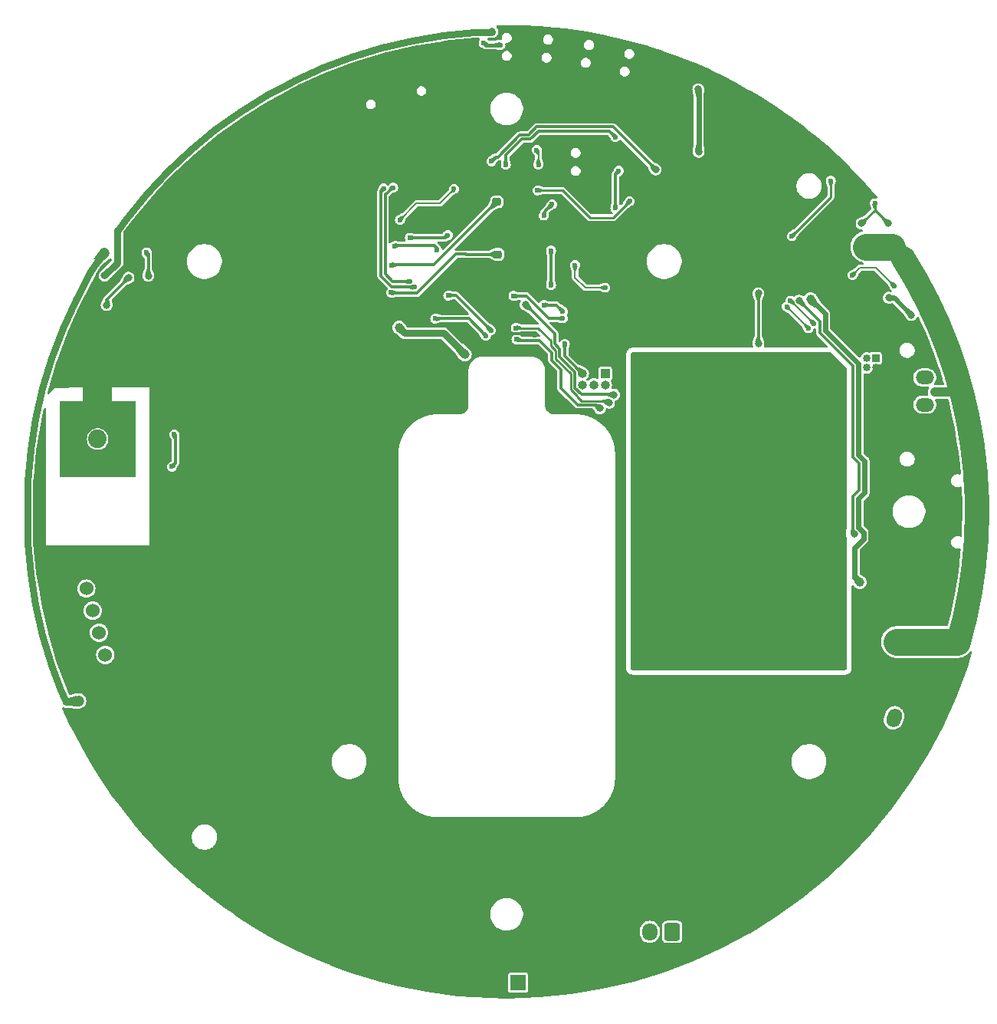
<source format=gbr>
%TF.GenerationSoftware,KiCad,Pcbnew,8.0.5*%
%TF.CreationDate,2025-02-19T23:04:31-05:00*%
%TF.ProjectId,airbrake_mod,61697262-7261-46b6-955f-6d6f642e6b69,rev?*%
%TF.SameCoordinates,Original*%
%TF.FileFunction,Copper,L2,Bot*%
%TF.FilePolarity,Positive*%
%FSLAX46Y46*%
G04 Gerber Fmt 4.6, Leading zero omitted, Abs format (unit mm)*
G04 Created by KiCad (PCBNEW 8.0.5) date 2025-02-19 23:04:31*
%MOMM*%
%LPD*%
G01*
G04 APERTURE LIST*
G04 Aperture macros list*
%AMRoundRect*
0 Rectangle with rounded corners*
0 $1 Rounding radius*
0 $2 $3 $4 $5 $6 $7 $8 $9 X,Y pos of 4 corners*
0 Add a 4 corners polygon primitive as box body*
4,1,4,$2,$3,$4,$5,$6,$7,$8,$9,$2,$3,0*
0 Add four circle primitives for the rounded corners*
1,1,$1+$1,$2,$3*
1,1,$1+$1,$4,$5*
1,1,$1+$1,$6,$7*
1,1,$1+$1,$8,$9*
0 Add four rect primitives between the rounded corners*
20,1,$1+$1,$2,$3,$4,$5,0*
20,1,$1+$1,$4,$5,$6,$7,0*
20,1,$1+$1,$6,$7,$8,$9,0*
20,1,$1+$1,$8,$9,$2,$3,0*%
%AMHorizOval*
0 Thick line with rounded ends*
0 $1 width*
0 $2 $3 position (X,Y) of the first rounded end (center of the circle)*
0 $4 $5 position (X,Y) of the second rounded end (center of the circle)*
0 Add line between two ends*
20,1,$1,$2,$3,$4,$5,0*
0 Add two circle primitives to create the rounded ends*
1,1,$1,$2,$3*
1,1,$1,$4,$5*%
G04 Aperture macros list end*
%TA.AperFunction,Conductor*%
%ADD10C,2.750000*%
%TD*%
%TA.AperFunction,ComponentPad*%
%ADD11R,1.700000X1.700000*%
%TD*%
%TA.AperFunction,ComponentPad*%
%ADD12O,1.700000X1.700000*%
%TD*%
%TA.AperFunction,ComponentPad*%
%ADD13R,0.850000X0.850000*%
%TD*%
%TA.AperFunction,ComponentPad*%
%ADD14O,0.850000X0.850000*%
%TD*%
%TA.AperFunction,ComponentPad*%
%ADD15C,1.524000*%
%TD*%
%TA.AperFunction,ComponentPad*%
%ADD16RoundRect,0.250000X0.600000X0.725000X-0.600000X0.725000X-0.600000X-0.725000X0.600000X-0.725000X0*%
%TD*%
%TA.AperFunction,ComponentPad*%
%ADD17O,1.700000X1.950000*%
%TD*%
%TA.AperFunction,ComponentPad*%
%ADD18O,2.020000X1.500000*%
%TD*%
%TA.AperFunction,ComponentPad*%
%ADD19RoundRect,0.250001X0.759999X-0.499999X0.759999X0.499999X-0.759999X0.499999X-0.759999X-0.499999X0*%
%TD*%
%TA.AperFunction,ComponentPad*%
%ADD20C,2.050000*%
%TD*%
%TA.AperFunction,ComponentPad*%
%ADD21C,2.250000*%
%TD*%
%TA.AperFunction,HeatsinkPad*%
%ADD22C,0.500000*%
%TD*%
%TA.AperFunction,HeatsinkPad*%
%ADD23R,1.800000X3.100000*%
%TD*%
%TA.AperFunction,ComponentPad*%
%ADD24HorizOval,1.600000X0.085505X0.234923X-0.085505X-0.234923X0*%
%TD*%
%TA.AperFunction,ComponentPad*%
%ADD25HorizOval,1.000000X-0.103528X0.386370X0.103528X-0.386370X0*%
%TD*%
%TA.AperFunction,ComponentPad*%
%ADD26HorizOval,1.000000X-0.142350X0.531259X0.142350X-0.531259X0*%
%TD*%
%TA.AperFunction,ComponentPad*%
%ADD27R,1.000000X1.000000*%
%TD*%
%TA.AperFunction,ComponentPad*%
%ADD28O,1.000000X1.000000*%
%TD*%
%TA.AperFunction,SMDPad,CuDef*%
%ADD29RoundRect,0.218750X0.256250X-0.218750X0.256250X0.218750X-0.256250X0.218750X-0.256250X-0.218750X0*%
%TD*%
%TA.AperFunction,ViaPad*%
%ADD30C,0.800000*%
%TD*%
%TA.AperFunction,ViaPad*%
%ADD31C,0.600000*%
%TD*%
%TA.AperFunction,ViaPad*%
%ADD32C,1.000000*%
%TD*%
%TA.AperFunction,ViaPad*%
%ADD33C,1.200000*%
%TD*%
%TA.AperFunction,ViaPad*%
%ADD34C,2.500000*%
%TD*%
%TA.AperFunction,Conductor*%
%ADD35C,0.300000*%
%TD*%
%TA.AperFunction,Conductor*%
%ADD36C,0.250000*%
%TD*%
%TA.AperFunction,Conductor*%
%ADD37C,0.200000*%
%TD*%
%TA.AperFunction,Conductor*%
%ADD38C,0.800000*%
%TD*%
%TA.AperFunction,Conductor*%
%ADD39C,0.582400*%
%TD*%
%TA.AperFunction,Conductor*%
%ADD40C,3.000000*%
%TD*%
%TA.AperFunction,Conductor*%
%ADD41C,1.000000*%
%TD*%
%TA.AperFunction,Conductor*%
%ADD42C,0.400000*%
%TD*%
%TA.AperFunction,Conductor*%
%ADD43C,0.500000*%
%TD*%
G04 APERTURE END LIST*
D10*
%TO.N,+BATT_SW*%
X143799999Y-72050001D02*
G75*
G02*
X149913298Y-114432773I-43800000J-27949998D01*
G01*
%TD*%
D11*
%TO.P,J7,1,Pin_1*%
%TO.N,Net-(D11-A)*%
X101275000Y-152000000D03*
D12*
%TO.P,J7,2,Pin_2*%
%TO.N,GND*%
X98735000Y-152000000D03*
%TD*%
D13*
%TO.P,J6,1,Pin_1*%
%TO.N,3V3_MCU*%
X140750000Y-83100000D03*
D14*
%TO.P,J6,2,Pin_2*%
%TO.N,GND*%
X140750000Y-84100000D03*
%TO.P,J6,3,Pin_3*%
%TO.N,EXT_I2C1_SDA*%
X139750000Y-83100000D03*
%TO.P,J6,4,Pin_4*%
%TO.N,EXT_I2C1_SCL*%
X139750000Y-84100000D03*
%TD*%
D15*
%TO.P,SW3,1*%
%TO.N,MODE_0*%
X55651661Y-115826899D03*
%TO.P,SW3,2*%
%TO.N,MODE_1*%
X54951542Y-113385294D03*
%TO.P,SW3,3*%
%TO.N,MODE_2*%
X54251424Y-110943690D03*
%TO.P,SW3,4*%
%TO.N,MODE_3*%
X53551305Y-108502085D03*
%TO.P,SW3,5*%
%TO.N,GND*%
X60534871Y-114426661D03*
X59834752Y-111985057D03*
X59134633Y-109543452D03*
X58434514Y-107101847D03*
%TD*%
D16*
%TO.P,J5,1,Pin_1*%
%TO.N,+BATT*%
X118300000Y-146400000D03*
D17*
%TO.P,J5,2,Pin_2*%
%TO.N,BATT_TAP*%
X115800000Y-146400000D03*
%TO.P,J5,3,Pin_3*%
%TO.N,GND*%
X113300000Y-146400000D03*
%TD*%
D18*
%TO.P,J4,3,Pin_3*%
%TO.N,SERVO_SIG*%
X146200000Y-85200000D03*
%TO.P,J4,2,Pin_2*%
%TO.N,SERVO+*%
X146200000Y-88200000D03*
D19*
%TO.P,J4,1,Pin_1*%
%TO.N,GND*%
X146200000Y-91200000D03*
%TD*%
D20*
%TO.P,J1,1,In*%
%TO.N,Net-(J1-In)*%
X54799997Y-91999997D03*
D21*
%TO.P,J1,2,Ext*%
%TO.N,GND*%
X57339997Y-89459997D03*
X52259997Y-89459997D03*
X57339997Y-94539997D03*
X52259997Y-94539997D03*
%TD*%
D22*
%TO.P,U3,9,GND*%
%TO.N,GND*%
X106249997Y-135169997D03*
X106249997Y-136469997D03*
X106249997Y-137769997D03*
D23*
X106899997Y-136469997D03*
D22*
X107549997Y-135169997D03*
X107549997Y-136469997D03*
X107549997Y-137769997D03*
%TD*%
D24*
%TO.P,U7,1*%
%TO.N,Net-(D5-A)*%
X142796607Y-122759889D03*
D15*
%TO.P,U7,2*%
%TO.N,GND*%
X147413879Y-110074039D03*
D24*
X147413879Y-110074039D03*
%TD*%
D25*
%TO.P,J2,S1,SHIELD*%
%TO.N,GND*%
X82648967Y-51879725D03*
D26*
X83730831Y-55917295D03*
D25*
X90994566Y-49643528D03*
D26*
X92076430Y-53681098D03*
%TD*%
D27*
%TO.P,J3,1,Pin_1*%
%TO.N,3V3_MCU*%
X110874997Y-84774997D03*
D28*
%TO.P,J3,2,Pin_2*%
%TO.N,MCU_SWCLK*%
X110874997Y-86044997D03*
%TO.P,J3,3,Pin_3*%
%TO.N,GND*%
X109604997Y-84774997D03*
%TO.P,J3,4,Pin_4*%
%TO.N,MCU_SWDIO*%
X109604997Y-86044997D03*
%TO.P,J3,5,Pin_5*%
%TO.N,MCU_NRST*%
X108334997Y-84774997D03*
%TO.P,J3,6,Pin_6*%
%TO.N,MCU_SWO*%
X108334997Y-86044997D03*
%TD*%
D29*
%TO.P,D1,1,K*%
%TO.N,GND*%
X98999997Y-73187497D03*
%TO.P,D1,2,A*%
%TO.N,Net-(D1-A)*%
X98999997Y-71612497D03*
%TD*%
%TO.P,D2,1,K*%
%TO.N,GND*%
X98899997Y-67387497D03*
%TO.P,D2,2,A*%
%TO.N,Net-(D2-A)*%
X98899997Y-65812497D03*
%TD*%
D30*
%TO.N,Net-(Q6-G)*%
X127800000Y-75900000D03*
X127800000Y-81470000D03*
%TO.N,GND*%
X140000000Y-101400000D03*
D31*
X103694904Y-58894904D03*
D30*
X110200000Y-56600000D03*
X107724283Y-58924283D03*
%TO.N,GPS_TIME*%
X60397954Y-73997954D03*
%TO.N,3V3_MCU*%
X58215289Y-74189997D03*
%TO.N,GND*%
X61910000Y-109300000D03*
D32*
X141900000Y-104700000D03*
D31*
X138400000Y-74714996D03*
X59900000Y-107500000D03*
%TO.N,FLASH_RST*%
X138200000Y-73900000D03*
X142800000Y-75100000D03*
%TO.N,GND*%
X53275000Y-106500000D03*
%TO.N,BAT_OK_MCU*%
X113575000Y-65740000D03*
X103389997Y-64550000D03*
%TO.N,GND*%
X109320719Y-69627129D03*
X108450000Y-72270000D03*
X112300000Y-70975000D03*
%TO.N,FLASH_CS*%
X110877260Y-75282642D03*
X107544440Y-72792157D03*
%TO.N,GND*%
X109200000Y-77700000D03*
X108500000Y-71150000D03*
D30*
X146750000Y-82550000D03*
D32*
%TO.N,3V6_SWITCHING*%
X139000000Y-107800000D03*
D30*
%TO.N,Buzzer_H*%
X138400000Y-102500000D03*
D32*
%TO.N,3V6_SWITCHING*%
X133555267Y-76555267D03*
D30*
%TO.N,Buzzer_H*%
X132299478Y-76709143D03*
D31*
%TO.N,GND*%
X113550000Y-67500000D03*
%TO.N,STATUS1_R*%
X112370000Y-62400000D03*
X112000000Y-66500000D03*
%TO.N,GND*%
X129350000Y-61050000D03*
D30*
%TO.N,3V6_SWITCHING*%
X121150000Y-53400000D03*
D33*
%TO.N,+BATT_SW*%
X139712500Y-70787500D03*
D32*
X147290000Y-86790000D03*
D30*
%TO.N,3V6_SWITCHING*%
X121200000Y-60300000D03*
D31*
%TO.N,MCU_NRST*%
X104088476Y-67320267D03*
X105000000Y-66100000D03*
%TO.N,3V6_SWITCHING*%
X97449393Y-48271775D03*
X99300000Y-48500000D03*
%TO.N,GND*%
X63500000Y-105100000D03*
X60100000Y-105900000D03*
D34*
%TO.N,+BATT_SW*%
X143100000Y-114394753D03*
D30*
%TO.N,SERVO_EN*%
X111300000Y-88000000D03*
D31*
X101000000Y-79739997D03*
D32*
%TO.N,GND*%
X140200000Y-86700000D03*
D30*
%TO.N,SERVO_SIG*%
X111871632Y-87115000D03*
X102069612Y-77161205D03*
%TO.N,3V3_MCU*%
X142200000Y-76400000D03*
X144700000Y-78300000D03*
%TO.N,Net-(U1-BOOT0)*%
X110292332Y-88602641D03*
D31*
X101081336Y-80981494D03*
D30*
%TO.N,GND*%
X140700000Y-94550000D03*
D31*
%TO.N,GPS_TIME*%
X60200000Y-71400000D03*
X94159999Y-64400000D03*
X88200000Y-67800000D03*
%TO.N,3V3_MCU*%
X93499997Y-69499997D03*
D32*
X88100000Y-79700000D03*
X95374997Y-82674997D03*
D31*
X89299997Y-69789997D03*
D30*
X55799997Y-77199997D03*
D33*
%TO.N,GND*%
X76504997Y-58089997D03*
X74599997Y-63169997D03*
D30*
X53742404Y-123942404D03*
D31*
X105410000Y-52600000D03*
D30*
X55789997Y-86399997D03*
X53799997Y-88399997D03*
D31*
X89730979Y-77537425D03*
D30*
X61699997Y-131399997D03*
D33*
X91799997Y-82799997D03*
D30*
X91799997Y-134599997D03*
X54800000Y-94100000D03*
X112459997Y-134669997D03*
X53789997Y-86399997D03*
X97309997Y-81799997D03*
X99699997Y-135474997D03*
D33*
X105799997Y-148999997D03*
D30*
X57100000Y-92000000D03*
D31*
X139499997Y-80199997D03*
X93399997Y-64399997D03*
D33*
X72694997Y-58089997D03*
X106799997Y-149599997D03*
D30*
X55799997Y-88399997D03*
D33*
X72694997Y-63169997D03*
D31*
X110199997Y-65199997D03*
D33*
X76504997Y-60629997D03*
D31*
X112695806Y-49160077D03*
X58000000Y-71700000D03*
D30*
X83889997Y-140199997D03*
D31*
X103599997Y-47799997D03*
D33*
X74599997Y-60629997D03*
D30*
X87063837Y-77909997D03*
X80016512Y-56635441D03*
D33*
X91799997Y-86399997D03*
D30*
X83989997Y-143498817D03*
D31*
X105800000Y-55000000D03*
D30*
X52700000Y-91999997D03*
D33*
X74599997Y-58089997D03*
X57979997Y-127369997D03*
D30*
X103259320Y-136686197D03*
X112459997Y-136633066D03*
X111299997Y-139679997D03*
D31*
X103900000Y-56200000D03*
D32*
X88099997Y-86589997D03*
D31*
X101400000Y-47100000D03*
X105149997Y-67699997D03*
D30*
X97599997Y-135699997D03*
D33*
X107799997Y-150199997D03*
D31*
X103099997Y-80499997D03*
D30*
X63399997Y-76800000D03*
D31*
X117000000Y-49900000D03*
D30*
X87599997Y-145599997D03*
D31*
X104839997Y-61800000D03*
D33*
X76504997Y-63169997D03*
X105799997Y-150199997D03*
X60679997Y-127369997D03*
X54382454Y-126750543D03*
D31*
X92949997Y-59399997D03*
X108186926Y-48398595D03*
X106400000Y-55000000D03*
D33*
X72694997Y-60629997D03*
X107799997Y-148999997D03*
D31*
%TO.N,MCU_USB_D+*%
X86399997Y-64349997D03*
X89794997Y-75229997D03*
%TO.N,MCU_USB_D-*%
X87449997Y-64262668D03*
X89284997Y-74589997D03*
%TO.N,MCU_SWDIO*%
X93539997Y-76149997D03*
X98249997Y-79989997D03*
%TO.N,MCU_SWCLK*%
X92100000Y-78700000D03*
X97700000Y-80599997D03*
D33*
%TO.N,3V6_SWITCHING*%
X52700000Y-120900000D03*
X55506190Y-71503853D03*
D30*
%TO.N,3V3_Sensors*%
X55569997Y-73969997D03*
X98403412Y-47002590D03*
D31*
%TO.N,Buzzer_H*%
X98312941Y-61331014D03*
D30*
X116450000Y-62250000D03*
D31*
%TO.N,MCU_NRST*%
X104899997Y-74999997D03*
X104899997Y-71204997D03*
X106409997Y-81500000D03*
%TO.N,Net-(D1-A)*%
X87234017Y-75824017D03*
%TO.N,Net-(D2-A)*%
X87299997Y-72799997D03*
%TO.N,BME680_I2C3_SDA*%
X63000000Y-95048539D03*
X63270464Y-91475663D03*
%TO.N,EXT_I2C1_SDA*%
X106199997Y-77899997D03*
X104119571Y-77205853D03*
%TO.N,EXT_I2C1_SCL*%
X106199997Y-78660000D03*
X100749997Y-76199997D03*
%TO.N,ACCEL_SCLK*%
X103300000Y-60100000D03*
X103500000Y-61700000D03*
%TO.N,FLASH_CS*%
X133896953Y-79240000D03*
X131343076Y-76729857D03*
%TO.N,FLASH_WP*%
X133331336Y-79768664D03*
X130931336Y-77368664D03*
%TO.N,GPS_EXTINT*%
X92313137Y-71166291D03*
X87615714Y-70709997D03*
%TO.N,STATUS_POW*%
X111999828Y-58662500D03*
X99900000Y-61700000D03*
%TO.N,Net-(Q4-G)*%
X131500000Y-69600000D03*
X135800000Y-63500000D03*
D30*
X139200000Y-68200000D03*
D31*
X140675000Y-65975000D03*
D30*
X142150000Y-68200000D03*
%TD*%
D35*
%TO.N,GND*%
X100371494Y-80371494D02*
X100100000Y-80100000D01*
X102971494Y-80371494D02*
X100371494Y-80371494D01*
X103099997Y-80499997D02*
X102971494Y-80371494D01*
%TO.N,Net-(U1-BOOT0)*%
X109899691Y-88210000D02*
X110292332Y-88602641D01*
X106000000Y-86400000D02*
X107810000Y-88210000D01*
X104979997Y-83300899D02*
X106000000Y-84320902D01*
X104979997Y-82479997D02*
X104979997Y-83300899D01*
X103609997Y-81109997D02*
X104979997Y-82479997D01*
X101209839Y-81109997D02*
X103609997Y-81109997D01*
X106000000Y-84320902D02*
X106000000Y-86400000D01*
X107810000Y-88210000D02*
X109899691Y-88210000D01*
X101081336Y-80981494D02*
X101209839Y-81109997D01*
%TO.N,Buzzer_H*%
X134600000Y-80300000D02*
X134600000Y-79009665D01*
X138250000Y-83950000D02*
X134600000Y-80300000D01*
X138950000Y-94700000D02*
X138250000Y-94000000D01*
X138250000Y-98350000D02*
X138950000Y-97650000D01*
X138250000Y-102350000D02*
X138250000Y-98350000D01*
X138400000Y-102500000D02*
X138250000Y-102350000D01*
X134600000Y-79009665D02*
X132299478Y-76709143D01*
X138250000Y-94000000D02*
X138250000Y-83950000D01*
X138950000Y-97650000D02*
X138950000Y-94700000D01*
%TO.N,Net-(Q6-G)*%
X127800000Y-81470000D02*
X127800000Y-75900000D01*
D36*
%TO.N,SERVO_EN*%
X103439997Y-79739997D02*
X101000000Y-79739997D01*
X105414997Y-82230180D02*
X104865000Y-81680183D01*
X105414997Y-83120717D02*
X105414997Y-82230180D01*
X104865000Y-81680183D02*
X104865000Y-81165000D01*
X107089997Y-84795717D02*
X105414997Y-83120717D01*
X107089997Y-86560692D02*
X107089997Y-84795717D01*
X107764653Y-87235348D02*
X107089997Y-86560692D01*
X108304304Y-87775000D02*
X107799487Y-87270183D01*
X111075000Y-87775000D02*
X108304304Y-87775000D01*
X104865000Y-81165000D02*
X103439997Y-79739997D01*
X107799487Y-87270183D02*
X107764653Y-87235348D01*
X111300000Y-88000000D02*
X111075000Y-87775000D01*
D35*
%TO.N,MCU_NRST*%
X106409997Y-82849997D02*
X108334997Y-84774997D01*
X106409997Y-81500000D02*
X106409997Y-82849997D01*
%TO.N,SERVO_SIG*%
X105300000Y-80391593D02*
X102069612Y-77161205D01*
X105849997Y-82049997D02*
X105300000Y-81500000D01*
X105300000Y-81500000D02*
X105300000Y-80391593D01*
X107524997Y-84615535D02*
X105849997Y-82940535D01*
X107524997Y-86380510D02*
X107524997Y-84615535D01*
X111846632Y-87090000D02*
X108234487Y-87090000D01*
X111871632Y-87115000D02*
X111846632Y-87090000D01*
X105849997Y-82940535D02*
X105849997Y-82049997D01*
X108234487Y-87090000D02*
X107524997Y-86380510D01*
D37*
%TO.N,FLASH_RST*%
X138200000Y-73900000D02*
X139009938Y-73090062D01*
X140790062Y-73090062D02*
X142800000Y-75100000D01*
X139009938Y-73090062D02*
X140790062Y-73090062D01*
%TO.N,ACCEL_SCLK*%
X103300000Y-60100000D02*
X103500000Y-60300000D01*
X103500000Y-60300000D02*
X103500000Y-61700000D01*
D35*
%TO.N,STATUS_POW*%
X99900000Y-60645732D02*
X99900000Y-61700000D01*
X102600000Y-58900000D02*
X101645732Y-58900000D01*
X111337328Y-58000000D02*
X103500000Y-58000000D01*
X111999828Y-58662500D02*
X111337328Y-58000000D01*
X103500000Y-58000000D02*
X102600000Y-58900000D01*
X101645732Y-58900000D02*
X99900000Y-60645732D01*
D38*
%TO.N,3V6_SWITCHING*%
X52600000Y-121000000D02*
X52700000Y-120900000D01*
X50925145Y-120239342D02*
X51268481Y-121000000D01*
X51268481Y-121000000D02*
X52600000Y-121000000D01*
X50844799Y-120024569D02*
X50925143Y-120239338D01*
X50800000Y-119904815D02*
X50844799Y-120024569D01*
X49800000Y-117231700D02*
X50800000Y-119904815D01*
X49703030Y-116972487D02*
X49800000Y-117231700D01*
X48703132Y-113649860D02*
X49703030Y-116972487D01*
X47925420Y-110282521D02*
X48703132Y-113649860D01*
X47369906Y-106881657D02*
X47925420Y-110282521D01*
X47036592Y-103458411D02*
X47369906Y-106881657D01*
X47369906Y-93166327D02*
X47036592Y-96589573D01*
X47925420Y-89765464D02*
X48703132Y-86398127D01*
X50925143Y-120239338D02*
X50925145Y-120239342D01*
X49703030Y-83075498D02*
X48703132Y-86398127D01*
X49703030Y-83075497D02*
X49703030Y-83075498D01*
X47925420Y-89765464D02*
X47369906Y-93166327D01*
X49703030Y-83075497D02*
X50925142Y-79808651D01*
X50925143Y-79808647D02*
X50925142Y-79808651D01*
X50925143Y-79808647D02*
X52369475Y-76608743D01*
X54036146Y-73486732D02*
X52369475Y-76608743D01*
X54036147Y-73486730D02*
X54036146Y-73486732D01*
X54725594Y-72379284D02*
X54036147Y-73486730D01*
X55506190Y-71598688D02*
X54725594Y-72379284D01*
X47036592Y-96589573D02*
X47036592Y-103458411D01*
X55506190Y-71503853D02*
X55506190Y-71598688D01*
D35*
%TO.N,GPS_TIME*%
X60397954Y-71597954D02*
X60200000Y-71400000D01*
X60397954Y-73997954D02*
X60397954Y-71597954D01*
%TO.N,3V3_MCU*%
X55799997Y-76605289D02*
X55799997Y-77199997D01*
X58215289Y-74189997D02*
X55799997Y-76605289D01*
D39*
%TO.N,3V6_SWITCHING*%
X135201200Y-78201200D02*
X133555267Y-76555267D01*
X135201200Y-80050974D02*
X135201200Y-78201200D01*
X138851200Y-83700974D02*
X135201200Y-80050974D01*
X138851200Y-93750974D02*
X138851200Y-83700974D01*
X139551200Y-94450974D02*
X138851200Y-93750974D01*
X139551200Y-97899026D02*
X139551200Y-94450974D01*
X138851200Y-98599026D02*
X139551200Y-97899026D01*
X138851200Y-101747421D02*
X138851200Y-98599026D01*
X138450000Y-107250000D02*
X138450000Y-104000000D01*
X139000000Y-107800000D02*
X138450000Y-107250000D01*
X139401200Y-103048800D02*
X139401200Y-102297421D01*
X138450000Y-104000000D02*
X139401200Y-103048800D01*
X139401200Y-102297421D02*
X138851200Y-101747421D01*
D40*
%TO.N,+BATT_SW*%
X149781835Y-114394753D02*
X143100000Y-114394753D01*
D37*
%TO.N,FLASH_CS*%
X133896953Y-79240000D02*
X131386810Y-76729857D01*
X131386810Y-76729857D02*
X131343076Y-76729857D01*
%TO.N,FLASH_WP*%
X133331336Y-79768664D02*
X130931336Y-77368664D01*
D40*
%TO.N,+BATT_SW*%
X139712500Y-70787500D02*
X142537498Y-70787500D01*
D36*
%TO.N,BAT_OK_MCU*%
X113575000Y-65752315D02*
X113575000Y-65740000D01*
X111777315Y-67550000D02*
X113575000Y-65752315D01*
X109175000Y-67550000D02*
X111777315Y-67550000D01*
X103389997Y-64550000D02*
X106175000Y-64550000D01*
X106175000Y-64550000D02*
X109175000Y-67550000D01*
D37*
%TO.N,FLASH_CS*%
X108682642Y-75282642D02*
X110877260Y-75282642D01*
X107544440Y-74144440D02*
X108682642Y-75282642D01*
X107544440Y-72792157D02*
X107544440Y-74144440D01*
D41*
%TO.N,+BATT_SW*%
X147290000Y-86790000D02*
X149790000Y-86790000D01*
D35*
%TO.N,Buzzer_H*%
X102409462Y-58440000D02*
X101455194Y-58440000D01*
X111740000Y-57540000D02*
X103309462Y-57540000D01*
X98781089Y-60862866D02*
X98312941Y-61331014D01*
X101455194Y-58440000D02*
X99032328Y-60862866D01*
X99032328Y-60862866D02*
X98781089Y-60862866D01*
X116450000Y-62250000D02*
X111740000Y-57540000D01*
X103309462Y-57540000D02*
X102409462Y-58440000D01*
%TO.N,STATUS1_R*%
X112000000Y-62770000D02*
X112000000Y-66500000D01*
X112370000Y-62400000D02*
X112000000Y-62770000D01*
D39*
%TO.N,3V6_SWITCHING*%
X121200000Y-53450000D02*
X121150000Y-53400000D01*
X121200000Y-60300000D02*
X121200000Y-53450000D01*
D35*
%TO.N,MCU_NRST*%
X104088476Y-67011524D02*
X105000000Y-66100000D01*
X104088476Y-67320267D02*
X104088476Y-67011524D01*
D42*
%TO.N,3V6_SWITCHING*%
X97677618Y-48500000D02*
X97449393Y-48271775D01*
X99300000Y-48500000D02*
X97677618Y-48500000D01*
D43*
%TO.N,3V3_MCU*%
X142800000Y-76400000D02*
X142200000Y-76400000D01*
X144700000Y-78300000D02*
X142800000Y-76400000D01*
D35*
%TO.N,GPS_EXTINT*%
X92000000Y-70600000D02*
X92313137Y-70913137D01*
X92313137Y-70913137D02*
X92313137Y-71166291D01*
X87725711Y-70600000D02*
X92000000Y-70600000D01*
X87615714Y-70709997D02*
X87725711Y-70600000D01*
D37*
%TO.N,GPS_TIME*%
X94159999Y-64431955D02*
X94159999Y-64400000D01*
X90000000Y-66000000D02*
X92591954Y-66000000D01*
X92591954Y-66000000D02*
X94159999Y-64431955D01*
X88200000Y-67800000D02*
X90000000Y-66000000D01*
D38*
%TO.N,3V3_MCU*%
X95374997Y-82674997D02*
X93000000Y-80300000D01*
D35*
X89299997Y-69789997D02*
X93209997Y-69789997D01*
D38*
X93000000Y-80300000D02*
X88700000Y-80300000D01*
X88700000Y-80300000D02*
X88100000Y-79700000D01*
D35*
X93209997Y-69789997D02*
X93499997Y-69499997D01*
%TO.N,MCU_USB_D+*%
X86099997Y-64649997D02*
X86099997Y-73999997D01*
X86399997Y-64349997D02*
X86099997Y-64649997D01*
X87299997Y-75199997D02*
X89764997Y-75199997D01*
X86099997Y-73999997D02*
X87299997Y-75199997D01*
X89764997Y-75199997D02*
X89794997Y-75229997D01*
%TO.N,MCU_USB_D-*%
X87389997Y-74589997D02*
X89284997Y-74589997D01*
X87337326Y-64262668D02*
X87009997Y-64589997D01*
X86639997Y-64959997D02*
X86559997Y-65039997D01*
X87009997Y-64602668D02*
X86652668Y-64959997D01*
X86559997Y-65039997D02*
X86559997Y-73759997D01*
X87449997Y-64262668D02*
X87337326Y-64262668D01*
X87009997Y-64589997D02*
X87009997Y-64602668D01*
X86559997Y-73759997D02*
X87389997Y-74589997D01*
X86652668Y-64959997D02*
X86639997Y-64959997D01*
%TO.N,MCU_SWDIO*%
X93539997Y-76149997D02*
X94409997Y-76149997D01*
X94409997Y-76149997D02*
X98249997Y-79989997D01*
%TO.N,MCU_SWCLK*%
X95800003Y-78700000D02*
X97700000Y-80599997D01*
X92100000Y-78700000D02*
X95800003Y-78700000D01*
D38*
%TO.N,3V3_Sensors*%
X79623855Y-51016148D02*
X76492574Y-52439113D01*
X65078540Y-60055337D02*
X62551204Y-62412519D01*
X76087254Y-52655962D02*
X75756378Y-52832983D01*
X73462710Y-54060112D02*
X70543972Y-55873538D01*
X62551204Y-62412519D02*
X62551201Y-62412522D01*
X98403412Y-47002590D02*
X98338882Y-47067120D01*
X82846839Y-49796810D02*
X79623855Y-51016148D01*
X76492574Y-52439113D02*
X76087254Y-52655962D01*
X67746013Y-57873818D02*
X65078540Y-60055337D01*
X57025525Y-68925525D02*
X57025525Y-68935512D01*
X60173661Y-64939788D02*
X57955556Y-67631586D01*
X57000000Y-72539994D02*
X55569997Y-73969997D01*
X57025525Y-68935512D02*
X57000000Y-68961037D01*
X92923880Y-47423880D02*
X89529343Y-47991283D01*
X96462931Y-47067120D02*
X92969565Y-47416243D01*
X86151898Y-48786661D02*
X82846839Y-49796810D01*
X57025525Y-68925525D02*
X57955556Y-67631586D01*
X89529343Y-47991283D02*
X86151898Y-48786661D01*
X62551201Y-62412522D02*
X60173661Y-64939788D01*
X70543972Y-55873538D02*
X67746013Y-57873818D01*
X92969565Y-47416243D02*
X92923880Y-47423880D01*
X75756378Y-52832983D02*
X73462710Y-54060112D01*
X57000000Y-68961037D02*
X57000000Y-72539994D01*
X98338882Y-47067120D02*
X96462931Y-47067120D01*
D35*
%TO.N,MCU_NRST*%
X104899997Y-71204997D02*
X104899997Y-74999997D01*
%TO.N,Net-(D1-A)*%
X90100003Y-75899997D02*
X94400000Y-71600000D01*
X87309997Y-75899997D02*
X90100003Y-75899997D01*
X87234017Y-75824017D02*
X87309997Y-75899997D01*
X95487503Y-71612497D02*
X98999997Y-71612497D01*
X94400000Y-71600000D02*
X95475006Y-71600000D01*
X95475006Y-71600000D02*
X95487503Y-71612497D01*
%TO.N,Net-(D2-A)*%
X91972497Y-72739997D02*
X98899997Y-65812497D01*
X87359997Y-72739997D02*
X91972497Y-72739997D01*
X87299997Y-72799997D02*
X87359997Y-72739997D01*
%TO.N,BME680_I2C3_SDA*%
X63000000Y-95048539D02*
X63399997Y-94648542D01*
X63399997Y-94648542D02*
X63399997Y-91605196D01*
X63399997Y-91605196D02*
X63270464Y-91475663D01*
%TO.N,EXT_I2C1_SDA*%
X105505853Y-77205853D02*
X104119571Y-77205853D01*
X106199997Y-77899997D02*
X105505853Y-77205853D01*
%TO.N,EXT_I2C1_SCL*%
X100749997Y-76199997D02*
X102158354Y-76199997D01*
X104618357Y-78660000D02*
X106199997Y-78660000D01*
X102158354Y-76199997D02*
X104618357Y-78660000D01*
D36*
%TO.N,Net-(Q4-G)*%
X140675000Y-66725000D02*
X142150000Y-68200000D01*
X139200000Y-68200000D02*
X140675000Y-66725000D01*
X135800000Y-65300000D02*
X135800000Y-63500000D01*
X131500000Y-69600000D02*
X135800000Y-65300000D01*
X140675000Y-65975000D02*
X140675000Y-66725000D01*
%TD*%
%TA.AperFunction,Conductor*%
%TO.N,GND*%
G36*
X56389997Y-86299997D02*
G01*
X56389997Y-87799997D01*
X58920997Y-87799997D01*
X58971777Y-87818479D01*
X58998797Y-87865279D01*
X58999997Y-87878997D01*
X58999997Y-96120997D01*
X58981515Y-96171777D01*
X58934715Y-96198797D01*
X58920997Y-96199997D01*
X50678997Y-96199997D01*
X50628217Y-96181515D01*
X50601197Y-96134715D01*
X50599997Y-96120997D01*
X50599997Y-91999997D01*
X53609418Y-91999997D01*
X53629690Y-92218767D01*
X53689814Y-92430082D01*
X53787742Y-92626749D01*
X53787744Y-92626752D01*
X53787746Y-92626756D01*
X53787749Y-92626760D01*
X53787751Y-92626763D01*
X53920146Y-92802082D01*
X54082513Y-92950100D01*
X54082516Y-92950102D01*
X54269308Y-93065759D01*
X54269312Y-93065761D01*
X54474177Y-93145125D01*
X54474180Y-93145126D01*
X54690144Y-93185497D01*
X54909849Y-93185497D01*
X54909850Y-93185497D01*
X55125814Y-93145126D01*
X55330684Y-93065760D01*
X55517481Y-92950100D01*
X55679845Y-92802085D01*
X55812248Y-92626756D01*
X55910179Y-92430084D01*
X55970304Y-92218765D01*
X55990576Y-91999997D01*
X55970304Y-91781229D01*
X55910179Y-91569910D01*
X55812248Y-91373238D01*
X55679845Y-91197909D01*
X55517481Y-91049894D01*
X55517480Y-91049893D01*
X55517477Y-91049891D01*
X55330685Y-90934234D01*
X55330681Y-90934232D01*
X55125816Y-90854868D01*
X54909850Y-90814497D01*
X54690144Y-90814497D01*
X54474177Y-90854868D01*
X54269312Y-90934232D01*
X54269308Y-90934234D01*
X54082516Y-91049891D01*
X54082513Y-91049893D01*
X53920146Y-91197911D01*
X53787751Y-91373230D01*
X53787742Y-91373244D01*
X53689814Y-91569911D01*
X53629690Y-91781226D01*
X53609418Y-91999997D01*
X50599997Y-91999997D01*
X50599997Y-87878997D01*
X50618479Y-87828217D01*
X50665279Y-87801197D01*
X50678997Y-87799997D01*
X53199997Y-87799997D01*
X53199997Y-86299996D01*
X53189997Y-86300189D01*
X53189997Y-84299997D01*
X56389997Y-84299997D01*
X56389997Y-86299997D01*
G37*
%TD.AperFunction*%
%TD*%
%TA.AperFunction,Conductor*%
%TO.N,GND*%
G36*
X103300137Y-80135182D02*
G01*
X103320779Y-80151816D01*
X103666779Y-80497816D01*
X103700264Y-80559139D01*
X103695280Y-80628831D01*
X103653408Y-80684764D01*
X103587944Y-80709181D01*
X103579098Y-80709497D01*
X101757871Y-80709497D01*
X101696945Y-80693497D01*
X101377393Y-80513228D01*
X101362835Y-80503606D01*
X101358961Y-80500633D01*
X101358960Y-80500632D01*
X101351238Y-80497434D01*
X101337777Y-80490880D01*
X101333140Y-80488264D01*
X101325887Y-80484447D01*
X101319920Y-80481306D01*
X101318684Y-80480701D01*
X101304862Y-80474440D01*
X101304863Y-80474440D01*
X101304858Y-80474438D01*
X101304852Y-80474436D01*
X101304850Y-80474436D01*
X101298793Y-80473212D01*
X101275916Y-80466235D01*
X101272907Y-80464989D01*
X101218499Y-80421154D01*
X101196427Y-80354862D01*
X101213700Y-80287161D01*
X101264832Y-80239545D01*
X101283233Y-80232108D01*
X101636948Y-80121178D01*
X101674054Y-80115497D01*
X103233098Y-80115497D01*
X103300137Y-80135182D01*
G37*
%TD.AperFunction*%
%TA.AperFunction,Conductor*%
G36*
X101792965Y-46329382D02*
G01*
X101797020Y-46329516D01*
X103578171Y-46418489D01*
X103582248Y-46418762D01*
X105352335Y-46566180D01*
X105356397Y-46566586D01*
X106482951Y-46698066D01*
X107114311Y-46771752D01*
X107118370Y-46772293D01*
X108862913Y-47034506D01*
X108866922Y-47035176D01*
X110596781Y-47353717D01*
X110600767Y-47354519D01*
X111595940Y-47571767D01*
X112314807Y-47728697D01*
X112318758Y-47729628D01*
X112349118Y-47737305D01*
X114015747Y-48158737D01*
X114019542Y-48159763D01*
X115698293Y-48643111D01*
X115702143Y-48644288D01*
X115851913Y-48692748D01*
X117263539Y-49149497D01*
X117361323Y-49181136D01*
X117365136Y-49182438D01*
X119003631Y-49772117D01*
X119007311Y-49773509D01*
X120564394Y-50391692D01*
X120623838Y-50415292D01*
X120627549Y-50416835D01*
X122220907Y-51110022D01*
X122224563Y-51111684D01*
X122804395Y-51386597D01*
X123791131Y-51854434D01*
X123793498Y-51855556D01*
X123797095Y-51857333D01*
X125340440Y-52651210D01*
X125343976Y-52653102D01*
X126689858Y-53401402D01*
X126860460Y-53496255D01*
X126863928Y-53498256D01*
X128095818Y-54236296D01*
X128352427Y-54390033D01*
X128355827Y-54392145D01*
X129815049Y-55331804D01*
X129818343Y-55334001D01*
X130696215Y-55940355D01*
X131247040Y-56320815D01*
X131250305Y-56323149D01*
X132647320Y-57356457D01*
X132650461Y-57358860D01*
X133457473Y-57997259D01*
X134014523Y-58437923D01*
X134017640Y-58440472D01*
X135347518Y-59564573D01*
X135350555Y-59567226D01*
X136645047Y-60735675D01*
X136648003Y-60738431D01*
X137905930Y-61950558D01*
X137908800Y-61953416D01*
X139128877Y-63208458D01*
X139131659Y-63211415D01*
X140312719Y-64508720D01*
X140315409Y-64511775D01*
X140932252Y-65235700D01*
X140960749Y-65299494D01*
X140950232Y-65368568D01*
X140904041Y-65420990D01*
X140836840Y-65440118D01*
X140821684Y-65439061D01*
X140675002Y-65419750D01*
X140674999Y-65419750D01*
X140531291Y-65438670D01*
X140531287Y-65438671D01*
X140397377Y-65494137D01*
X140282379Y-65582379D01*
X140194137Y-65697377D01*
X140138671Y-65831287D01*
X140138670Y-65831291D01*
X140119750Y-65974999D01*
X140119750Y-65975000D01*
X140138670Y-66118710D01*
X140148541Y-66142541D01*
X140155694Y-66170540D01*
X140155992Y-66170478D01*
X140157236Y-66176441D01*
X140157237Y-66176444D01*
X140203364Y-66323526D01*
X140262553Y-66512258D01*
X140263831Y-66582116D01*
X140231916Y-66637045D01*
X139558549Y-67310412D01*
X139521881Y-67335752D01*
X139237792Y-67463979D01*
X138952126Y-67592917D01*
X138952125Y-67592918D01*
X138952120Y-67592920D01*
X138944380Y-67598353D01*
X138930777Y-67606648D01*
X138827762Y-67660714D01*
X138709516Y-67765471D01*
X138619781Y-67895475D01*
X138619780Y-67895476D01*
X138563762Y-68043181D01*
X138544722Y-68199999D01*
X138544722Y-68200000D01*
X138563762Y-68356818D01*
X138619780Y-68504523D01*
X138709517Y-68634530D01*
X138827760Y-68739283D01*
X138827762Y-68739284D01*
X138967634Y-68812696D01*
X139121014Y-68850500D01*
X139236199Y-68850500D01*
X139303238Y-68870185D01*
X139348993Y-68922989D01*
X139358937Y-68992147D01*
X139329912Y-69055703D01*
X139271134Y-69093477D01*
X139268333Y-69094263D01*
X139188833Y-69115565D01*
X139148612Y-69126342D01*
X138936623Y-69214150D01*
X138936609Y-69214157D01*
X138737882Y-69328892D01*
X138555838Y-69468581D01*
X138393581Y-69630838D01*
X138253892Y-69812882D01*
X138139157Y-70011609D01*
X138139150Y-70011623D01*
X138051342Y-70223612D01*
X137991953Y-70445259D01*
X137991951Y-70445270D01*
X137962000Y-70672758D01*
X137962000Y-70902241D01*
X137986319Y-71086951D01*
X137991952Y-71129738D01*
X138050623Y-71348704D01*
X138051342Y-71351387D01*
X138139150Y-71563376D01*
X138139157Y-71563390D01*
X138173119Y-71622214D01*
X138235291Y-71729900D01*
X138253892Y-71762117D01*
X138393581Y-71944161D01*
X138393589Y-71944170D01*
X138555830Y-72106411D01*
X138555838Y-72106418D01*
X138555839Y-72106419D01*
X138565908Y-72114145D01*
X138737882Y-72246107D01*
X138737885Y-72246108D01*
X138737888Y-72246111D01*
X138936612Y-72360844D01*
X138936617Y-72360846D01*
X138936623Y-72360849D01*
X139027980Y-72398690D01*
X139148613Y-72448658D01*
X139324506Y-72495788D01*
X139384166Y-72532152D01*
X139414695Y-72594999D01*
X139406400Y-72664374D01*
X139361915Y-72718252D01*
X139295363Y-72739527D01*
X139292412Y-72739562D01*
X138963794Y-72739562D01*
X138874650Y-72763448D01*
X138874649Y-72763448D01*
X138874647Y-72763449D01*
X138874644Y-72763450D01*
X138794732Y-72809588D01*
X138794723Y-72809595D01*
X138433567Y-73170750D01*
X138398175Y-73195505D01*
X137987585Y-73386451D01*
X137987584Y-73386452D01*
X137980185Y-73391736D01*
X137955580Y-73405384D01*
X137922376Y-73419138D01*
X137807379Y-73507379D01*
X137719137Y-73622377D01*
X137663671Y-73756287D01*
X137663670Y-73756291D01*
X137646663Y-73885473D01*
X137644750Y-73900000D01*
X137662599Y-74035577D01*
X137663670Y-74043708D01*
X137663671Y-74043712D01*
X137719137Y-74177622D01*
X137719138Y-74177624D01*
X137719139Y-74177625D01*
X137807379Y-74292621D01*
X137922375Y-74380861D01*
X137922376Y-74380861D01*
X137922377Y-74380862D01*
X137940016Y-74388168D01*
X138056291Y-74436330D01*
X138183280Y-74453048D01*
X138199999Y-74455250D01*
X138200000Y-74455250D01*
X138200001Y-74455250D01*
X138214977Y-74453278D01*
X138343709Y-74436330D01*
X138477625Y-74380861D01*
X138592621Y-74292621D01*
X138680861Y-74177625D01*
X138694769Y-74144047D01*
X138709255Y-74118278D01*
X138713550Y-74112410D01*
X138904492Y-73701824D01*
X138929243Y-73666437D01*
X139118800Y-73476881D01*
X139180123Y-73443396D01*
X139206481Y-73440562D01*
X140593518Y-73440562D01*
X140660557Y-73460247D01*
X140681199Y-73476881D01*
X142070751Y-74866433D01*
X142095506Y-74901825D01*
X142139813Y-74997098D01*
X142286450Y-75312411D01*
X142291729Y-75319803D01*
X142305383Y-75344414D01*
X142319139Y-75377625D01*
X142407379Y-75492621D01*
X142464248Y-75536258D01*
X142491534Y-75557196D01*
X142532736Y-75613624D01*
X142536891Y-75683370D01*
X142502678Y-75744290D01*
X142440961Y-75777042D01*
X142386372Y-75775968D01*
X142278985Y-75749500D01*
X142121015Y-75749500D01*
X142121014Y-75749500D01*
X141967634Y-75787303D01*
X141827762Y-75860715D01*
X141709516Y-75965471D01*
X141619781Y-76095475D01*
X141619780Y-76095476D01*
X141563762Y-76243181D01*
X141544722Y-76399999D01*
X141544722Y-76400000D01*
X141563762Y-76556818D01*
X141611708Y-76683240D01*
X141619780Y-76704523D01*
X141709517Y-76834530D01*
X141827760Y-76939283D01*
X141827762Y-76939284D01*
X141967634Y-77012696D01*
X142121014Y-77050500D01*
X142121015Y-77050500D01*
X142238645Y-77050500D01*
X142245146Y-77050670D01*
X142249987Y-77050925D01*
X142249987Y-77050924D01*
X142249989Y-77050925D01*
X142256066Y-77050647D01*
X142256078Y-77050917D01*
X142261853Y-77050500D01*
X142278987Y-77050500D01*
X142293497Y-77046922D01*
X142310260Y-77042790D01*
X142322138Y-77040471D01*
X142619200Y-76997435D01*
X142688369Y-77007304D01*
X142724659Y-77032473D01*
X143736615Y-78044429D01*
X143751272Y-78062089D01*
X143752154Y-78063378D01*
X143752155Y-78063380D01*
X143801685Y-78135770D01*
X144108153Y-78583687D01*
X144115723Y-78598179D01*
X144116294Y-78597880D01*
X144119778Y-78604520D01*
X144119780Y-78604523D01*
X144209517Y-78734530D01*
X144220256Y-78744044D01*
X144229121Y-78752800D01*
X144229454Y-78753087D01*
X144229456Y-78753090D01*
X144229458Y-78753091D01*
X144232474Y-78755698D01*
X144239838Y-78761393D01*
X144327759Y-78839282D01*
X144327761Y-78839284D01*
X144467634Y-78912696D01*
X144621014Y-78950500D01*
X144621015Y-78950500D01*
X144778985Y-78950500D01*
X144932365Y-78912696D01*
X145072240Y-78839283D01*
X145190483Y-78734530D01*
X145280220Y-78604523D01*
X145298771Y-78555606D01*
X145340949Y-78499904D01*
X145406546Y-78475847D01*
X145474737Y-78491074D01*
X145523870Y-78540750D01*
X145526654Y-78546238D01*
X145729415Y-78971757D01*
X145730834Y-78974844D01*
X146288380Y-80232544D01*
X146289715Y-80235669D01*
X146812612Y-81508225D01*
X146813860Y-81511385D01*
X147301687Y-82797766D01*
X147302848Y-82800959D01*
X147755249Y-84100231D01*
X147756322Y-84103455D01*
X147857934Y-84423235D01*
X148159640Y-85372732D01*
X148172945Y-85414602D01*
X148173927Y-85417844D01*
X148195226Y-85491839D01*
X148307299Y-85881201D01*
X148306926Y-85951069D01*
X148268838Y-86009645D01*
X148205129Y-86038330D01*
X148188137Y-86039500D01*
X147339110Y-86039500D01*
X147325227Y-86038720D01*
X147320333Y-86038168D01*
X147255921Y-86011100D01*
X147216367Y-85953504D01*
X147214232Y-85883667D01*
X147234704Y-85843481D01*
X147233755Y-85842847D01*
X147346628Y-85673920D01*
X147346628Y-85673919D01*
X147346632Y-85673914D01*
X147422051Y-85491835D01*
X147445591Y-85373495D01*
X147460500Y-85298543D01*
X147460500Y-85101456D01*
X147422052Y-84908170D01*
X147422051Y-84908169D01*
X147422051Y-84908165D01*
X147382998Y-84813881D01*
X147346635Y-84726092D01*
X147346628Y-84726079D01*
X147237139Y-84562218D01*
X147237136Y-84562214D01*
X147097785Y-84422863D01*
X147097781Y-84422860D01*
X146933920Y-84313371D01*
X146933907Y-84313364D01*
X146751839Y-84237950D01*
X146751829Y-84237947D01*
X146558543Y-84199500D01*
X146558541Y-84199500D01*
X145841459Y-84199500D01*
X145841457Y-84199500D01*
X145648170Y-84237947D01*
X145648160Y-84237950D01*
X145466092Y-84313364D01*
X145466079Y-84313371D01*
X145302218Y-84422860D01*
X145302214Y-84422863D01*
X145162863Y-84562214D01*
X145162860Y-84562218D01*
X145053371Y-84726079D01*
X145053364Y-84726092D01*
X144977950Y-84908160D01*
X144977947Y-84908170D01*
X144939500Y-85101456D01*
X144939500Y-85101459D01*
X144939500Y-85298541D01*
X144939500Y-85298543D01*
X144939499Y-85298543D01*
X144977947Y-85491829D01*
X144977950Y-85491839D01*
X145053364Y-85673907D01*
X145053371Y-85673920D01*
X145162860Y-85837781D01*
X145162863Y-85837785D01*
X145302214Y-85977136D01*
X145302218Y-85977139D01*
X145466079Y-86086628D01*
X145466092Y-86086635D01*
X145548708Y-86120855D01*
X145648165Y-86162051D01*
X145648169Y-86162051D01*
X145648170Y-86162052D01*
X145841456Y-86200500D01*
X146549285Y-86200500D01*
X146616324Y-86220185D01*
X146662079Y-86272989D01*
X146672023Y-86342147D01*
X146652387Y-86393390D01*
X146624919Y-86434497D01*
X146624911Y-86434513D01*
X146624852Y-86434657D01*
X146615300Y-86453147D01*
X146609544Y-86462309D01*
X146609542Y-86462314D01*
X146589715Y-86518974D01*
X146587237Y-86525466D01*
X146568341Y-86571088D01*
X146568339Y-86571097D01*
X146565903Y-86583341D01*
X146561330Y-86600097D01*
X146553687Y-86621939D01*
X146553687Y-86621940D01*
X146548341Y-86669382D01*
X146546739Y-86679685D01*
X146539500Y-86716081D01*
X146539500Y-86740890D01*
X146538720Y-86754774D01*
X146534751Y-86789997D01*
X146534751Y-86790000D01*
X146538720Y-86825223D01*
X146539500Y-86839108D01*
X146539500Y-86863916D01*
X146546739Y-86900312D01*
X146548341Y-86910616D01*
X146553687Y-86958059D01*
X146561330Y-86979902D01*
X146565904Y-86996659D01*
X146568342Y-87008913D01*
X146574775Y-87024445D01*
X146576268Y-87028048D01*
X146583737Y-87097517D01*
X146552461Y-87159996D01*
X146492372Y-87195648D01*
X146461707Y-87199500D01*
X145841457Y-87199500D01*
X145648170Y-87237947D01*
X145648160Y-87237950D01*
X145466092Y-87313364D01*
X145466079Y-87313371D01*
X145302218Y-87422860D01*
X145302214Y-87422863D01*
X145162863Y-87562214D01*
X145162860Y-87562218D01*
X145053371Y-87726079D01*
X145053364Y-87726092D01*
X144977950Y-87908160D01*
X144977947Y-87908170D01*
X144939500Y-88101456D01*
X144939500Y-88101459D01*
X144939500Y-88298541D01*
X144939500Y-88298543D01*
X144939499Y-88298543D01*
X144977947Y-88491829D01*
X144977950Y-88491839D01*
X145053364Y-88673907D01*
X145053371Y-88673920D01*
X145162860Y-88837781D01*
X145162863Y-88837785D01*
X145302214Y-88977136D01*
X145302218Y-88977139D01*
X145466079Y-89086628D01*
X145466092Y-89086635D01*
X145647605Y-89161819D01*
X145648165Y-89162051D01*
X145648169Y-89162051D01*
X145648170Y-89162052D01*
X145841456Y-89200500D01*
X145841459Y-89200500D01*
X146558543Y-89200500D01*
X146711310Y-89170112D01*
X146751835Y-89162051D01*
X146933914Y-89086632D01*
X147097782Y-88977139D01*
X147237139Y-88837782D01*
X147346632Y-88673914D01*
X147359746Y-88642255D01*
X147383374Y-88585210D01*
X147422051Y-88491835D01*
X147448177Y-88360493D01*
X147460500Y-88298543D01*
X147460500Y-88101456D01*
X147422052Y-87908170D01*
X147422051Y-87908169D01*
X147422051Y-87908165D01*
X147410490Y-87880253D01*
X147346632Y-87726085D01*
X147344958Y-87722953D01*
X147344577Y-87721123D01*
X147344301Y-87720457D01*
X147344427Y-87720404D01*
X147330716Y-87654550D01*
X147355716Y-87589306D01*
X147412021Y-87547936D01*
X147454316Y-87540500D01*
X148665352Y-87540500D01*
X148732391Y-87560185D01*
X148778146Y-87612989D01*
X148785408Y-87633478D01*
X148794045Y-87666903D01*
X148899562Y-88075267D01*
X148900367Y-88078567D01*
X149207928Y-89419533D01*
X149208642Y-89422855D01*
X149479342Y-90771722D01*
X149479965Y-90775062D01*
X149713611Y-92130863D01*
X149714142Y-92134219D01*
X149910551Y-93495898D01*
X149910990Y-93499268D01*
X150070019Y-94865836D01*
X150070365Y-94869216D01*
X150152367Y-95793915D01*
X150138681Y-95862431D01*
X150090126Y-95912671D01*
X150022116Y-95928685D01*
X150004661Y-95926485D01*
X149868997Y-95899500D01*
X149868993Y-95899500D01*
X149731007Y-95899500D01*
X149731005Y-95899500D01*
X149595677Y-95926418D01*
X149595667Y-95926421D01*
X149468195Y-95979221D01*
X149468182Y-95979228D01*
X149353458Y-96055885D01*
X149353454Y-96055888D01*
X149255888Y-96153454D01*
X149255885Y-96153458D01*
X149179228Y-96268182D01*
X149179221Y-96268195D01*
X149126421Y-96395667D01*
X149126418Y-96395677D01*
X149099500Y-96531004D01*
X149099500Y-96531007D01*
X149099500Y-96668993D01*
X149099500Y-96668995D01*
X149099499Y-96668995D01*
X149126418Y-96804322D01*
X149126421Y-96804332D01*
X149179221Y-96931804D01*
X149179228Y-96931817D01*
X149255885Y-97046541D01*
X149255888Y-97046545D01*
X149353454Y-97144111D01*
X149353458Y-97144114D01*
X149468182Y-97220771D01*
X149468195Y-97220778D01*
X149595667Y-97273578D01*
X149595672Y-97273580D01*
X149595676Y-97273580D01*
X149595677Y-97273581D01*
X149731004Y-97300500D01*
X149731007Y-97300500D01*
X149868995Y-97300500D01*
X149960041Y-97282389D01*
X150004328Y-97273580D01*
X150088329Y-97238785D01*
X150157795Y-97231317D01*
X150220274Y-97262592D01*
X150255927Y-97322680D01*
X150259548Y-97345782D01*
X150276076Y-97616189D01*
X150276237Y-97619583D01*
X150322515Y-98994577D01*
X150322583Y-98997974D01*
X150331171Y-100373754D01*
X150331145Y-100377152D01*
X150302037Y-101752580D01*
X150301919Y-101755975D01*
X150258364Y-102652145D01*
X150235448Y-102718150D01*
X150180485Y-102761288D01*
X150110926Y-102767862D01*
X150087058Y-102760687D01*
X150004332Y-102726421D01*
X150004322Y-102726418D01*
X149868995Y-102699500D01*
X149868993Y-102699500D01*
X149731007Y-102699500D01*
X149731005Y-102699500D01*
X149595677Y-102726418D01*
X149595667Y-102726421D01*
X149468195Y-102779221D01*
X149468182Y-102779228D01*
X149353458Y-102855885D01*
X149353454Y-102855888D01*
X149255888Y-102953454D01*
X149255885Y-102953458D01*
X149179228Y-103068182D01*
X149179221Y-103068195D01*
X149126421Y-103195667D01*
X149126418Y-103195677D01*
X149099500Y-103331004D01*
X149099500Y-103331007D01*
X149099500Y-103468993D01*
X149099500Y-103468995D01*
X149099499Y-103468995D01*
X149126418Y-103604322D01*
X149126421Y-103604332D01*
X149179221Y-103731804D01*
X149179228Y-103731817D01*
X149255885Y-103846541D01*
X149255888Y-103846545D01*
X149353454Y-103944111D01*
X149353458Y-103944114D01*
X149468182Y-104020771D01*
X149468195Y-104020778D01*
X149595066Y-104073329D01*
X149595672Y-104073580D01*
X149595676Y-104073580D01*
X149595677Y-104073581D01*
X149731004Y-104100500D01*
X149731007Y-104100500D01*
X149868994Y-104100500D01*
X149897139Y-104094901D01*
X150004328Y-104073580D01*
X150004331Y-104073578D01*
X150005586Y-104073329D01*
X150075177Y-104079556D01*
X150130355Y-104122418D01*
X150153600Y-104188308D01*
X150153420Y-104204356D01*
X150130513Y-104505329D01*
X150130209Y-104508714D01*
X149988252Y-105877164D01*
X149987855Y-105880538D01*
X149808462Y-107244555D01*
X149807973Y-107247917D01*
X149591272Y-108606517D01*
X149590691Y-108609865D01*
X149336845Y-109962034D01*
X149336172Y-109965365D01*
X149045383Y-111310031D01*
X149044620Y-111313341D01*
X148996679Y-111508927D01*
X148744105Y-112539359D01*
X148741552Y-112549773D01*
X148706473Y-112610199D01*
X148644295Y-112642068D01*
X148621117Y-112644253D01*
X142985258Y-112644253D01*
X142768715Y-112672762D01*
X142757762Y-112674205D01*
X142664076Y-112699307D01*
X142536112Y-112733595D01*
X142324123Y-112821403D01*
X142324109Y-112821410D01*
X142125382Y-112936145D01*
X141943338Y-113075834D01*
X141781081Y-113238091D01*
X141641392Y-113420135D01*
X141526657Y-113618862D01*
X141526650Y-113618876D01*
X141438842Y-113830865D01*
X141379453Y-114052512D01*
X141379451Y-114052523D01*
X141349500Y-114280011D01*
X141349500Y-114509494D01*
X141374446Y-114698968D01*
X141379452Y-114736991D01*
X141404119Y-114829049D01*
X141438842Y-114958640D01*
X141526650Y-115170629D01*
X141526657Y-115170643D01*
X141641392Y-115369370D01*
X141781081Y-115551414D01*
X141781089Y-115551423D01*
X141943330Y-115713664D01*
X141943338Y-115713671D01*
X142125382Y-115853360D01*
X142125385Y-115853361D01*
X142125388Y-115853364D01*
X142324112Y-115968097D01*
X142324117Y-115968099D01*
X142324123Y-115968102D01*
X142415480Y-116005943D01*
X142536113Y-116055911D01*
X142757762Y-116115301D01*
X142985266Y-116145253D01*
X142985273Y-116145253D01*
X149896562Y-116145253D01*
X149896569Y-116145253D01*
X150124073Y-116115301D01*
X150345722Y-116055911D01*
X150557723Y-115968097D01*
X150756447Y-115853364D01*
X150938496Y-115713672D01*
X150938500Y-115713667D01*
X150938505Y-115713664D01*
X151100745Y-115551423D01*
X151100754Y-115551414D01*
X151141003Y-115498958D01*
X151146984Y-115491749D01*
X151161419Y-115475626D01*
X151187813Y-115446150D01*
X151247197Y-115409339D01*
X151317057Y-115410476D01*
X151375213Y-115449202D01*
X151403200Y-115513222D01*
X151398931Y-115564602D01*
X150913943Y-117176199D01*
X150911342Y-117183913D01*
X149677111Y-120483151D01*
X149673992Y-120490718D01*
X148215340Y-123722345D01*
X148211708Y-123729728D01*
X146528601Y-126882525D01*
X146524480Y-126889663D01*
X144635621Y-129923696D01*
X144631043Y-129930533D01*
X142561699Y-132809578D01*
X142556706Y-132816062D01*
X140316595Y-135534562D01*
X140311215Y-135540671D01*
X137910079Y-138093016D01*
X137904339Y-138098732D01*
X135351930Y-140479299D01*
X135345855Y-140484606D01*
X132651938Y-142687751D01*
X132645552Y-142692636D01*
X129819899Y-144712715D01*
X129813224Y-144717168D01*
X126865600Y-146548543D01*
X126858655Y-146552553D01*
X123798802Y-148189596D01*
X123791608Y-148193150D01*
X120629350Y-149630194D01*
X120621926Y-149633282D01*
X117366972Y-150864716D01*
X117359339Y-150867323D01*
X114021517Y-151887488D01*
X114013697Y-151889601D01*
X110602734Y-152692873D01*
X110594753Y-152694478D01*
X107120400Y-153275223D01*
X107112288Y-153276305D01*
X103584300Y-153628888D01*
X103576090Y-153629434D01*
X100001037Y-153748322D01*
X99994852Y-153748374D01*
X98207066Y-153718612D01*
X98202944Y-153718475D01*
X96421841Y-153629503D01*
X96417736Y-153629229D01*
X94647670Y-153481813D01*
X94643587Y-153481405D01*
X92885680Y-153276240D01*
X92881623Y-153275699D01*
X91137095Y-153013488D01*
X91133070Y-153012815D01*
X89403209Y-152694274D01*
X89399218Y-152693471D01*
X87685194Y-152319296D01*
X87681243Y-152318365D01*
X86017218Y-151897593D01*
X85984295Y-151889267D01*
X85980417Y-151888219D01*
X85141062Y-151646551D01*
X84301732Y-151404890D01*
X84297868Y-151403709D01*
X83437482Y-151125321D01*
X100174500Y-151125321D01*
X100174500Y-152874678D01*
X100189032Y-152947735D01*
X100189033Y-152947739D01*
X100189034Y-152947740D01*
X100244399Y-153030601D01*
X100327260Y-153085966D01*
X100327264Y-153085967D01*
X100400321Y-153100499D01*
X100400324Y-153100500D01*
X100400326Y-153100500D01*
X102149676Y-153100500D01*
X102149677Y-153100499D01*
X102222740Y-153085966D01*
X102305601Y-153030601D01*
X102360966Y-152947740D01*
X102375500Y-152874674D01*
X102375500Y-151125326D01*
X102375500Y-151125323D01*
X102375499Y-151125321D01*
X102360967Y-151052264D01*
X102360966Y-151052260D01*
X102305601Y-150969399D01*
X102222740Y-150914034D01*
X102222739Y-150914033D01*
X102222735Y-150914032D01*
X102149677Y-150899500D01*
X102149674Y-150899500D01*
X100400326Y-150899500D01*
X100400323Y-150899500D01*
X100327264Y-150914032D01*
X100327260Y-150914033D01*
X100244399Y-150969399D01*
X100189033Y-151052260D01*
X100189032Y-151052264D01*
X100174500Y-151125321D01*
X83437482Y-151125321D01*
X82638677Y-150866858D01*
X82634860Y-150865554D01*
X80996390Y-150275885D01*
X80992625Y-150274460D01*
X80584013Y-150112236D01*
X80483683Y-150072403D01*
X79376163Y-149632704D01*
X79372451Y-149631161D01*
X77779082Y-148937969D01*
X77775426Y-148936307D01*
X76206502Y-148192440D01*
X76202905Y-148190663D01*
X74659546Y-147396779D01*
X74656010Y-147394887D01*
X73139525Y-146551735D01*
X73136053Y-146549731D01*
X71647558Y-145657956D01*
X71644152Y-145655840D01*
X70184984Y-144716219D01*
X70181646Y-144713992D01*
X69628591Y-144331992D01*
X98199497Y-144331992D01*
X98199497Y-144568001D01*
X98199498Y-144568017D01*
X98230303Y-144802007D01*
X98291391Y-145029990D01*
X98381711Y-145248042D01*
X98381716Y-145248053D01*
X98452674Y-145370954D01*
X98499724Y-145452447D01*
X98499726Y-145452450D01*
X98499727Y-145452451D01*
X98643403Y-145639694D01*
X98643409Y-145639701D01*
X98810292Y-145806584D01*
X98810298Y-145806589D01*
X98997547Y-145950270D01*
X99113645Y-146017299D01*
X99201940Y-146068277D01*
X99201945Y-146068279D01*
X99201948Y-146068281D01*
X99420004Y-146158603D01*
X99647983Y-146219690D01*
X99881986Y-146250497D01*
X99881993Y-146250497D01*
X100118001Y-146250497D01*
X100118008Y-146250497D01*
X100352011Y-146219690D01*
X100468828Y-146188389D01*
X114699500Y-146188389D01*
X114699500Y-146611611D01*
X114726598Y-146782701D01*
X114780127Y-146947445D01*
X114858768Y-147101788D01*
X114960586Y-147241928D01*
X115083072Y-147364414D01*
X115223212Y-147466232D01*
X115377555Y-147544873D01*
X115542299Y-147598402D01*
X115713389Y-147625500D01*
X115713390Y-147625500D01*
X115886610Y-147625500D01*
X115886611Y-147625500D01*
X116057701Y-147598402D01*
X116222445Y-147544873D01*
X116376788Y-147466232D01*
X116516928Y-147364414D01*
X116639414Y-147241928D01*
X116741232Y-147101788D01*
X116819873Y-146947445D01*
X116873402Y-146782701D01*
X116900500Y-146611611D01*
X116900500Y-146188389D01*
X116873402Y-146017299D01*
X116819873Y-145852555D01*
X116741232Y-145698212D01*
X116689591Y-145627135D01*
X117199500Y-145627135D01*
X117199500Y-147172870D01*
X117199501Y-147172876D01*
X117205908Y-147232483D01*
X117256202Y-147367328D01*
X117256206Y-147367335D01*
X117342452Y-147482544D01*
X117342455Y-147482547D01*
X117457664Y-147568793D01*
X117457671Y-147568797D01*
X117592517Y-147619091D01*
X117592516Y-147619091D01*
X117599444Y-147619835D01*
X117652127Y-147625500D01*
X118947872Y-147625499D01*
X119007483Y-147619091D01*
X119142331Y-147568796D01*
X119257546Y-147482546D01*
X119343796Y-147367331D01*
X119394091Y-147232483D01*
X119400500Y-147172873D01*
X119400499Y-145627128D01*
X119394091Y-145567517D01*
X119390568Y-145558072D01*
X119343797Y-145432671D01*
X119343793Y-145432664D01*
X119257547Y-145317455D01*
X119257544Y-145317452D01*
X119142335Y-145231206D01*
X119142328Y-145231202D01*
X119007482Y-145180908D01*
X119007483Y-145180908D01*
X118947883Y-145174501D01*
X118947881Y-145174500D01*
X118947873Y-145174500D01*
X118947864Y-145174500D01*
X117652129Y-145174500D01*
X117652123Y-145174501D01*
X117592516Y-145180908D01*
X117457671Y-145231202D01*
X117457664Y-145231206D01*
X117342455Y-145317452D01*
X117342452Y-145317455D01*
X117256206Y-145432664D01*
X117256202Y-145432671D01*
X117205908Y-145567517D01*
X117199501Y-145627116D01*
X117199501Y-145627123D01*
X117199500Y-145627135D01*
X116689591Y-145627135D01*
X116639414Y-145558072D01*
X116516928Y-145435586D01*
X116376788Y-145333768D01*
X116222445Y-145255127D01*
X116057701Y-145201598D01*
X116057699Y-145201597D01*
X116057698Y-145201597D01*
X115926271Y-145180781D01*
X115886611Y-145174500D01*
X115713389Y-145174500D01*
X115673728Y-145180781D01*
X115542302Y-145201597D01*
X115377552Y-145255128D01*
X115223211Y-145333768D01*
X115143256Y-145391859D01*
X115083072Y-145435586D01*
X115083070Y-145435588D01*
X115083069Y-145435588D01*
X114960588Y-145558069D01*
X114960588Y-145558070D01*
X114960586Y-145558072D01*
X114953725Y-145567516D01*
X114858768Y-145698211D01*
X114780128Y-145852552D01*
X114726597Y-146017302D01*
X114704218Y-146158602D01*
X114699500Y-146188389D01*
X100468828Y-146188389D01*
X100579990Y-146158603D01*
X100798046Y-146068281D01*
X101002447Y-145950270D01*
X101189696Y-145806589D01*
X101356589Y-145639696D01*
X101500270Y-145452447D01*
X101618281Y-145248046D01*
X101708603Y-145029990D01*
X101769690Y-144802011D01*
X101800497Y-144568008D01*
X101800497Y-144331986D01*
X101769690Y-144097983D01*
X101708603Y-143870004D01*
X101618281Y-143651948D01*
X101618279Y-143651945D01*
X101618277Y-143651940D01*
X101576115Y-143578915D01*
X101500270Y-143447547D01*
X101356589Y-143260298D01*
X101356584Y-143260292D01*
X101189701Y-143093409D01*
X101189694Y-143093403D01*
X101002451Y-142949727D01*
X101002450Y-142949726D01*
X101002447Y-142949724D01*
X100920954Y-142902674D01*
X100798053Y-142831716D01*
X100798042Y-142831711D01*
X100579990Y-142741391D01*
X100389283Y-142690291D01*
X100352011Y-142680304D01*
X100352010Y-142680303D01*
X100352007Y-142680303D01*
X100118017Y-142649498D01*
X100118014Y-142649497D01*
X100118008Y-142649497D01*
X99881986Y-142649497D01*
X99881980Y-142649497D01*
X99881976Y-142649498D01*
X99647986Y-142680303D01*
X99420003Y-142741391D01*
X99201951Y-142831711D01*
X99201940Y-142831716D01*
X98997542Y-142949727D01*
X98810299Y-143093403D01*
X98810292Y-143093409D01*
X98643409Y-143260292D01*
X98643403Y-143260299D01*
X98499727Y-143447542D01*
X98381716Y-143651940D01*
X98381711Y-143651951D01*
X98291391Y-143870003D01*
X98230303Y-144097986D01*
X98199498Y-144331976D01*
X98199497Y-144331992D01*
X69628591Y-144331992D01*
X68752950Y-143727179D01*
X68749684Y-143724844D01*
X67701735Y-142949724D01*
X67352674Y-142691539D01*
X67349515Y-142689122D01*
X66511549Y-142026236D01*
X65985443Y-141610051D01*
X65982326Y-141607502D01*
X64652466Y-140483415D01*
X64649429Y-140480762D01*
X63354936Y-139312312D01*
X63351980Y-139309556D01*
X62094055Y-138097430D01*
X62091185Y-138094572D01*
X61343536Y-137325497D01*
X60871096Y-136839517D01*
X60868327Y-136836574D01*
X60142970Y-136039824D01*
X59942998Y-135820169D01*
X65204497Y-135820169D01*
X65204497Y-136039824D01*
X65238858Y-136256773D01*
X65306738Y-136465685D01*
X65406461Y-136661401D01*
X65535563Y-136839098D01*
X65690895Y-136994430D01*
X65857178Y-137115239D01*
X65868596Y-137123535D01*
X66064311Y-137223257D01*
X66273217Y-137291135D01*
X66490169Y-137325497D01*
X66490170Y-137325497D01*
X66709824Y-137325497D01*
X66709825Y-137325497D01*
X66926777Y-137291135D01*
X67135683Y-137223257D01*
X67331398Y-137123535D01*
X67431171Y-137051046D01*
X67509098Y-136994430D01*
X67509100Y-136994427D01*
X67509104Y-136994425D01*
X67664425Y-136839104D01*
X67664427Y-136839100D01*
X67664430Y-136839098D01*
X67721046Y-136761171D01*
X67793535Y-136661398D01*
X67893257Y-136465683D01*
X67961135Y-136256777D01*
X67995497Y-136039825D01*
X67995497Y-135820169D01*
X67961135Y-135603217D01*
X67893257Y-135394311D01*
X67793535Y-135198596D01*
X67785239Y-135187178D01*
X67664430Y-135020895D01*
X67509098Y-134865563D01*
X67331401Y-134736461D01*
X67331400Y-134736460D01*
X67331398Y-134736459D01*
X67135683Y-134636737D01*
X66926777Y-134568859D01*
X66926775Y-134568858D01*
X66926774Y-134568858D01*
X66760117Y-134542462D01*
X66709825Y-134534497D01*
X66490169Y-134534497D01*
X66439876Y-134542462D01*
X66273220Y-134568858D01*
X66064308Y-134636738D01*
X65868592Y-134736461D01*
X65690895Y-134865563D01*
X65535563Y-135020895D01*
X65406461Y-135198592D01*
X65306738Y-135394308D01*
X65238858Y-135603220D01*
X65204497Y-135820169D01*
X59942998Y-135820169D01*
X59687268Y-135539269D01*
X59684577Y-135536214D01*
X58860313Y-134568858D01*
X58543771Y-134197365D01*
X58541185Y-134194226D01*
X57441848Y-132814533D01*
X57439379Y-132811328D01*
X56382725Y-131391485D01*
X56380337Y-131388162D01*
X56317009Y-131296912D01*
X56058446Y-130924343D01*
X55367626Y-129928927D01*
X55365337Y-129925508D01*
X54397745Y-128427525D01*
X54395565Y-128424024D01*
X53825650Y-127473785D01*
X80674497Y-127473785D01*
X80674497Y-127726208D01*
X80707443Y-127976448D01*
X80772770Y-128220255D01*
X80869360Y-128453444D01*
X80869369Y-128453461D01*
X80995563Y-128672038D01*
X80995565Y-128672042D01*
X81149224Y-128872291D01*
X81149232Y-128872300D01*
X81327694Y-129050762D01*
X81327702Y-129050769D01*
X81527951Y-129204428D01*
X81527955Y-129204430D01*
X81746532Y-129330624D01*
X81746549Y-129330633D01*
X81835310Y-129367399D01*
X81979737Y-129427223D01*
X82223545Y-129492551D01*
X82473793Y-129525497D01*
X82473800Y-129525497D01*
X82726194Y-129525497D01*
X82726201Y-129525497D01*
X82976449Y-129492551D01*
X83220257Y-129427223D01*
X83326433Y-129383243D01*
X88031857Y-129383243D01*
X88035157Y-129407670D01*
X88036273Y-129424268D01*
X88036273Y-129448928D01*
X88036355Y-129449341D01*
X88038697Y-129470448D01*
X88040588Y-129546815D01*
X88039704Y-129564978D01*
X88039018Y-129570571D01*
X88042026Y-129611017D01*
X88042329Y-129617142D01*
X88043333Y-129657695D01*
X88044569Y-129663192D01*
X88047245Y-129681187D01*
X88053157Y-129760666D01*
X88053171Y-129778880D01*
X88052766Y-129784425D01*
X88057769Y-129824709D01*
X88058372Y-129830788D01*
X88061384Y-129871270D01*
X88062871Y-129876632D01*
X88066434Y-129894483D01*
X88076170Y-129972870D01*
X88077081Y-129991082D01*
X88076951Y-129996566D01*
X88083932Y-130036579D01*
X88084831Y-130042605D01*
X88089838Y-130082921D01*
X88091567Y-130088138D01*
X88096013Y-130105820D01*
X88109488Y-130183055D01*
X88111293Y-130201205D01*
X88111431Y-130206646D01*
X88120371Y-130246299D01*
X88121561Y-130252253D01*
X88128548Y-130292297D01*
X88130511Y-130297370D01*
X88135824Y-130314828D01*
X88152967Y-130390856D01*
X88155661Y-130408917D01*
X88156061Y-130414295D01*
X88166936Y-130453483D01*
X88168414Y-130459364D01*
X88177359Y-130499035D01*
X88179544Y-130503953D01*
X88185711Y-130521145D01*
X88206462Y-130595927D01*
X88210036Y-130613838D01*
X88210695Y-130619164D01*
X88223475Y-130657789D01*
X88225236Y-130663581D01*
X88236114Y-130702781D01*
X88238525Y-130707562D01*
X88245528Y-130724441D01*
X88269835Y-130797906D01*
X88274281Y-130815630D01*
X88275196Y-130820899D01*
X88289850Y-130858869D01*
X88291888Y-130864559D01*
X88304665Y-130903176D01*
X88304669Y-130903187D01*
X88307297Y-130907821D01*
X88315118Y-130924344D01*
X88342945Y-130996449D01*
X88348250Y-131013935D01*
X88349416Y-131019133D01*
X88357972Y-131038442D01*
X88365897Y-131056328D01*
X88368208Y-131061907D01*
X88378694Y-131089078D01*
X88382869Y-131099894D01*
X88382871Y-131099896D01*
X88385719Y-131104392D01*
X88394337Y-131120517D01*
X88425641Y-131191169D01*
X88431792Y-131208375D01*
X88433214Y-131213522D01*
X88433214Y-131213523D01*
X88433215Y-131213525D01*
X88451484Y-131249862D01*
X88451487Y-131249868D01*
X88454069Y-131255331D01*
X88470562Y-131292553D01*
X88473631Y-131296912D01*
X88483023Y-131312593D01*
X88517786Y-131381734D01*
X88524768Y-131398617D01*
X88526445Y-131403705D01*
X88546461Y-131439096D01*
X88549313Y-131444438D01*
X88567598Y-131480806D01*
X88570890Y-131485028D01*
X88581031Y-131500226D01*
X88619238Y-131567783D01*
X88627031Y-131584291D01*
X88628968Y-131589325D01*
X88650684Y-131623686D01*
X88653797Y-131628888D01*
X88673827Y-131664304D01*
X88677342Y-131668385D01*
X88688210Y-131683063D01*
X88729853Y-131748954D01*
X88738437Y-131765047D01*
X88740639Y-131770026D01*
X88764003Y-131803267D01*
X88767375Y-131808323D01*
X88789098Y-131842695D01*
X88792843Y-131846635D01*
X88804407Y-131860753D01*
X88849488Y-131924892D01*
X88858845Y-131940534D01*
X88861313Y-131945447D01*
X88861314Y-131945449D01*
X88886283Y-131977502D01*
X88889887Y-131982370D01*
X88913261Y-132015625D01*
X88913264Y-132015626D01*
X88917233Y-132019413D01*
X88929467Y-132032936D01*
X88978004Y-132095242D01*
X88988112Y-132110394D01*
X88990847Y-132115230D01*
X88990848Y-132115231D01*
X89017331Y-132145973D01*
X89017342Y-132145985D01*
X89021216Y-132150713D01*
X89046162Y-132182736D01*
X89050366Y-132186369D01*
X89063235Y-132199258D01*
X89115258Y-132259646D01*
X89126084Y-132274255D01*
X89129098Y-132279016D01*
X89157054Y-132308395D01*
X89161171Y-132312941D01*
X89187649Y-132343676D01*
X89192079Y-132347138D01*
X89205557Y-132359364D01*
X89261095Y-132417726D01*
X89272627Y-132431778D01*
X89275892Y-132436412D01*
X89275895Y-132436415D01*
X89275896Y-132436416D01*
X89305289Y-132464388D01*
X89309607Y-132468706D01*
X89323241Y-132483033D01*
X89337566Y-132498086D01*
X89342183Y-132501339D01*
X89356241Y-132512875D01*
X89414615Y-132568425D01*
X89426833Y-132581895D01*
X89430302Y-132586334D01*
X89461048Y-132612823D01*
X89465576Y-132616923D01*
X89494959Y-132644884D01*
X89494960Y-132644884D01*
X89494962Y-132644886D01*
X89499711Y-132647892D01*
X89514330Y-132658724D01*
X89552499Y-132691607D01*
X89574711Y-132710742D01*
X89587600Y-132723611D01*
X89591236Y-132727819D01*
X89623264Y-132752769D01*
X89627994Y-132756645D01*
X89658740Y-132783133D01*
X89658744Y-132783134D01*
X89663567Y-132785863D01*
X89678721Y-132795972D01*
X89741036Y-132844516D01*
X89754554Y-132856746D01*
X89758344Y-132860719D01*
X89758346Y-132860722D01*
X89791581Y-132884081D01*
X89796472Y-132887703D01*
X89828517Y-132912667D01*
X89828520Y-132912669D01*
X89828522Y-132912669D01*
X89833425Y-132915132D01*
X89849074Y-132924492D01*
X89913219Y-132969577D01*
X89927339Y-132981144D01*
X89931271Y-132984881D01*
X89931273Y-132984884D01*
X89965633Y-133006600D01*
X89970658Y-133009950D01*
X90003943Y-133033345D01*
X90003946Y-133033347D01*
X90008911Y-133035542D01*
X90025017Y-133044132D01*
X90090901Y-133085771D01*
X90105580Y-133096639D01*
X90109662Y-133100155D01*
X90109663Y-133100156D01*
X90145057Y-133120173D01*
X90150244Y-133123276D01*
X90184626Y-133145006D01*
X90184644Y-133145017D01*
X90189676Y-133146953D01*
X90206187Y-133154745D01*
X90273737Y-133192948D01*
X90288931Y-133203088D01*
X90293158Y-133206383D01*
X90293161Y-133206386D01*
X90311610Y-133215661D01*
X90329528Y-133224671D01*
X90334855Y-133227514D01*
X90370261Y-133247538D01*
X90370264Y-133247538D01*
X90375342Y-133249212D01*
X90392228Y-133256195D01*
X90461370Y-133290958D01*
X90477056Y-133300353D01*
X90481413Y-133303420D01*
X90481416Y-133303423D01*
X90518624Y-133319909D01*
X90524075Y-133322485D01*
X90560441Y-133340769D01*
X90560446Y-133340769D01*
X90565581Y-133342188D01*
X90582796Y-133348342D01*
X90653452Y-133379647D01*
X90669574Y-133388265D01*
X90674070Y-133391113D01*
X90674072Y-133391115D01*
X90712075Y-133405781D01*
X90717616Y-133408077D01*
X90754830Y-133424566D01*
X90754835Y-133424566D01*
X90760032Y-133425733D01*
X90777524Y-133431039D01*
X90849595Y-133458853D01*
X90849608Y-133458858D01*
X90866132Y-133466679D01*
X90870776Y-133469312D01*
X90870778Y-133469314D01*
X90897222Y-133478062D01*
X90909394Y-133482090D01*
X90915084Y-133484127D01*
X90953066Y-133498786D01*
X90953070Y-133498785D01*
X90958307Y-133499695D01*
X90976052Y-133504145D01*
X91049522Y-133528454D01*
X91066401Y-133535456D01*
X91071175Y-133537862D01*
X91071181Y-133537867D01*
X91109135Y-133548398D01*
X91110358Y-133548738D01*
X91116155Y-133550500D01*
X91153381Y-133562817D01*
X91154798Y-133563286D01*
X91154801Y-133563285D01*
X91160109Y-133563943D01*
X91178034Y-133567519D01*
X91252812Y-133588270D01*
X91270008Y-133594439D01*
X91274927Y-133596625D01*
X91274929Y-133596625D01*
X91274930Y-133596626D01*
X91314624Y-133605575D01*
X91320483Y-133607049D01*
X91359667Y-133617923D01*
X91359670Y-133617922D01*
X91365041Y-133618323D01*
X91383107Y-133621018D01*
X91430009Y-133631593D01*
X91459134Y-133638160D01*
X91476597Y-133643474D01*
X91481664Y-133645434D01*
X91481668Y-133645436D01*
X91521714Y-133652422D01*
X91527656Y-133653610D01*
X91567320Y-133662554D01*
X91567324Y-133662553D01*
X91572743Y-133662691D01*
X91590903Y-133664495D01*
X91668141Y-133677972D01*
X91685823Y-133682418D01*
X91691039Y-133684146D01*
X91691041Y-133684147D01*
X91731388Y-133689157D01*
X91737347Y-133690047D01*
X91777396Y-133697036D01*
X91777400Y-133697034D01*
X91782882Y-133696906D01*
X91801100Y-133697817D01*
X91879481Y-133707552D01*
X91897344Y-133711120D01*
X91902688Y-133712602D01*
X91902693Y-133712605D01*
X91943113Y-133715612D01*
X91943167Y-133715616D01*
X91949249Y-133716219D01*
X91968033Y-133718552D01*
X91989538Y-133721224D01*
X91989538Y-133721223D01*
X91989539Y-133721224D01*
X91989539Y-133721223D01*
X91995078Y-133720820D01*
X92013296Y-133720832D01*
X92092779Y-133726746D01*
X92110775Y-133729423D01*
X92116258Y-133730655D01*
X92116264Y-133730658D01*
X92156815Y-133731662D01*
X92162944Y-133731965D01*
X92176021Y-133732938D01*
X92203382Y-133734975D01*
X92203383Y-133734974D01*
X92203386Y-133734975D01*
X92203388Y-133734974D01*
X92208962Y-133734290D01*
X92227134Y-133733404D01*
X92308064Y-133735409D01*
X92329192Y-133737756D01*
X92336189Y-133739148D01*
X92346435Y-133740300D01*
X92346436Y-133740299D01*
X92346437Y-133740300D01*
X92375693Y-133737823D01*
X92389225Y-133737420D01*
X92418577Y-133738148D01*
X92418578Y-133738147D01*
X92421107Y-133738210D01*
X92436535Y-133736884D01*
X107563324Y-133736884D01*
X107578533Y-133738218D01*
X107581359Y-133738147D01*
X107581362Y-133738149D01*
X107630651Y-133736927D01*
X107630821Y-133736923D01*
X107631590Y-133736907D01*
X107634031Y-133736884D01*
X107679894Y-133736884D01*
X107686939Y-133736117D01*
X107692972Y-133735382D01*
X107772808Y-133733403D01*
X107790982Y-133734290D01*
X107796554Y-133734973D01*
X107796559Y-133734975D01*
X107837044Y-133731961D01*
X107843104Y-133731661D01*
X107883681Y-133730657D01*
X107889175Y-133729422D01*
X107907169Y-133726744D01*
X107986655Y-133720829D01*
X108004872Y-133720817D01*
X108010404Y-133721219D01*
X108010409Y-133721221D01*
X108050713Y-133716214D01*
X108056780Y-133715612D01*
X108097257Y-133712601D01*
X108097261Y-133712598D01*
X108102596Y-133711119D01*
X108120457Y-133707551D01*
X108198856Y-133697813D01*
X108217063Y-133696903D01*
X108222551Y-133697031D01*
X108222556Y-133697033D01*
X108262571Y-133690050D01*
X108268580Y-133689152D01*
X108308911Y-133684144D01*
X108308915Y-133684141D01*
X108314128Y-133682415D01*
X108331809Y-133677969D01*
X108409054Y-133664491D01*
X108427213Y-133662687D01*
X108432632Y-133662549D01*
X108432637Y-133662550D01*
X108472307Y-133653604D01*
X108478223Y-133652421D01*
X108518289Y-133645432D01*
X108518293Y-133645429D01*
X108523350Y-133643473D01*
X108540811Y-133638158D01*
X108616854Y-133621012D01*
X108634919Y-133618318D01*
X108640288Y-133617917D01*
X108640293Y-133617918D01*
X108679482Y-133607041D01*
X108685341Y-133605569D01*
X108725030Y-133596621D01*
X108725033Y-133596618D01*
X108729944Y-133594437D01*
X108747139Y-133588267D01*
X108821937Y-133567510D01*
X108839854Y-133563937D01*
X108845159Y-133563279D01*
X108845165Y-133563280D01*
X108883816Y-133550491D01*
X108889569Y-133548742D01*
X108928782Y-133537861D01*
X108928783Y-133537859D01*
X108933552Y-133535455D01*
X108950439Y-133528448D01*
X109023909Y-133504139D01*
X109041658Y-133499688D01*
X109046893Y-133498778D01*
X109046899Y-133498779D01*
X109084865Y-133484127D01*
X109090563Y-133482086D01*
X109129187Y-133469307D01*
X109129188Y-133469305D01*
X109133825Y-133466677D01*
X109150349Y-133458854D01*
X109222453Y-133431028D01*
X109239940Y-133425724D01*
X109245132Y-133424558D01*
X109245139Y-133424558D01*
X109282374Y-133408058D01*
X109287912Y-133405766D01*
X109325896Y-133391108D01*
X109325900Y-133391103D01*
X109330390Y-133388260D01*
X109346516Y-133379639D01*
X109417184Y-133348328D01*
X109434390Y-133342179D01*
X109439520Y-133340761D01*
X109439528Y-133340761D01*
X109475906Y-133322471D01*
X109481344Y-133319900D01*
X109518555Y-133303414D01*
X109518557Y-133303410D01*
X109522910Y-133300347D01*
X109538596Y-133290951D01*
X109607740Y-133256188D01*
X109624634Y-133249202D01*
X109629704Y-133247530D01*
X109629714Y-133247529D01*
X109665144Y-133227490D01*
X109670474Y-133224647D01*
X109706808Y-133206380D01*
X109706807Y-133206380D01*
X109706812Y-133206378D01*
X109706814Y-133206374D01*
X109711032Y-133203087D01*
X109726233Y-133192942D01*
X109793798Y-133154731D01*
X109810315Y-133146937D01*
X109815333Y-133145006D01*
X109815335Y-133145006D01*
X109849723Y-133123271D01*
X109854903Y-133120173D01*
X109854919Y-133120164D01*
X109890315Y-133100147D01*
X109890320Y-133100139D01*
X109894390Y-133096635D01*
X109909073Y-133085762D01*
X109974967Y-133044117D01*
X109991067Y-133035532D01*
X109996040Y-133033333D01*
X110029286Y-133009965D01*
X110034347Y-133006589D01*
X110068708Y-132984874D01*
X110068712Y-132984868D01*
X110072643Y-132981133D01*
X110086752Y-132969573D01*
X110150917Y-132924474D01*
X110166558Y-132915120D01*
X110171454Y-132912660D01*
X110171463Y-132912658D01*
X110203542Y-132887666D01*
X110208387Y-132884081D01*
X110241638Y-132860711D01*
X110241641Y-132860704D01*
X110245422Y-132856743D01*
X110258944Y-132844507D01*
X110321262Y-132795961D01*
X110336417Y-132785853D01*
X110341242Y-132783123D01*
X110341247Y-132783122D01*
X110372027Y-132756604D01*
X110376728Y-132752753D01*
X110376764Y-132752724D01*
X110408752Y-132727807D01*
X110408754Y-132727803D01*
X110412377Y-132723611D01*
X110425268Y-132710737D01*
X110485660Y-132658710D01*
X110500282Y-132647878D01*
X110505031Y-132644872D01*
X110505031Y-132644871D01*
X110505033Y-132644871D01*
X110534420Y-132616904D01*
X110538962Y-132612793D01*
X110569690Y-132586322D01*
X110573157Y-132581885D01*
X110585382Y-132568408D01*
X110643755Y-132512858D01*
X110657813Y-132501323D01*
X110662425Y-132498072D01*
X110662434Y-132498069D01*
X110690401Y-132468678D01*
X110694744Y-132464337D01*
X110724101Y-132436402D01*
X110724103Y-132436397D01*
X110727354Y-132431784D01*
X110738887Y-132417727D01*
X110794449Y-132359342D01*
X110807923Y-132347121D01*
X110812345Y-132343664D01*
X110812351Y-132343662D01*
X110838827Y-132312926D01*
X110842912Y-132308414D01*
X110870902Y-132279004D01*
X110870903Y-132278998D01*
X110873915Y-132274243D01*
X110884736Y-132259636D01*
X110936772Y-132199233D01*
X110949636Y-132186351D01*
X110953827Y-132182728D01*
X110953836Y-132182724D01*
X110978793Y-132150685D01*
X110982644Y-132145985D01*
X111009151Y-132115218D01*
X111009153Y-132115210D01*
X111011878Y-132110394D01*
X111021984Y-132095242D01*
X111070529Y-132032924D01*
X111082765Y-132019402D01*
X111086733Y-132015615D01*
X111086737Y-132015614D01*
X111110105Y-131982365D01*
X111113732Y-131977467D01*
X111116245Y-131974241D01*
X111138685Y-131945436D01*
X111138687Y-131945427D01*
X111141143Y-131940539D01*
X111150507Y-131924885D01*
X111195592Y-131860742D01*
X111207159Y-131846621D01*
X111210898Y-131842685D01*
X111210901Y-131842684D01*
X111232616Y-131808322D01*
X111235988Y-131803267D01*
X111259361Y-131770015D01*
X111259361Y-131770010D01*
X111261561Y-131765039D01*
X111270146Y-131748940D01*
X111311793Y-131683044D01*
X111322659Y-131668370D01*
X111326168Y-131664295D01*
X111326172Y-131664293D01*
X111346197Y-131628882D01*
X111349301Y-131623696D01*
X111371032Y-131589314D01*
X111371032Y-131589309D01*
X111372966Y-131584285D01*
X111380760Y-131567769D01*
X111418966Y-131500217D01*
X111429111Y-131485015D01*
X111432398Y-131480796D01*
X111432402Y-131480794D01*
X111450680Y-131444438D01*
X111453509Y-131439136D01*
X111473555Y-131403695D01*
X111473555Y-131403691D01*
X111475232Y-131398606D01*
X111482214Y-131381719D01*
X111516975Y-131312581D01*
X111526373Y-131296895D01*
X111529437Y-131292542D01*
X111529441Y-131292539D01*
X111545933Y-131255316D01*
X111548511Y-131249862D01*
X111566787Y-131213513D01*
X111566787Y-131213509D01*
X111568205Y-131208379D01*
X111574356Y-131191166D01*
X111605667Y-131120499D01*
X111614287Y-131104374D01*
X111617127Y-131099888D01*
X111617133Y-131099883D01*
X111631795Y-131061888D01*
X111634073Y-131056387D01*
X111650585Y-131019124D01*
X111650585Y-131019121D01*
X111650586Y-131019119D01*
X111651752Y-131013924D01*
X111657059Y-130996428D01*
X111684879Y-130924343D01*
X111692704Y-130907814D01*
X111695333Y-130903178D01*
X111695334Y-130903176D01*
X111708133Y-130864491D01*
X111710147Y-130858869D01*
X111724806Y-130820888D01*
X111724805Y-130820878D01*
X111725716Y-130815641D01*
X111730163Y-130797905D01*
X111754474Y-130724430D01*
X111761483Y-130707543D01*
X111763886Y-130702776D01*
X111763889Y-130702773D01*
X111774770Y-130663559D01*
X111776530Y-130657773D01*
X111789308Y-130619156D01*
X111789307Y-130619150D01*
X111789965Y-130613845D01*
X111793540Y-130595925D01*
X111814294Y-130521136D01*
X111820463Y-130503944D01*
X111822647Y-130499027D01*
X111822650Y-130499024D01*
X111831604Y-130459312D01*
X111833060Y-130453517D01*
X111843948Y-130414287D01*
X111843947Y-130414282D01*
X111843948Y-130414281D01*
X111844349Y-130408907D01*
X111847043Y-130390844D01*
X111859807Y-130334237D01*
X111864186Y-130314816D01*
X111869504Y-130297347D01*
X111871459Y-130292290D01*
X111871463Y-130292285D01*
X111878452Y-130252228D01*
X111879643Y-130246273D01*
X111883727Y-130228160D01*
X111888581Y-130206635D01*
X111888580Y-130206630D01*
X111888718Y-130201205D01*
X111890523Y-130183047D01*
X111904001Y-130105799D01*
X111908450Y-130088112D01*
X111910172Y-130082914D01*
X111910174Y-130082912D01*
X111915185Y-130042563D01*
X111916070Y-130036634D01*
X111923064Y-129996556D01*
X111923062Y-129996551D01*
X111922934Y-129991067D01*
X111923844Y-129972858D01*
X111933583Y-129894464D01*
X111937150Y-129876606D01*
X111938632Y-129871262D01*
X111938634Y-129871259D01*
X111941643Y-129830800D01*
X111942247Y-129824712D01*
X111947254Y-129784415D01*
X111947252Y-129784408D01*
X111946849Y-129778870D01*
X111946863Y-129760652D01*
X111952777Y-129681162D01*
X111955456Y-129663165D01*
X111956685Y-129657695D01*
X111956688Y-129657690D01*
X111957692Y-129617121D01*
X111957992Y-129611065D01*
X111961007Y-129570566D01*
X111961006Y-129570565D01*
X111961007Y-129570562D01*
X111960322Y-129564980D01*
X111959436Y-129546802D01*
X111960781Y-129492550D01*
X111961364Y-129469045D01*
X111963512Y-129449706D01*
X111963512Y-129442256D01*
X111966763Y-129414048D01*
X111968279Y-129407559D01*
X111965492Y-129390640D01*
X111963883Y-129367415D01*
X111964182Y-129355377D01*
X111964181Y-129355375D01*
X111964311Y-129350151D01*
X111963512Y-129340850D01*
X111963512Y-127473785D01*
X131474497Y-127473785D01*
X131474497Y-127726208D01*
X131507443Y-127976448D01*
X131572770Y-128220255D01*
X131669360Y-128453444D01*
X131669369Y-128453461D01*
X131795563Y-128672038D01*
X131795565Y-128672042D01*
X131949224Y-128872291D01*
X131949232Y-128872300D01*
X132127694Y-129050762D01*
X132127702Y-129050769D01*
X132327951Y-129204428D01*
X132327955Y-129204430D01*
X132546532Y-129330624D01*
X132546549Y-129330633D01*
X132635310Y-129367399D01*
X132779737Y-129427223D01*
X133023545Y-129492551D01*
X133273793Y-129525497D01*
X133273800Y-129525497D01*
X133526194Y-129525497D01*
X133526201Y-129525497D01*
X133776449Y-129492551D01*
X134020257Y-129427223D01*
X134253451Y-129330630D01*
X134472038Y-129204430D01*
X134472042Y-129204428D01*
X134509839Y-129175424D01*
X134672291Y-129050770D01*
X134672295Y-129050765D01*
X134672300Y-129050762D01*
X134850762Y-128872300D01*
X134850765Y-128872295D01*
X134850770Y-128872291D01*
X135004427Y-128672043D01*
X135130630Y-128453451D01*
X135227223Y-128220257D01*
X135292551Y-127976449D01*
X135325497Y-127726201D01*
X135325497Y-127473793D01*
X135292551Y-127223545D01*
X135227223Y-126979737D01*
X135184151Y-126875755D01*
X135130633Y-126746549D01*
X135130624Y-126746532D01*
X135004430Y-126527955D01*
X135004428Y-126527951D01*
X134850769Y-126327702D01*
X134850762Y-126327694D01*
X134672300Y-126149232D01*
X134672291Y-126149224D01*
X134472042Y-125995565D01*
X134472038Y-125995563D01*
X134253461Y-125869369D01*
X134253444Y-125869360D01*
X134020255Y-125772770D01*
X133865687Y-125731354D01*
X133776449Y-125707443D01*
X133745168Y-125703324D01*
X133526208Y-125674497D01*
X133526201Y-125674497D01*
X133273793Y-125674497D01*
X133273785Y-125674497D01*
X133023545Y-125707443D01*
X132779738Y-125772770D01*
X132546549Y-125869360D01*
X132546532Y-125869369D01*
X132327955Y-125995563D01*
X132327951Y-125995565D01*
X132127702Y-126149224D01*
X131949224Y-126327702D01*
X131795565Y-126527951D01*
X131795563Y-126527955D01*
X131669369Y-126746532D01*
X131669360Y-126746549D01*
X131572770Y-126979738D01*
X131507443Y-127223545D01*
X131474497Y-127473785D01*
X111963512Y-127473785D01*
X111963512Y-122937266D01*
X141657087Y-122937266D01*
X141657087Y-122937268D01*
X141666115Y-123143999D01*
X141715298Y-123345000D01*
X141715300Y-123345005D01*
X141802750Y-123532541D01*
X141802752Y-123532545D01*
X141925108Y-123699417D01*
X141925114Y-123699424D01*
X142077671Y-123839217D01*
X142077674Y-123839219D01*
X142077677Y-123839222D01*
X142254584Y-123946572D01*
X142449035Y-124017346D01*
X142616349Y-124043098D01*
X142653557Y-124048826D01*
X142653557Y-124048825D01*
X142653558Y-124048826D01*
X142860291Y-124039799D01*
X143061291Y-123990615D01*
X143248834Y-123903162D01*
X143415712Y-123780802D01*
X143555512Y-123628237D01*
X143662862Y-123451330D01*
X143904646Y-122787033D01*
X143936126Y-122582510D01*
X143927099Y-122375777D01*
X143877915Y-122174776D01*
X143790466Y-121987240D01*
X143790465Y-121987237D01*
X143720302Y-121891547D01*
X143668102Y-121820356D01*
X143668100Y-121820355D01*
X143668098Y-121820351D01*
X143515543Y-121680560D01*
X143515530Y-121680550D01*
X143338634Y-121573208D01*
X143338630Y-121573206D01*
X143144179Y-121502432D01*
X143144180Y-121502432D01*
X142939656Y-121470951D01*
X142741574Y-121479601D01*
X142732924Y-121479979D01*
X142667807Y-121495912D01*
X142531925Y-121529162D01*
X142531916Y-121529165D01*
X142344383Y-121616613D01*
X142344380Y-121616614D01*
X142344380Y-121616615D01*
X142305892Y-121644835D01*
X142177497Y-121738979D01*
X142037706Y-121891534D01*
X142037696Y-121891547D01*
X141930354Y-122068443D01*
X141930352Y-122068447D01*
X141688569Y-122732742D01*
X141688567Y-122732749D01*
X141657087Y-122937266D01*
X111963512Y-122937266D01*
X111963512Y-93659978D01*
X111964680Y-93646518D01*
X111964307Y-93630418D01*
X111963545Y-93597500D01*
X111963512Y-93594628D01*
X111963512Y-93546134D01*
X111961319Y-93528259D01*
X111960601Y-93499268D01*
X111959410Y-93451170D01*
X111960295Y-93433003D01*
X111960978Y-93427427D01*
X111960981Y-93427420D01*
X111957972Y-93386964D01*
X111957669Y-93380854D01*
X111956665Y-93340302D01*
X111956665Y-93340297D01*
X111956662Y-93340291D01*
X111955430Y-93334808D01*
X111952753Y-93316810D01*
X111946841Y-93237330D01*
X111946828Y-93219109D01*
X111947232Y-93213572D01*
X111942230Y-93173301D01*
X111941628Y-93167246D01*
X111938615Y-93126727D01*
X111938614Y-93126725D01*
X111937129Y-93121370D01*
X111933563Y-93103508D01*
X111923828Y-93025130D01*
X111922917Y-93006903D01*
X111923047Y-93001425D01*
X111916068Y-92961428D01*
X111915170Y-92955418D01*
X111910160Y-92915076D01*
X111910158Y-92915073D01*
X111908434Y-92909868D01*
X111903984Y-92892174D01*
X111890508Y-92814934D01*
X111888705Y-92796774D01*
X111888567Y-92791356D01*
X111888568Y-92791352D01*
X111879628Y-92751704D01*
X111878438Y-92745750D01*
X111871451Y-92705701D01*
X111871448Y-92705696D01*
X111869486Y-92700623D01*
X111864173Y-92683162D01*
X111847032Y-92607137D01*
X111844338Y-92589075D01*
X111843937Y-92583704D01*
X111843938Y-92583700D01*
X111833058Y-92544492D01*
X111831585Y-92538630D01*
X111822641Y-92498962D01*
X111822640Y-92498960D01*
X111820454Y-92494041D01*
X111814287Y-92476849D01*
X111793534Y-92402061D01*
X111789959Y-92384141D01*
X111789301Y-92378833D01*
X111789302Y-92378829D01*
X111776518Y-92340191D01*
X111774757Y-92334396D01*
X111763885Y-92295215D01*
X111761477Y-92290441D01*
X111754471Y-92273558D01*
X111730161Y-92200083D01*
X111725712Y-92182339D01*
X111724802Y-92177097D01*
X111710149Y-92139129D01*
X111708109Y-92133433D01*
X111707197Y-92130678D01*
X111695330Y-92094809D01*
X111695329Y-92094808D01*
X111695329Y-92094806D01*
X111692698Y-92090167D01*
X111684878Y-92073649D01*
X111657055Y-92001553D01*
X111651748Y-91984056D01*
X111650581Y-91978855D01*
X111634091Y-91941640D01*
X111631783Y-91936069D01*
X111617131Y-91898102D01*
X111617130Y-91898101D01*
X111617130Y-91898100D01*
X111614283Y-91893607D01*
X111605661Y-91877477D01*
X111574357Y-91806825D01*
X111568203Y-91789608D01*
X111566784Y-91784470D01*
X111548502Y-91748109D01*
X111545924Y-91742656D01*
X111533054Y-91713608D01*
X111529437Y-91705444D01*
X111526370Y-91701089D01*
X111516975Y-91685405D01*
X111482208Y-91616255D01*
X111475226Y-91599368D01*
X111473553Y-91594295D01*
X111473553Y-91594289D01*
X111453526Y-91558877D01*
X111450676Y-91553537D01*
X111432400Y-91517187D01*
X111429102Y-91512957D01*
X111418964Y-91497766D01*
X111380757Y-91430208D01*
X111372965Y-91413697D01*
X111371031Y-91408669D01*
X111349297Y-91374281D01*
X111346196Y-91369097D01*
X111339947Y-91358049D01*
X111326172Y-91333691D01*
X111326169Y-91333688D01*
X111322656Y-91329610D01*
X111311789Y-91314934D01*
X111270138Y-91249030D01*
X111261555Y-91232935D01*
X111259360Y-91227972D01*
X111259360Y-91227970D01*
X111235973Y-91194696D01*
X111232625Y-91189675D01*
X111210899Y-91155299D01*
X111207163Y-91151369D01*
X111195593Y-91137246D01*
X111150507Y-91073100D01*
X111141149Y-91057452D01*
X111138686Y-91052548D01*
X111113719Y-91020498D01*
X111110093Y-91015599D01*
X111086738Y-90982371D01*
X111082761Y-90978577D01*
X111070531Y-90965058D01*
X111021995Y-90902754D01*
X111011885Y-90887599D01*
X111009152Y-90882767D01*
X111009151Y-90882764D01*
X110982648Y-90852000D01*
X110978779Y-90847278D01*
X110953837Y-90815259D01*
X110949632Y-90811626D01*
X110936763Y-90798738D01*
X110884741Y-90738352D01*
X110873908Y-90723730D01*
X110870904Y-90718982D01*
X110869826Y-90717849D01*
X110842917Y-90689571D01*
X110838823Y-90685050D01*
X110812348Y-90654319D01*
X110807918Y-90650857D01*
X110794442Y-90638632D01*
X110738899Y-90580265D01*
X110727363Y-90566209D01*
X110724101Y-90561580D01*
X110694714Y-90533615D01*
X110690367Y-90529267D01*
X110662438Y-90499917D01*
X110657807Y-90496654D01*
X110643753Y-90485120D01*
X110585375Y-90429567D01*
X110573154Y-90416094D01*
X110569692Y-90411664D01*
X110538966Y-90385193D01*
X110534422Y-90381079D01*
X110528226Y-90375183D01*
X110505032Y-90353112D01*
X110505030Y-90353111D01*
X110505029Y-90353110D01*
X110500275Y-90350101D01*
X110485659Y-90339271D01*
X110425272Y-90287248D01*
X110412382Y-90274378D01*
X110408753Y-90270180D01*
X110408752Y-90270177D01*
X110376732Y-90245233D01*
X110372003Y-90241358D01*
X110341248Y-90214862D01*
X110336407Y-90212124D01*
X110321260Y-90202019D01*
X110258948Y-90153478D01*
X110245420Y-90141239D01*
X110241640Y-90137276D01*
X110241638Y-90137273D01*
X110208414Y-90113921D01*
X110208406Y-90113915D01*
X110203516Y-90110295D01*
X110182904Y-90094238D01*
X110171462Y-90085325D01*
X110166546Y-90082856D01*
X110150904Y-90073499D01*
X110086766Y-90028419D01*
X110072645Y-90016851D01*
X110068709Y-90013110D01*
X110034344Y-89991391D01*
X110029289Y-89988020D01*
X109996038Y-89964649D01*
X109991059Y-89962448D01*
X109974962Y-89953862D01*
X109909080Y-89912225D01*
X109894397Y-89901354D01*
X109890318Y-89897841D01*
X109890316Y-89897838D01*
X109854887Y-89877800D01*
X109849709Y-89874702D01*
X109815335Y-89852978D01*
X109810303Y-89851042D01*
X109793793Y-89843249D01*
X109726236Y-89805043D01*
X109711028Y-89794894D01*
X109706813Y-89791607D01*
X109670465Y-89773332D01*
X109665126Y-89770482D01*
X109629716Y-89750456D01*
X109624621Y-89748777D01*
X109607740Y-89741795D01*
X109538601Y-89707033D01*
X109522920Y-89697641D01*
X109518557Y-89694569D01*
X109481333Y-89678075D01*
X109475870Y-89675494D01*
X109439528Y-89657223D01*
X109434382Y-89655801D01*
X109417188Y-89649655D01*
X109346513Y-89618341D01*
X109330399Y-89609727D01*
X109325899Y-89606876D01*
X109287932Y-89592224D01*
X109282355Y-89589914D01*
X109268208Y-89583646D01*
X109245143Y-89573426D01*
X109239940Y-89572259D01*
X109222451Y-89566953D01*
X109150352Y-89539129D01*
X109133826Y-89531307D01*
X109129194Y-89528680D01*
X109129193Y-89528679D01*
X109090565Y-89515897D01*
X109084879Y-89513861D01*
X109046903Y-89499206D01*
X109041639Y-89498292D01*
X109023914Y-89493845D01*
X108986656Y-89481518D01*
X108950446Y-89469537D01*
X108933571Y-89462536D01*
X108928788Y-89460124D01*
X108889589Y-89449245D01*
X108883803Y-89447486D01*
X108845172Y-89434705D01*
X108839850Y-89434046D01*
X108821938Y-89430472D01*
X108747152Y-89409719D01*
X108729960Y-89403552D01*
X108725041Y-89401366D01*
X108685359Y-89392418D01*
X108679481Y-89390940D01*
X108640302Y-89380068D01*
X108634918Y-89379667D01*
X108616864Y-89376973D01*
X108540831Y-89359829D01*
X108523375Y-89354517D01*
X108518302Y-89352555D01*
X108478252Y-89345566D01*
X108472295Y-89344375D01*
X108432652Y-89335436D01*
X108427212Y-89335298D01*
X108409060Y-89333493D01*
X108331814Y-89320015D01*
X108314130Y-89315568D01*
X108308927Y-89313844D01*
X108268637Y-89308839D01*
X108262615Y-89307940D01*
X108222572Y-89300954D01*
X108217066Y-89301084D01*
X108198868Y-89300172D01*
X108120489Y-89290436D01*
X108102628Y-89286870D01*
X108097277Y-89285385D01*
X108056812Y-89282374D01*
X108050734Y-89281771D01*
X108017858Y-89277688D01*
X108010431Y-89276766D01*
X108010430Y-89276766D01*
X108004885Y-89277170D01*
X107986674Y-89277156D01*
X107983085Y-89276888D01*
X107907187Y-89271241D01*
X107889203Y-89268566D01*
X107883712Y-89267332D01*
X107843162Y-89266326D01*
X107837039Y-89266022D01*
X107796587Y-89263012D01*
X107790994Y-89263699D01*
X107772824Y-89264583D01*
X107692392Y-89262588D01*
X107671865Y-89260310D01*
X107628750Y-89260918D01*
X107623931Y-89260892D01*
X107578364Y-89259762D01*
X107564064Y-89260993D01*
X105243279Y-89260993D01*
X105240208Y-89260955D01*
X105237221Y-89260881D01*
X105191250Y-89259741D01*
X105185138Y-89259438D01*
X105141002Y-89256155D01*
X105134945Y-89255554D01*
X105091230Y-89250124D01*
X105085211Y-89249226D01*
X105041936Y-89241676D01*
X105035975Y-89240485D01*
X104993247Y-89230851D01*
X104987361Y-89229372D01*
X104945185Y-89217667D01*
X104939396Y-89215907D01*
X104897924Y-89202186D01*
X104892226Y-89200146D01*
X104851463Y-89184414D01*
X104845879Y-89182100D01*
X104805958Y-89164412D01*
X104800487Y-89161827D01*
X104761415Y-89142182D01*
X104756074Y-89139331D01*
X104727690Y-89123278D01*
X104718005Y-89117800D01*
X104712810Y-89114692D01*
X104675771Y-89091281D01*
X104670715Y-89087909D01*
X104634790Y-89062657D01*
X104629888Y-89059028D01*
X104595140Y-89031956D01*
X104590414Y-89028083D01*
X104556921Y-88999228D01*
X104552372Y-88995109D01*
X104520175Y-88964468D01*
X104515829Y-88960122D01*
X104485178Y-88927911D01*
X104481063Y-88923366D01*
X104452211Y-88889876D01*
X104448336Y-88885147D01*
X104421260Y-88850391D01*
X104417645Y-88845509D01*
X104392380Y-88809564D01*
X104389010Y-88804510D01*
X104365579Y-88767439D01*
X104362467Y-88762238D01*
X104340927Y-88724156D01*
X104338105Y-88718870D01*
X104318435Y-88679750D01*
X104315859Y-88674298D01*
X104315691Y-88673920D01*
X104298161Y-88634360D01*
X104295850Y-88628780D01*
X104280120Y-88588031D01*
X104278086Y-88582356D01*
X104264337Y-88540804D01*
X104262591Y-88535060D01*
X104255456Y-88509355D01*
X104250880Y-88492868D01*
X104249409Y-88487014D01*
X104239761Y-88444237D01*
X104238577Y-88438314D01*
X104231016Y-88394996D01*
X104230125Y-88389030D01*
X104224690Y-88345280D01*
X104224090Y-88339243D01*
X104220804Y-88295091D01*
X104220504Y-88289034D01*
X104219288Y-88239929D01*
X104219250Y-88236860D01*
X104219250Y-88179973D01*
X104219158Y-88179034D01*
X104219158Y-84492976D01*
X104220472Y-84477693D01*
X104219994Y-84458435D01*
X104219439Y-84436033D01*
X104219467Y-84428926D01*
X104219652Y-84423235D01*
X104220142Y-84408203D01*
X104220891Y-84398543D01*
X104220722Y-84390434D01*
X104220741Y-84389861D01*
X104220739Y-84389856D01*
X104220239Y-84386827D01*
X104218924Y-84375834D01*
X104217681Y-84359130D01*
X104217380Y-84353068D01*
X104216973Y-84336632D01*
X104217264Y-84324549D01*
X104217269Y-84324479D01*
X104216379Y-84312521D01*
X104216375Y-84312503D01*
X104216375Y-84312498D01*
X104216372Y-84312493D01*
X104216346Y-84312371D01*
X104214277Y-84300493D01*
X104212256Y-84284228D01*
X104211656Y-84278177D01*
X104210467Y-84262202D01*
X104210161Y-84250076D01*
X104210162Y-84249979D01*
X104210164Y-84249974D01*
X104210159Y-84249948D01*
X104208653Y-84237817D01*
X104208644Y-84237692D01*
X104208643Y-84237690D01*
X104208643Y-84237687D01*
X104208583Y-84237471D01*
X104205919Y-84225654D01*
X104203178Y-84209952D01*
X104202281Y-84203940D01*
X104200350Y-84188405D01*
X104199442Y-84176239D01*
X104199437Y-84176077D01*
X104199439Y-84176068D01*
X104199396Y-84175877D01*
X104197303Y-84163881D01*
X104197271Y-84163621D01*
X104197267Y-84163615D01*
X104197184Y-84163362D01*
X104193935Y-84151665D01*
X104190487Y-84136380D01*
X104189306Y-84130467D01*
X104186660Y-84115307D01*
X104185155Y-84103189D01*
X104185137Y-84102956D01*
X104185138Y-84102949D01*
X104185053Y-84102641D01*
X104182384Y-84090802D01*
X104182317Y-84090422D01*
X104182317Y-84090420D01*
X104182315Y-84090416D01*
X104182193Y-84090100D01*
X104178360Y-84078531D01*
X104178063Y-84077461D01*
X104174257Y-84063749D01*
X104172783Y-84057883D01*
X104169445Y-84043081D01*
X104167347Y-84031042D01*
X104167309Y-84030745D01*
X104167310Y-84030742D01*
X104167183Y-84030358D01*
X104163939Y-84018668D01*
X104163837Y-84018218D01*
X104163836Y-84018213D01*
X104163832Y-84018208D01*
X104163689Y-84017884D01*
X104159286Y-84006496D01*
X104154521Y-83992097D01*
X104152775Y-83986357D01*
X104148745Y-83971835D01*
X104146058Y-83959890D01*
X104146001Y-83959572D01*
X104146002Y-83959569D01*
X104145957Y-83959453D01*
X104145832Y-83959127D01*
X104142024Y-83947619D01*
X104141887Y-83947126D01*
X104141887Y-83947125D01*
X104141885Y-83947123D01*
X104141704Y-83946763D01*
X104136751Y-83935604D01*
X104131339Y-83921582D01*
X104129313Y-83915924D01*
X104126727Y-83908109D01*
X104124613Y-83901722D01*
X104121340Y-83889898D01*
X104121263Y-83889555D01*
X104121263Y-83889553D01*
X104121045Y-83889061D01*
X104116690Y-83877777D01*
X104116536Y-83877311D01*
X104116526Y-83877281D01*
X104116525Y-83877280D01*
X104116525Y-83877279D01*
X104116343Y-83876958D01*
X104110838Y-83866029D01*
X104110793Y-83865927D01*
X104104757Y-83852306D01*
X104102452Y-83846741D01*
X104097075Y-83832808D01*
X104093236Y-83821183D01*
X104093137Y-83820825D01*
X104092906Y-83820366D01*
X104087991Y-83809275D01*
X104087808Y-83808800D01*
X104087806Y-83808798D01*
X104087806Y-83808797D01*
X104087600Y-83808471D01*
X104081569Y-83797822D01*
X104075350Y-83785454D01*
X104074855Y-83784469D01*
X104072284Y-83779030D01*
X104066188Y-83765273D01*
X104061793Y-83753864D01*
X104061677Y-83753514D01*
X104061677Y-83753512D01*
X104061414Y-83753047D01*
X104055987Y-83742255D01*
X104055786Y-83741800D01*
X104055783Y-83741797D01*
X104055584Y-83741514D01*
X104049047Y-83731184D01*
X104041638Y-83718085D01*
X104038797Y-83712761D01*
X104032002Y-83699246D01*
X104027056Y-83688067D01*
X104026926Y-83687732D01*
X104026926Y-83687730D01*
X104026828Y-83687575D01*
X104026675Y-83687332D01*
X104020699Y-83676768D01*
X104020521Y-83676413D01*
X104020517Y-83676410D01*
X104020331Y-83676170D01*
X104013302Y-83666175D01*
X104005190Y-83653341D01*
X104002091Y-83648163D01*
X103994537Y-83634807D01*
X103989055Y-83623892D01*
X103988933Y-83623616D01*
X103988932Y-83623612D01*
X103988700Y-83623282D01*
X103982218Y-83613026D01*
X103982064Y-83612754D01*
X103982063Y-83612752D01*
X103982060Y-83612750D01*
X103981891Y-83612553D01*
X103974394Y-83602930D01*
X103965565Y-83590369D01*
X103965549Y-83590346D01*
X103962195Y-83585317D01*
X103953856Y-83572123D01*
X103947871Y-83561537D01*
X103947742Y-83561281D01*
X103947570Y-83561060D01*
X103940568Y-83551099D01*
X103940470Y-83550944D01*
X103940468Y-83550942D01*
X103940467Y-83550940D01*
X103940464Y-83550938D01*
X103940335Y-83550802D01*
X103932394Y-83541581D01*
X103922777Y-83529235D01*
X103919158Y-83524346D01*
X103910002Y-83511321D01*
X103903512Y-83501053D01*
X103903412Y-83500877D01*
X103903411Y-83500876D01*
X103903411Y-83500875D01*
X103903317Y-83500766D01*
X103895816Y-83491139D01*
X103895793Y-83491106D01*
X103895789Y-83491103D01*
X103895709Y-83491027D01*
X103887362Y-83482245D01*
X103876904Y-83470107D01*
X103873042Y-83465393D01*
X103863003Y-83452506D01*
X103856047Y-83442616D01*
X103855981Y-83442512D01*
X103848129Y-83433398D01*
X103848086Y-83433361D01*
X103839333Y-83425019D01*
X103828017Y-83413127D01*
X103823904Y-83408585D01*
X103812912Y-83395825D01*
X103805497Y-83386318D01*
X103805477Y-83386290D01*
X103797501Y-83377909D01*
X103797492Y-83377902D01*
X103788349Y-83370012D01*
X103776148Y-83358399D01*
X103771816Y-83354067D01*
X103760199Y-83341861D01*
X103752313Y-83332723D01*
X103752294Y-83332699D01*
X103743930Y-83324739D01*
X103743890Y-83324711D01*
X103734392Y-83317301D01*
X103721627Y-83306304D01*
X103717077Y-83302183D01*
X103705197Y-83290877D01*
X103696849Y-83282118D01*
X103696812Y-83282075D01*
X103687718Y-83274239D01*
X103687580Y-83274152D01*
X103677718Y-83267213D01*
X103664796Y-83257147D01*
X103660102Y-83253300D01*
X103647982Y-83242858D01*
X103639190Y-83234499D01*
X103639111Y-83234416D01*
X103639078Y-83234393D01*
X103629450Y-83226892D01*
X103629345Y-83226802D01*
X103629343Y-83226800D01*
X103629339Y-83226798D01*
X103629137Y-83226684D01*
X103618907Y-83220215D01*
X103605885Y-83211062D01*
X103605861Y-83211045D01*
X103600968Y-83207423D01*
X103591090Y-83199728D01*
X103588634Y-83197814D01*
X103579411Y-83189872D01*
X103579272Y-83189740D01*
X103579271Y-83189739D01*
X103579096Y-83189628D01*
X103569148Y-83182634D01*
X103568935Y-83182468D01*
X103568933Y-83182467D01*
X103568932Y-83182466D01*
X103568929Y-83182465D01*
X103568682Y-83182341D01*
X103558083Y-83176348D01*
X103544920Y-83168028D01*
X103539862Y-83164655D01*
X103527275Y-83155807D01*
X103517664Y-83148319D01*
X103517462Y-83148145D01*
X103517170Y-83147980D01*
X103506919Y-83141500D01*
X103506604Y-83141278D01*
X103506306Y-83141147D01*
X103495407Y-83135672D01*
X103482055Y-83128120D01*
X103476864Y-83125014D01*
X103464034Y-83116904D01*
X103454050Y-83109883D01*
X103453796Y-83109685D01*
X103453410Y-83109491D01*
X103442872Y-83103531D01*
X103442478Y-83103282D01*
X103442145Y-83103154D01*
X103430976Y-83098212D01*
X103417455Y-83091414D01*
X103412113Y-83088563D01*
X103399023Y-83081160D01*
X103388672Y-83074610D01*
X103388409Y-83074424D01*
X103387956Y-83074224D01*
X103377179Y-83068805D01*
X103376706Y-83068537D01*
X103376331Y-83068414D01*
X103364924Y-83064019D01*
X103351198Y-83057937D01*
X103345741Y-83055358D01*
X103332382Y-83048641D01*
X103321724Y-83042606D01*
X103321407Y-83042405D01*
X103320901Y-83042210D01*
X103309860Y-83037318D01*
X103309380Y-83037076D01*
X103308994Y-83036970D01*
X103297399Y-83033140D01*
X103283454Y-83027759D01*
X103277861Y-83025442D01*
X103264189Y-83019384D01*
X103253249Y-83013876D01*
X103252934Y-83013697D01*
X103252933Y-83013696D01*
X103252930Y-83013695D01*
X103252925Y-83013692D01*
X103252416Y-83013524D01*
X103241160Y-83009180D01*
X103240658Y-83008957D01*
X103240285Y-83008874D01*
X103228494Y-83005608D01*
X103214292Y-83000909D01*
X103208599Y-82998870D01*
X103194614Y-82993473D01*
X103183430Y-82988510D01*
X103183083Y-82988335D01*
X103182553Y-82988188D01*
X103171089Y-82984395D01*
X103170638Y-82984221D01*
X103170292Y-82984161D01*
X103158373Y-82981478D01*
X103143883Y-82977457D01*
X103138089Y-82975695D01*
X103123730Y-82970944D01*
X103112351Y-82966547D01*
X103111997Y-82966390D01*
X103111536Y-82966286D01*
X103099861Y-82963047D01*
X103099472Y-82962918D01*
X103099139Y-82962877D01*
X103087139Y-82960785D01*
X103072325Y-82957445D01*
X103066441Y-82955966D01*
X103051666Y-82951866D01*
X103040097Y-82948034D01*
X103039788Y-82947914D01*
X103039389Y-82947845D01*
X103027593Y-82945186D01*
X103027263Y-82945094D01*
X103027000Y-82945075D01*
X103014896Y-82943572D01*
X102999735Y-82940926D01*
X102993780Y-82939735D01*
X102978594Y-82936311D01*
X102966894Y-82933064D01*
X102966596Y-82932965D01*
X102966303Y-82932929D01*
X102954332Y-82930842D01*
X102954136Y-82930797D01*
X102953942Y-82930793D01*
X102941829Y-82929888D01*
X102926267Y-82927955D01*
X102920242Y-82927056D01*
X102908934Y-82925083D01*
X102904559Y-82924320D01*
X102892731Y-82921655D01*
X102892528Y-82921598D01*
X102892527Y-82921598D01*
X102892393Y-82921588D01*
X102880281Y-82920084D01*
X102880238Y-82920076D01*
X102880094Y-82920080D01*
X102867987Y-82919772D01*
X102852053Y-82918586D01*
X102845974Y-82917983D01*
X102845069Y-82917870D01*
X102829737Y-82915966D01*
X102817847Y-82913897D01*
X102817711Y-82913866D01*
X102805724Y-82912975D01*
X102805636Y-82912982D01*
X102793578Y-82913270D01*
X102777161Y-82912863D01*
X102771042Y-82912560D01*
X102730598Y-82909552D01*
X102730597Y-82909552D01*
X102730596Y-82909552D01*
X102726372Y-82910071D01*
X102711269Y-82910994D01*
X102710936Y-82910994D01*
X102702823Y-82910728D01*
X102665339Y-82908270D01*
X102663259Y-82908544D01*
X102662163Y-82908602D01*
X102658048Y-82909230D01*
X102653241Y-82909863D01*
X102653138Y-82909082D01*
X102646169Y-82909453D01*
X102636846Y-82910994D01*
X97362170Y-82910994D01*
X97347876Y-82909764D01*
X97307805Y-82910758D01*
X97299347Y-82910679D01*
X97272021Y-82909491D01*
X97262247Y-82909066D01*
X97262246Y-82909066D01*
X97254305Y-82910289D01*
X97244635Y-82911391D01*
X97228907Y-82912561D01*
X97222789Y-82912864D01*
X97206382Y-82913271D01*
X97194303Y-82912982D01*
X97194243Y-82912977D01*
X97182237Y-82913869D01*
X97182116Y-82913897D01*
X97170211Y-82915969D01*
X97153976Y-82917985D01*
X97147902Y-82918588D01*
X97131958Y-82919775D01*
X97119834Y-82920083D01*
X97119705Y-82920079D01*
X97119648Y-82920090D01*
X97107571Y-82921590D01*
X97107427Y-82921600D01*
X97107221Y-82921658D01*
X97095412Y-82924318D01*
X97079709Y-82927058D01*
X97073679Y-82927958D01*
X97058117Y-82929891D01*
X97045987Y-82930797D01*
X97045805Y-82930801D01*
X97045617Y-82930844D01*
X97033667Y-82932928D01*
X97033365Y-82932965D01*
X97033059Y-82933067D01*
X97021366Y-82936312D01*
X97006147Y-82939744D01*
X97000184Y-82940936D01*
X96985079Y-82943572D01*
X96985056Y-82943576D01*
X96972943Y-82945080D01*
X96972687Y-82945098D01*
X96972356Y-82945191D01*
X96960549Y-82947852D01*
X96960151Y-82947921D01*
X96959850Y-82948038D01*
X96948270Y-82951874D01*
X96933507Y-82955970D01*
X96927634Y-82957446D01*
X96912828Y-82960785D01*
X96900787Y-82962883D01*
X96900480Y-82962920D01*
X96900063Y-82963059D01*
X96888418Y-82966290D01*
X96888338Y-82966308D01*
X96887947Y-82966396D01*
X96887625Y-82966540D01*
X96876229Y-82970944D01*
X96861846Y-82975702D01*
X96856063Y-82977460D01*
X96841575Y-82981481D01*
X96829651Y-82984165D01*
X96829304Y-82984225D01*
X96828857Y-82984398D01*
X96817372Y-82988198D01*
X96816862Y-82988339D01*
X96816516Y-82988514D01*
X96805341Y-82993472D01*
X96791324Y-82998881D01*
X96785635Y-83000919D01*
X96771449Y-83005613D01*
X96759648Y-83008881D01*
X96759283Y-83008962D01*
X96758768Y-83009191D01*
X96747538Y-83013525D01*
X96747014Y-83013698D01*
X96746680Y-83013888D01*
X96735759Y-83019386D01*
X96722070Y-83025451D01*
X96716499Y-83027759D01*
X96702550Y-83033142D01*
X96690933Y-83036979D01*
X96690556Y-83037083D01*
X96690053Y-83037336D01*
X96679034Y-83042218D01*
X96678532Y-83042411D01*
X96678216Y-83042612D01*
X96667577Y-83048635D01*
X96654193Y-83055364D01*
X96648731Y-83057946D01*
X96635015Y-83064024D01*
X96623606Y-83068420D01*
X96623236Y-83068541D01*
X96622764Y-83068809D01*
X96611992Y-83074226D01*
X96611532Y-83074429D01*
X96611235Y-83074639D01*
X96600920Y-83081163D01*
X96587839Y-83088561D01*
X96582496Y-83091413D01*
X96568951Y-83098223D01*
X96557805Y-83103156D01*
X96557457Y-83103289D01*
X96557036Y-83103556D01*
X96546542Y-83109491D01*
X96546143Y-83109691D01*
X96545880Y-83109897D01*
X96535901Y-83116914D01*
X96523092Y-83125010D01*
X96517885Y-83128126D01*
X96504532Y-83135678D01*
X96493633Y-83141152D01*
X96493337Y-83141282D01*
X96492991Y-83141526D01*
X96482783Y-83147978D01*
X96482480Y-83148149D01*
X96482267Y-83148333D01*
X96472670Y-83155808D01*
X96460085Y-83164654D01*
X96455028Y-83168027D01*
X96441839Y-83176363D01*
X96431274Y-83182338D01*
X96431006Y-83182472D01*
X96430780Y-83182649D01*
X96420837Y-83189638D01*
X96420664Y-83189747D01*
X96420514Y-83189890D01*
X96411303Y-83197821D01*
X96398959Y-83207437D01*
X96394062Y-83211062D01*
X96381033Y-83220220D01*
X96370786Y-83226698D01*
X96370594Y-83226806D01*
X96370472Y-83226912D01*
X96360876Y-83234389D01*
X96360858Y-83234402D01*
X96360825Y-83234425D01*
X96360737Y-83234518D01*
X96351978Y-83242843D01*
X96339842Y-83253300D01*
X96335111Y-83257177D01*
X96328858Y-83262048D01*
X96322212Y-83267226D01*
X96312339Y-83274171D01*
X96312229Y-83274240D01*
X96303116Y-83282093D01*
X96303076Y-83282140D01*
X96294739Y-83290887D01*
X96282845Y-83302206D01*
X96278302Y-83306320D01*
X96265570Y-83317290D01*
X96256057Y-83324712D01*
X96256023Y-83324735D01*
X96247630Y-83332723D01*
X96247607Y-83332752D01*
X96239741Y-83341865D01*
X96228121Y-83354075D01*
X96223782Y-83358413D01*
X96211601Y-83370006D01*
X96202470Y-83377888D01*
X96202439Y-83377911D01*
X96194460Y-83386296D01*
X96194437Y-83386329D01*
X96187034Y-83395817D01*
X96176032Y-83408587D01*
X96171916Y-83413132D01*
X96160585Y-83425039D01*
X96151850Y-83433366D01*
X96151799Y-83433409D01*
X96143962Y-83442505D01*
X96143889Y-83442621D01*
X96136932Y-83452509D01*
X96126896Y-83465391D01*
X96123019Y-83470122D01*
X96112568Y-83482252D01*
X96104225Y-83491030D01*
X96104136Y-83491114D01*
X96104098Y-83491169D01*
X96096630Y-83500752D01*
X96096525Y-83500873D01*
X96096413Y-83501072D01*
X96089942Y-83511307D01*
X96080787Y-83524333D01*
X96077152Y-83529242D01*
X96067518Y-83541607D01*
X96059609Y-83550795D01*
X96059456Y-83550955D01*
X96059350Y-83551124D01*
X96052362Y-83561065D01*
X96052187Y-83561288D01*
X96052054Y-83561555D01*
X96046075Y-83572128D01*
X96037739Y-83585317D01*
X96034369Y-83590369D01*
X96025521Y-83602958D01*
X96018042Y-83612561D01*
X96017861Y-83612770D01*
X96017704Y-83613049D01*
X96011222Y-83623304D01*
X96010992Y-83623629D01*
X96010858Y-83623935D01*
X96005385Y-83634830D01*
X95997843Y-83648165D01*
X95994731Y-83653366D01*
X95986625Y-83666192D01*
X95979611Y-83676168D01*
X95979403Y-83676434D01*
X95979204Y-83676831D01*
X95973260Y-83687341D01*
X95973002Y-83687749D01*
X95972876Y-83688077D01*
X95967935Y-83699245D01*
X95961129Y-83712783D01*
X95958276Y-83718127D01*
X95950876Y-83731212D01*
X95944336Y-83741550D01*
X95944142Y-83741824D01*
X95943940Y-83742282D01*
X95938527Y-83753047D01*
X95938253Y-83753529D01*
X95938133Y-83753897D01*
X95933731Y-83765322D01*
X95927656Y-83779030D01*
X95925079Y-83784482D01*
X95918358Y-83797852D01*
X95912331Y-83808498D01*
X95912125Y-83808822D01*
X95911925Y-83809342D01*
X95907043Y-83820361D01*
X95906794Y-83820854D01*
X95906693Y-83821223D01*
X95902865Y-83832816D01*
X95897473Y-83846791D01*
X95895154Y-83852389D01*
X95889103Y-83866045D01*
X95883606Y-83876964D01*
X95883408Y-83877311D01*
X95883237Y-83877831D01*
X95878896Y-83889080D01*
X95878675Y-83889577D01*
X95878593Y-83889946D01*
X95875329Y-83901732D01*
X95870627Y-83915945D01*
X95868586Y-83921644D01*
X95863187Y-83935634D01*
X95858236Y-83946794D01*
X95858056Y-83947150D01*
X95857909Y-83947681D01*
X95854121Y-83959132D01*
X95853939Y-83959603D01*
X95853879Y-83959950D01*
X95851196Y-83971870D01*
X95847174Y-83986364D01*
X95845414Y-83992154D01*
X95840668Y-84006500D01*
X95836265Y-84017893D01*
X95836112Y-84018236D01*
X95835999Y-84018739D01*
X95832776Y-84030358D01*
X95832639Y-84030773D01*
X95832638Y-84030777D01*
X95832600Y-84031084D01*
X95830506Y-84043101D01*
X95827169Y-84057902D01*
X95825690Y-84063784D01*
X95821590Y-84078560D01*
X95817762Y-84090121D01*
X95817635Y-84090448D01*
X95817567Y-84090840D01*
X95814903Y-84102663D01*
X95814816Y-84102976D01*
X95814796Y-84103246D01*
X95813298Y-84115307D01*
X95810654Y-84130467D01*
X95810650Y-84130491D01*
X95809459Y-84136450D01*
X95806031Y-84151655D01*
X95802779Y-84163369D01*
X95802688Y-84163642D01*
X95802654Y-84163919D01*
X95800565Y-84175896D01*
X95800519Y-84176099D01*
X95800514Y-84176303D01*
X95799608Y-84188432D01*
X95797679Y-84203961D01*
X95796780Y-84209983D01*
X95794044Y-84225668D01*
X95791381Y-84237490D01*
X95791320Y-84237709D01*
X95791309Y-84237860D01*
X95789808Y-84249950D01*
X95789798Y-84250002D01*
X95789802Y-84250133D01*
X95789494Y-84262238D01*
X95788309Y-84278169D01*
X95787706Y-84284249D01*
X95785689Y-84300495D01*
X95783618Y-84312399D01*
X95783589Y-84312526D01*
X95782697Y-84324518D01*
X95782703Y-84324597D01*
X95782992Y-84336672D01*
X95782585Y-84353079D01*
X95782281Y-84359202D01*
X95780502Y-84383120D01*
X95778119Y-84395642D01*
X95777173Y-84404574D01*
X95779774Y-84433162D01*
X95780246Y-84447469D01*
X95779479Y-84478412D01*
X95780658Y-84492117D01*
X95780658Y-88181677D01*
X95777963Y-88198553D01*
X95779067Y-88198687D01*
X95777600Y-88210810D01*
X95780017Y-88242586D01*
X95780336Y-88255068D01*
X95779494Y-88288994D01*
X95779190Y-88295119D01*
X95775910Y-88339198D01*
X95775306Y-88345281D01*
X95769876Y-88388997D01*
X95768976Y-88395029D01*
X95761424Y-88438304D01*
X95760233Y-88444264D01*
X95750593Y-88487014D01*
X95749115Y-88492894D01*
X95737423Y-88535027D01*
X95735661Y-88540823D01*
X95721925Y-88582336D01*
X95719886Y-88588030D01*
X95704156Y-88628788D01*
X95701840Y-88634377D01*
X95684155Y-88674287D01*
X95681573Y-88679750D01*
X95661927Y-88718826D01*
X95659075Y-88724171D01*
X95637532Y-88762262D01*
X95634419Y-88767464D01*
X95611034Y-88804466D01*
X95607661Y-88809524D01*
X95582379Y-88845494D01*
X95578753Y-88850393D01*
X95551683Y-88885143D01*
X95547810Y-88889870D01*
X95518960Y-88923361D01*
X95514841Y-88927910D01*
X95484190Y-88960121D01*
X95479842Y-88964469D01*
X95447672Y-88995083D01*
X95443126Y-88999200D01*
X95409602Y-89028082D01*
X95404872Y-89031957D01*
X95370136Y-89059018D01*
X95365233Y-89062648D01*
X95329316Y-89087892D01*
X95324265Y-89091260D01*
X95295216Y-89109621D01*
X95287197Y-89114689D01*
X95281989Y-89117804D01*
X95243949Y-89139317D01*
X95238607Y-89142168D01*
X95199521Y-89161819D01*
X95194055Y-89164403D01*
X95154117Y-89182098D01*
X95148545Y-89184406D01*
X95107776Y-89200139D01*
X95102098Y-89202172D01*
X95092962Y-89205196D01*
X95060608Y-89215901D01*
X95054814Y-89217662D01*
X95012638Y-89229366D01*
X95006755Y-89230844D01*
X94964005Y-89240483D01*
X94958044Y-89241675D01*
X94914778Y-89249224D01*
X94908751Y-89250123D01*
X94865046Y-89255552D01*
X94858960Y-89256156D01*
X94814861Y-89259437D01*
X94808733Y-89259741D01*
X94768863Y-89260729D01*
X94759703Y-89260617D01*
X94723707Y-89258847D01*
X94718290Y-89259651D01*
X94700099Y-89260993D01*
X92435905Y-89260993D01*
X92421599Y-89259762D01*
X92375067Y-89260916D01*
X92370888Y-89260949D01*
X92325863Y-89260547D01*
X92307428Y-89262593D01*
X92227138Y-89264583D01*
X92208974Y-89263699D01*
X92203383Y-89263013D01*
X92162934Y-89266022D01*
X92156815Y-89266326D01*
X92116256Y-89267333D01*
X92110765Y-89268567D01*
X92092780Y-89271242D01*
X92013295Y-89277156D01*
X91995092Y-89277171D01*
X91989540Y-89276766D01*
X91949234Y-89281772D01*
X91943158Y-89282375D01*
X91902688Y-89285387D01*
X91897331Y-89286873D01*
X91879479Y-89290437D01*
X91801098Y-89300173D01*
X91782900Y-89301085D01*
X91777396Y-89300955D01*
X91737355Y-89307941D01*
X91731333Y-89308840D01*
X91691038Y-89313846D01*
X91685819Y-89315575D01*
X91668144Y-89320018D01*
X91590911Y-89333494D01*
X91572759Y-89335300D01*
X91567319Y-89335438D01*
X91527677Y-89344377D01*
X91521718Y-89345568D01*
X91481669Y-89352556D01*
X91476591Y-89354520D01*
X91459139Y-89359830D01*
X91383102Y-89376975D01*
X91365049Y-89379669D01*
X91359665Y-89380070D01*
X91320483Y-89390943D01*
X91314605Y-89392421D01*
X91274927Y-89401368D01*
X91269997Y-89403559D01*
X91252808Y-89409724D01*
X91178021Y-89430477D01*
X91160111Y-89434051D01*
X91154800Y-89434708D01*
X91116174Y-89447488D01*
X91110386Y-89449247D01*
X91071175Y-89460128D01*
X91066385Y-89462544D01*
X91049519Y-89469541D01*
X90976051Y-89493850D01*
X90958323Y-89498297D01*
X90953064Y-89499210D01*
X90915104Y-89513859D01*
X90909415Y-89515897D01*
X90870771Y-89528683D01*
X90866120Y-89531321D01*
X90849609Y-89539136D01*
X90809468Y-89554627D01*
X90777514Y-89566959D01*
X90760029Y-89572264D01*
X90754825Y-89573431D01*
X90717613Y-89589918D01*
X90712036Y-89592228D01*
X90674070Y-89606881D01*
X90669559Y-89609739D01*
X90653447Y-89618349D01*
X90582794Y-89649655D01*
X90565586Y-89655807D01*
X90560442Y-89657228D01*
X90524083Y-89675508D01*
X90518621Y-89678089D01*
X90481416Y-89694575D01*
X90477051Y-89697648D01*
X90461375Y-89707036D01*
X90392224Y-89741803D01*
X90375348Y-89748782D01*
X90370264Y-89750457D01*
X90334855Y-89770483D01*
X90329517Y-89773332D01*
X90293161Y-89791611D01*
X90288932Y-89794909D01*
X90273736Y-89805049D01*
X90206188Y-89843251D01*
X90189674Y-89851046D01*
X90184639Y-89852983D01*
X90150259Y-89874710D01*
X90145064Y-89877818D01*
X90109663Y-89897841D01*
X90105569Y-89901367D01*
X90090902Y-89912225D01*
X90025011Y-89953869D01*
X90008922Y-89962451D01*
X90003945Y-89964652D01*
X89970688Y-89988027D01*
X89965636Y-89991396D01*
X89931271Y-90013116D01*
X89927320Y-90016871D01*
X89913214Y-90028424D01*
X89849076Y-90073505D01*
X89833441Y-90082858D01*
X89828524Y-90085327D01*
X89796470Y-90110298D01*
X89791575Y-90113921D01*
X89758344Y-90137279D01*
X89754550Y-90141256D01*
X89741035Y-90153482D01*
X89678724Y-90202024D01*
X89663576Y-90212130D01*
X89658737Y-90214867D01*
X89627993Y-90241353D01*
X89623268Y-90245225D01*
X89591234Y-90270181D01*
X89587597Y-90274391D01*
X89574711Y-90287258D01*
X89514331Y-90339275D01*
X89499727Y-90350097D01*
X89494960Y-90353114D01*
X89465571Y-90381082D01*
X89461028Y-90385196D01*
X89430298Y-90411672D01*
X89426837Y-90416101D01*
X89414614Y-90429575D01*
X89356240Y-90485126D01*
X89342189Y-90496659D01*
X89337564Y-90499918D01*
X89309604Y-90529299D01*
X89305263Y-90533639D01*
X89275905Y-90561580D01*
X89275894Y-90561590D01*
X89272635Y-90566215D01*
X89261102Y-90580268D01*
X89205556Y-90638639D01*
X89192086Y-90650859D01*
X89187648Y-90654326D01*
X89161152Y-90685082D01*
X89157053Y-90689609D01*
X89132194Y-90715732D01*
X89129095Y-90718990D01*
X89126091Y-90723737D01*
X89115261Y-90738352D01*
X89063238Y-90798738D01*
X89050377Y-90811620D01*
X89046159Y-90815264D01*
X89021203Y-90847299D01*
X89017334Y-90852021D01*
X88990848Y-90882767D01*
X88988112Y-90887605D01*
X88978006Y-90902754D01*
X88929462Y-90965068D01*
X88917242Y-90978577D01*
X88913265Y-90982370D01*
X88889908Y-91015600D01*
X88886289Y-91020489D01*
X88861311Y-91052556D01*
X88858848Y-91057460D01*
X88849489Y-91073107D01*
X88804405Y-91137248D01*
X88792852Y-91151353D01*
X88789098Y-91155303D01*
X88767373Y-91189675D01*
X88764007Y-91194723D01*
X88740635Y-91227977D01*
X88738438Y-91232947D01*
X88729855Y-91249040D01*
X88688205Y-91314942D01*
X88677343Y-91329613D01*
X88673828Y-91333693D01*
X88653811Y-91369085D01*
X88650702Y-91374281D01*
X88628965Y-91408676D01*
X88627028Y-91413712D01*
X88619236Y-91430220D01*
X88581030Y-91497776D01*
X88570889Y-91512973D01*
X88567595Y-91517197D01*
X88549320Y-91553545D01*
X88546471Y-91558883D01*
X88526443Y-91594297D01*
X88524765Y-91599388D01*
X88517784Y-91616267D01*
X88483023Y-91685404D01*
X88473636Y-91701079D01*
X88470557Y-91705452D01*
X88454069Y-91742664D01*
X88451487Y-91748128D01*
X88433210Y-91784480D01*
X88431788Y-91789629D01*
X88425640Y-91806825D01*
X88394331Y-91877489D01*
X88385716Y-91893608D01*
X88382864Y-91898109D01*
X88368213Y-91936069D01*
X88365903Y-91941646D01*
X88349413Y-91978866D01*
X88348247Y-91984063D01*
X88342942Y-92001551D01*
X88315116Y-92073652D01*
X88307300Y-92090165D01*
X88304664Y-92094813D01*
X88291880Y-92133449D01*
X88289843Y-92139137D01*
X88275192Y-92177102D01*
X88274279Y-92182361D01*
X88269832Y-92200089D01*
X88245524Y-92273554D01*
X88238526Y-92290423D01*
X88236108Y-92295218D01*
X88225232Y-92334410D01*
X88223473Y-92340199D01*
X88210689Y-92378837D01*
X88210031Y-92384156D01*
X88206456Y-92402071D01*
X88185704Y-92476849D01*
X88179542Y-92494030D01*
X88177349Y-92498965D01*
X88168405Y-92538630D01*
X88166928Y-92544507D01*
X88156051Y-92583703D01*
X88155651Y-92589079D01*
X88152957Y-92607137D01*
X88135811Y-92683177D01*
X88130500Y-92700629D01*
X88128538Y-92705700D01*
X88121550Y-92745747D01*
X88120359Y-92751704D01*
X88111418Y-92791354D01*
X88111280Y-92796796D01*
X88109474Y-92814949D01*
X88095998Y-92892178D01*
X88091554Y-92909855D01*
X88089824Y-92915075D01*
X88084816Y-92955391D01*
X88083916Y-92961417D01*
X88076934Y-93001429D01*
X88077064Y-93006916D01*
X88076153Y-93025131D01*
X88066415Y-93103516D01*
X88062853Y-93121359D01*
X88061365Y-93126724D01*
X88058353Y-93167200D01*
X88057750Y-93173279D01*
X88052744Y-93213578D01*
X88053149Y-93219133D01*
X88053134Y-93237332D01*
X88047220Y-93316819D01*
X88044545Y-93334805D01*
X88043311Y-93340295D01*
X88042305Y-93380842D01*
X88042001Y-93386964D01*
X88038991Y-93427420D01*
X88039677Y-93433006D01*
X88040562Y-93451179D01*
X88038680Y-93527082D01*
X88037459Y-93536828D01*
X88036273Y-93547294D01*
X88036273Y-93593655D01*
X88036223Y-93597186D01*
X88034901Y-93643567D01*
X88036273Y-93659866D01*
X88036273Y-129342282D01*
X88035693Y-129349028D01*
X88035702Y-129349386D01*
X88035554Y-129350643D01*
X88034455Y-129363437D01*
X88033769Y-129367399D01*
X88033591Y-129367368D01*
X88032003Y-129380905D01*
X88031857Y-129383243D01*
X83326433Y-129383243D01*
X83453451Y-129330630D01*
X83672038Y-129204430D01*
X83672042Y-129204428D01*
X83709839Y-129175424D01*
X83872291Y-129050770D01*
X83872295Y-129050765D01*
X83872300Y-129050762D01*
X84050762Y-128872300D01*
X84050765Y-128872295D01*
X84050770Y-128872291D01*
X84204427Y-128672043D01*
X84330630Y-128453451D01*
X84427223Y-128220257D01*
X84492551Y-127976449D01*
X84525497Y-127726201D01*
X84525497Y-127473793D01*
X84492551Y-127223545D01*
X84427223Y-126979737D01*
X84384151Y-126875755D01*
X84330633Y-126746549D01*
X84330624Y-126746532D01*
X84204430Y-126527955D01*
X84204428Y-126527951D01*
X84050769Y-126327702D01*
X84050762Y-126327694D01*
X83872300Y-126149232D01*
X83872291Y-126149224D01*
X83672042Y-125995565D01*
X83672038Y-125995563D01*
X83453461Y-125869369D01*
X83453444Y-125869360D01*
X83220255Y-125772770D01*
X83065687Y-125731354D01*
X82976449Y-125707443D01*
X82945168Y-125703324D01*
X82726208Y-125674497D01*
X82726201Y-125674497D01*
X82473793Y-125674497D01*
X82473785Y-125674497D01*
X82223545Y-125707443D01*
X81979738Y-125772770D01*
X81746549Y-125869360D01*
X81746532Y-125869369D01*
X81527955Y-125995563D01*
X81527951Y-125995565D01*
X81327702Y-126149224D01*
X81149224Y-126327702D01*
X80995565Y-126527951D01*
X80995563Y-126527955D01*
X80869369Y-126746532D01*
X80869360Y-126746549D01*
X80772770Y-126979738D01*
X80707443Y-127223545D01*
X80674497Y-127473785D01*
X53825650Y-127473785D01*
X53475921Y-126890670D01*
X53472872Y-126885288D01*
X51788292Y-123729729D01*
X51784661Y-123722346D01*
X51742183Y-123628237D01*
X50911726Y-121788365D01*
X50902088Y-121719167D01*
X50931393Y-121655740D01*
X50990337Y-121618225D01*
X51060206Y-121618533D01*
X51072197Y-121622793D01*
X51078731Y-121625499D01*
X51078735Y-121625500D01*
X51078737Y-121625501D01*
X51078739Y-121625501D01*
X51078775Y-121625512D01*
X51098400Y-121631131D01*
X51149645Y-121639667D01*
X51153410Y-121640354D01*
X51204412Y-121650500D01*
X51204421Y-121650500D01*
X51224748Y-121652181D01*
X51224793Y-121652184D01*
X51224795Y-121652185D01*
X51224796Y-121652184D01*
X51224797Y-121652185D01*
X51262518Y-121651004D01*
X51276690Y-121650560D01*
X51280569Y-121650500D01*
X51474187Y-121650500D01*
X51503010Y-121654574D01*
X51503045Y-121654389D01*
X51507417Y-121655197D01*
X51508554Y-121655357D01*
X51509030Y-121655495D01*
X52589909Y-121747086D01*
X52605207Y-121749351D01*
X52610609Y-121750500D01*
X52624950Y-121750500D01*
X52635418Y-121750942D01*
X52665760Y-121753514D01*
X52676258Y-121754186D01*
X52677226Y-121754228D01*
X52687872Y-121754468D01*
X52696119Y-121752841D01*
X52720106Y-121750500D01*
X52789389Y-121750500D01*
X52789391Y-121750500D01*
X52964267Y-121713329D01*
X53127593Y-121640612D01*
X53272230Y-121535526D01*
X53277958Y-121529165D01*
X53302028Y-121502432D01*
X53391859Y-121402665D01*
X53481250Y-121247835D01*
X53536497Y-121077803D01*
X53555185Y-120900000D01*
X53536497Y-120722197D01*
X53481250Y-120552165D01*
X53391859Y-120397335D01*
X53301292Y-120296750D01*
X53272235Y-120264478D01*
X53272232Y-120264476D01*
X53272231Y-120264475D01*
X53272230Y-120264474D01*
X53127593Y-120159388D01*
X52964267Y-120086671D01*
X52964265Y-120086670D01*
X52836594Y-120059533D01*
X52789391Y-120049500D01*
X52610609Y-120049500D01*
X52579954Y-120056015D01*
X52435733Y-120086670D01*
X52435725Y-120086673D01*
X52421648Y-120092940D01*
X52400190Y-120099370D01*
X52400339Y-120099927D01*
X51766492Y-120269526D01*
X51696643Y-120267839D01*
X51638794Y-120228656D01*
X51621421Y-120200754D01*
X51602750Y-120159389D01*
X51543061Y-120027147D01*
X51536483Y-120008878D01*
X51535623Y-120005739D01*
X51535621Y-120005732D01*
X51525286Y-119985063D01*
X51520055Y-119973054D01*
X51431614Y-119736639D01*
X50385667Y-116940701D01*
X50385664Y-116940695D01*
X50321204Y-116768385D01*
X50318607Y-116760683D01*
X50037598Y-115826899D01*
X54634262Y-115826899D01*
X54653810Y-116025380D01*
X54653810Y-116025382D01*
X54653811Y-116025384D01*
X54681087Y-116115301D01*
X54711709Y-116216247D01*
X54805721Y-116392130D01*
X54805726Y-116392137D01*
X54932250Y-116546309D01*
X55039536Y-116634355D01*
X55086424Y-116672835D01*
X55086427Y-116672836D01*
X55086429Y-116672838D01*
X55262312Y-116766850D01*
X55262315Y-116766850D01*
X55262319Y-116766853D01*
X55453176Y-116824749D01*
X55651661Y-116844298D01*
X55850146Y-116824749D01*
X56041003Y-116766853D01*
X56052547Y-116760683D01*
X56216892Y-116672838D01*
X56216890Y-116672838D01*
X56216898Y-116672835D01*
X56371071Y-116546309D01*
X56497597Y-116392136D01*
X56591615Y-116216241D01*
X56649511Y-116025384D01*
X56669060Y-115826899D01*
X56649511Y-115628414D01*
X56591615Y-115437557D01*
X56591612Y-115437553D01*
X56591612Y-115437550D01*
X56497600Y-115261667D01*
X56497598Y-115261665D01*
X56497597Y-115261662D01*
X56422900Y-115170643D01*
X56371071Y-115107488D01*
X56216899Y-114980964D01*
X56216892Y-114980959D01*
X56041009Y-114886947D01*
X56041003Y-114886945D01*
X55850146Y-114829049D01*
X55850144Y-114829048D01*
X55850142Y-114829048D01*
X55651661Y-114809500D01*
X55453179Y-114829048D01*
X55262312Y-114886947D01*
X55086429Y-114980959D01*
X55086422Y-114980964D01*
X54932250Y-115107488D01*
X54805726Y-115261660D01*
X54805721Y-115261667D01*
X54711709Y-115437550D01*
X54653810Y-115628417D01*
X54634262Y-115826899D01*
X50037598Y-115826899D01*
X49333323Y-113486615D01*
X49331256Y-113478835D01*
X49309652Y-113385294D01*
X53934143Y-113385294D01*
X53953691Y-113583775D01*
X53953691Y-113583777D01*
X53953692Y-113583779D01*
X53964335Y-113618865D01*
X54011590Y-113774642D01*
X54105602Y-113950525D01*
X54105607Y-113950532D01*
X54232131Y-114104704D01*
X54339417Y-114192750D01*
X54386305Y-114231230D01*
X54386308Y-114231231D01*
X54386310Y-114231233D01*
X54562193Y-114325245D01*
X54562196Y-114325245D01*
X54562200Y-114325248D01*
X54753057Y-114383144D01*
X54951542Y-114402693D01*
X55150027Y-114383144D01*
X55340884Y-114325248D01*
X55516779Y-114231230D01*
X55670952Y-114104704D01*
X55797478Y-113950531D01*
X55891496Y-113774636D01*
X55949392Y-113583779D01*
X55968941Y-113385294D01*
X55949392Y-113186809D01*
X55891496Y-112995952D01*
X55891493Y-112995948D01*
X55891493Y-112995945D01*
X55797481Y-112820062D01*
X55797479Y-112820060D01*
X55797478Y-112820057D01*
X55677782Y-112674206D01*
X55670952Y-112665883D01*
X55516780Y-112539359D01*
X55516773Y-112539354D01*
X55340890Y-112445342D01*
X55340884Y-112445340D01*
X55150027Y-112387444D01*
X55150025Y-112387443D01*
X55150023Y-112387443D01*
X54951542Y-112367895D01*
X54753060Y-112387443D01*
X54562193Y-112445342D01*
X54386310Y-112539354D01*
X54386303Y-112539359D01*
X54232131Y-112665883D01*
X54105607Y-112820055D01*
X54105602Y-112820062D01*
X54011590Y-112995945D01*
X53953691Y-113186812D01*
X53934143Y-113385294D01*
X49309652Y-113385294D01*
X48745745Y-110943690D01*
X53234025Y-110943690D01*
X53253573Y-111142171D01*
X53311472Y-111333038D01*
X53405484Y-111508921D01*
X53405489Y-111508928D01*
X53532013Y-111663100D01*
X53639299Y-111751146D01*
X53686187Y-111789626D01*
X53686190Y-111789627D01*
X53686192Y-111789629D01*
X53862075Y-111883641D01*
X53862078Y-111883641D01*
X53862082Y-111883644D01*
X54052939Y-111941540D01*
X54251424Y-111961089D01*
X54449909Y-111941540D01*
X54640766Y-111883644D01*
X54816661Y-111789626D01*
X54970834Y-111663100D01*
X55097360Y-111508927D01*
X55191378Y-111333032D01*
X55249274Y-111142175D01*
X55268823Y-110943690D01*
X55249274Y-110745205D01*
X55191378Y-110554348D01*
X55191375Y-110554344D01*
X55191375Y-110554341D01*
X55097363Y-110378458D01*
X55097361Y-110378456D01*
X55097360Y-110378453D01*
X55058880Y-110331565D01*
X54970834Y-110224279D01*
X54816662Y-110097755D01*
X54816655Y-110097750D01*
X54640772Y-110003738D01*
X54640766Y-110003736D01*
X54449909Y-109945840D01*
X54449907Y-109945839D01*
X54449905Y-109945839D01*
X54251424Y-109926291D01*
X54052942Y-109945839D01*
X53862075Y-110003738D01*
X53686192Y-110097750D01*
X53686185Y-110097755D01*
X53532013Y-110224279D01*
X53405489Y-110378451D01*
X53405484Y-110378458D01*
X53311472Y-110554341D01*
X53253573Y-110745208D01*
X53234025Y-110943690D01*
X48745745Y-110943690D01*
X48564902Y-110160675D01*
X48563345Y-110152763D01*
X48545797Y-110045334D01*
X48293715Y-108502085D01*
X52533906Y-108502085D01*
X52553454Y-108700566D01*
X52611353Y-108891433D01*
X52705365Y-109067316D01*
X52705370Y-109067323D01*
X52831894Y-109221495D01*
X52939180Y-109309541D01*
X52986068Y-109348021D01*
X52986071Y-109348022D01*
X52986073Y-109348024D01*
X53161956Y-109442036D01*
X53161959Y-109442036D01*
X53161963Y-109442039D01*
X53352820Y-109499935D01*
X53551305Y-109519484D01*
X53749790Y-109499935D01*
X53940647Y-109442039D01*
X54116542Y-109348021D01*
X54270715Y-109221495D01*
X54397241Y-109067322D01*
X54491259Y-108891427D01*
X54549155Y-108700570D01*
X54568704Y-108502085D01*
X54549155Y-108303600D01*
X54491259Y-108112743D01*
X54491256Y-108112739D01*
X54491256Y-108112736D01*
X54397244Y-107936853D01*
X54397242Y-107936851D01*
X54397241Y-107936848D01*
X54358761Y-107889960D01*
X54270715Y-107782674D01*
X54116543Y-107656150D01*
X54116536Y-107656145D01*
X53940653Y-107562133D01*
X53940647Y-107562131D01*
X53749790Y-107504235D01*
X53749788Y-107504234D01*
X53749786Y-107504234D01*
X53551305Y-107484686D01*
X53352823Y-107504234D01*
X53161956Y-107562133D01*
X52986073Y-107656145D01*
X52986066Y-107656150D01*
X52831894Y-107782674D01*
X52705370Y-107936846D01*
X52705365Y-107936853D01*
X52611353Y-108112736D01*
X52553454Y-108303603D01*
X52533906Y-108502085D01*
X48293715Y-108502085D01*
X48015942Y-106801558D01*
X48014911Y-106793635D01*
X47692592Y-103483306D01*
X47687676Y-103432817D01*
X47687092Y-103420800D01*
X47687092Y-96627182D01*
X47687676Y-96615165D01*
X47709047Y-96395677D01*
X48014911Y-93254343D01*
X48015942Y-93246428D01*
X48563346Y-89895212D01*
X48564903Y-89887306D01*
X48853580Y-88637391D01*
X48887845Y-88576504D01*
X48949591Y-88543805D01*
X49019214Y-88549679D01*
X49074607Y-88592262D01*
X49098186Y-88658033D01*
X49098399Y-88665450D01*
X49079996Y-103709996D01*
X49079997Y-103709997D01*
X60499997Y-103709997D01*
X60499997Y-95048538D01*
X62444750Y-95048538D01*
X62444750Y-95048539D01*
X62463670Y-95192247D01*
X62463671Y-95192251D01*
X62519137Y-95326161D01*
X62519138Y-95326163D01*
X62519139Y-95326164D01*
X62607379Y-95441160D01*
X62722375Y-95529400D01*
X62856291Y-95584869D01*
X62983280Y-95601587D01*
X62999999Y-95603789D01*
X63000000Y-95603789D01*
X63000001Y-95603789D01*
X63014977Y-95601817D01*
X63143709Y-95584869D01*
X63277625Y-95529400D01*
X63392621Y-95441160D01*
X63480861Y-95326164D01*
X63480863Y-95326161D01*
X63492485Y-95298101D01*
X63508901Y-95269764D01*
X63510823Y-95267276D01*
X63662925Y-94961144D01*
X63686293Y-94928638D01*
X63720477Y-94894455D01*
X63773204Y-94803130D01*
X63800497Y-94701269D01*
X63800497Y-94595815D01*
X63800497Y-92077538D01*
X63803830Y-92048980D01*
X63805738Y-92040919D01*
X63825362Y-91496955D01*
X63825472Y-91493080D01*
X63825480Y-91492697D01*
X63825535Y-91488225D01*
X63825533Y-91488219D01*
X63825595Y-91483251D01*
X63825714Y-91481604D01*
X63825714Y-91475664D01*
X63819732Y-91430223D01*
X63806794Y-91331954D01*
X63751325Y-91198038D01*
X63663085Y-91083042D01*
X63548089Y-90994802D01*
X63548088Y-90994801D01*
X63548086Y-90994800D01*
X63414176Y-90939334D01*
X63414174Y-90939333D01*
X63414173Y-90939333D01*
X63342318Y-90929873D01*
X63270465Y-90920413D01*
X63270463Y-90920413D01*
X63126755Y-90939333D01*
X63126751Y-90939334D01*
X62992841Y-90994800D01*
X62877843Y-91083042D01*
X62789601Y-91198040D01*
X62734135Y-91331950D01*
X62734134Y-91331954D01*
X62715214Y-91475662D01*
X62715214Y-91475663D01*
X62734134Y-91619373D01*
X62769654Y-91705128D01*
X62772809Y-91713608D01*
X62777575Y-91728006D01*
X62777576Y-91728008D01*
X62777578Y-91728013D01*
X62779571Y-91731528D01*
X62786270Y-91745241D01*
X62787458Y-91748109D01*
X62789604Y-91753291D01*
X62793238Y-91758027D01*
X62802714Y-91772326D01*
X62871467Y-91893525D01*
X62983352Y-92090761D01*
X62999497Y-92151943D01*
X62999497Y-94362335D01*
X62979812Y-94429374D01*
X62927008Y-94475129D01*
X62924557Y-94476217D01*
X62794685Y-94532165D01*
X62784617Y-94539043D01*
X62762134Y-94551208D01*
X62722375Y-94567678D01*
X62607379Y-94655918D01*
X62519137Y-94770916D01*
X62463671Y-94904826D01*
X62463670Y-94904830D01*
X62444750Y-95048538D01*
X60499997Y-95048538D01*
X60499997Y-86299997D01*
X56389997Y-86299997D01*
X56389997Y-84299997D01*
X53189997Y-84299997D01*
X53189997Y-86300190D01*
X50099997Y-86359996D01*
X50099995Y-86359997D01*
X49469032Y-86990960D01*
X49407709Y-87024445D01*
X49338017Y-87019461D01*
X49282084Y-86977589D01*
X49257667Y-86912125D01*
X49260531Y-86875375D01*
X49331257Y-86569146D01*
X49333320Y-86561381D01*
X50314726Y-83300198D01*
X50318904Y-83288481D01*
X50321531Y-83282140D01*
X50328531Y-83265242D01*
X50328791Y-83263932D01*
X50334269Y-83244674D01*
X51523088Y-80066820D01*
X51527097Y-80057327D01*
X51540681Y-80028576D01*
X51540684Y-80028560D01*
X51542730Y-80022838D01*
X51543144Y-80022986D01*
X51546637Y-80012912D01*
X51687877Y-79699997D01*
X87344751Y-79699997D01*
X87344751Y-79700002D01*
X87363685Y-79868056D01*
X87419545Y-80027694D01*
X87419547Y-80027697D01*
X87509518Y-80170884D01*
X87509523Y-80170890D01*
X87629110Y-80290477D01*
X87772310Y-80380456D01*
X87772312Y-80380456D01*
X87772316Y-80380459D01*
X87776147Y-80382304D01*
X87791871Y-80389469D01*
X87958304Y-80484451D01*
X87984518Y-80504463D01*
X88194724Y-80714669D01*
X88269572Y-80789517D01*
X88285332Y-80805277D01*
X88391866Y-80876461D01*
X88391872Y-80876464D01*
X88391873Y-80876465D01*
X88510256Y-80925501D01*
X88510260Y-80925501D01*
X88510261Y-80925502D01*
X88635928Y-80950500D01*
X88635931Y-80950500D01*
X92679192Y-80950500D01*
X92746231Y-80970185D01*
X92766873Y-80986819D01*
X94173222Y-82393168D01*
X94190128Y-82415995D01*
X94190636Y-82415658D01*
X94194007Y-82420720D01*
X94770333Y-83125119D01*
X94779352Y-83137663D01*
X94784519Y-83145886D01*
X94795575Y-83156942D01*
X94803869Y-83166107D01*
X94815501Y-83180325D01*
X94823571Y-83189717D01*
X94824323Y-83190550D01*
X94824327Y-83190554D01*
X94833024Y-83199728D01*
X94839207Y-83203876D01*
X94857796Y-83219163D01*
X94904106Y-83265473D01*
X94904112Y-83265478D01*
X95047299Y-83355449D01*
X95047302Y-83355451D01*
X95047306Y-83355452D01*
X95047307Y-83355453D01*
X95108748Y-83376952D01*
X95206940Y-83411311D01*
X95374994Y-83430246D01*
X95374997Y-83430246D01*
X95375000Y-83430246D01*
X95543053Y-83411311D01*
X95550838Y-83408587D01*
X95702687Y-83355453D01*
X95702689Y-83355451D01*
X95702691Y-83355451D01*
X95702694Y-83355449D01*
X95845881Y-83265478D01*
X95845882Y-83265477D01*
X95845887Y-83265474D01*
X95965474Y-83145887D01*
X95968449Y-83141152D01*
X96055449Y-83002694D01*
X96055451Y-83002691D01*
X96055451Y-83002689D01*
X96055453Y-83002687D01*
X96111310Y-82843056D01*
X96111310Y-82843055D01*
X96111311Y-82843053D01*
X96130246Y-82674999D01*
X96130246Y-82674994D01*
X96111311Y-82506940D01*
X96065640Y-82376420D01*
X96055453Y-82347307D01*
X96055452Y-82347306D01*
X96055451Y-82347302D01*
X96055449Y-82347299D01*
X95965478Y-82204112D01*
X95965473Y-82204106D01*
X95900714Y-82139347D01*
X95892660Y-82130475D01*
X95891284Y-82128804D01*
X95880355Y-82115527D01*
X95866102Y-82103865D01*
X95856943Y-82095576D01*
X95845886Y-82084519D01*
X95837663Y-82079352D01*
X95825115Y-82070330D01*
X95120726Y-81494011D01*
X95120714Y-81494003D01*
X95119876Y-81493530D01*
X95118561Y-81492531D01*
X95116334Y-81491007D01*
X95116410Y-81490895D01*
X95093203Y-81473257D01*
X93414674Y-79794727D01*
X93414673Y-79794726D01*
X93399650Y-79784688D01*
X93308127Y-79723535D01*
X93301671Y-79720861D01*
X93189746Y-79674500D01*
X93189748Y-79674500D01*
X93189744Y-79674499D01*
X93189741Y-79674498D01*
X93189734Y-79674496D01*
X93183712Y-79673298D01*
X93183708Y-79673298D01*
X93064071Y-79649500D01*
X93064069Y-79649500D01*
X89049641Y-79649500D01*
X88982602Y-79629815D01*
X88948957Y-79597879D01*
X88913970Y-79549208D01*
X88738602Y-79305251D01*
X88734317Y-79298882D01*
X88690477Y-79229110D01*
X88671504Y-79210137D01*
X88661487Y-79198818D01*
X88659541Y-79196329D01*
X88656401Y-79192311D01*
X88655186Y-79190879D01*
X88641295Y-79175780D01*
X88638780Y-79174094D01*
X88620141Y-79158774D01*
X88570890Y-79109523D01*
X88570884Y-79109518D01*
X88427697Y-79019547D01*
X88427694Y-79019545D01*
X88268056Y-78963685D01*
X88100003Y-78944751D01*
X88099997Y-78944751D01*
X87931943Y-78963685D01*
X87772305Y-79019545D01*
X87772302Y-79019547D01*
X87629115Y-79109518D01*
X87629109Y-79109523D01*
X87509523Y-79229109D01*
X87509518Y-79229115D01*
X87419547Y-79372302D01*
X87419545Y-79372305D01*
X87363685Y-79531943D01*
X87344751Y-79699997D01*
X51687877Y-79699997D01*
X52139243Y-78700000D01*
X91544750Y-78700000D01*
X91563087Y-78839284D01*
X91563670Y-78843708D01*
X91563671Y-78843712D01*
X91619137Y-78977622D01*
X91619138Y-78977624D01*
X91619139Y-78977625D01*
X91707379Y-79092621D01*
X91822375Y-79180861D01*
X91822376Y-79180861D01*
X91822377Y-79180862D01*
X91850016Y-79192310D01*
X91956291Y-79236330D01*
X92083280Y-79253048D01*
X92099999Y-79255250D01*
X92100000Y-79255250D01*
X92100001Y-79255250D01*
X92147903Y-79248943D01*
X92243709Y-79236330D01*
X92258880Y-79230045D01*
X92286821Y-79222151D01*
X92289409Y-79221737D01*
X92289420Y-79221737D01*
X92736547Y-79104550D01*
X92767984Y-79100500D01*
X95582748Y-79100500D01*
X95649787Y-79120185D01*
X95670429Y-79136819D01*
X96944465Y-80410855D01*
X96963830Y-80435949D01*
X97197136Y-80834985D01*
X97200000Y-80839084D01*
X97199072Y-80839731D01*
X97212960Y-80862705D01*
X97219139Y-80877622D01*
X97307379Y-80992618D01*
X97422375Y-81080858D01*
X97556291Y-81136327D01*
X97683280Y-81153045D01*
X97699999Y-81155247D01*
X97700000Y-81155247D01*
X97700001Y-81155247D01*
X97714977Y-81153275D01*
X97843709Y-81136327D01*
X97977625Y-81080858D01*
X98092621Y-80992618D01*
X98180861Y-80877622D01*
X98236330Y-80743706D01*
X98250258Y-80637909D01*
X98278524Y-80574014D01*
X98336849Y-80535543D01*
X98357006Y-80531158D01*
X98393706Y-80526327D01*
X98527622Y-80470858D01*
X98642618Y-80382618D01*
X98730858Y-80267622D01*
X98786327Y-80133706D01*
X98805247Y-79989997D01*
X98786327Y-79846288D01*
X98749347Y-79757010D01*
X98730859Y-79712374D01*
X98730858Y-79712373D01*
X98730858Y-79712372D01*
X98642618Y-79597376D01*
X98527622Y-79509136D01*
X98512444Y-79502849D01*
X98487130Y-79488690D01*
X98484982Y-79487133D01*
X98442635Y-79462374D01*
X98085952Y-79253830D01*
X98060859Y-79234466D01*
X95026390Y-76199997D01*
X100194747Y-76199997D01*
X100207939Y-76300202D01*
X100213667Y-76343705D01*
X100213668Y-76343709D01*
X100269134Y-76477619D01*
X100269135Y-76477621D01*
X100269136Y-76477622D01*
X100357376Y-76592618D01*
X100472372Y-76680858D01*
X100472373Y-76680858D01*
X100472374Y-76680859D01*
X100517010Y-76699347D01*
X100606288Y-76736327D01*
X100733277Y-76753045D01*
X100749996Y-76755247D01*
X100749997Y-76755247D01*
X100749998Y-76755247D01*
X100797900Y-76748940D01*
X100893706Y-76736327D01*
X100908877Y-76730042D01*
X100936818Y-76722148D01*
X100939406Y-76721734D01*
X100939417Y-76721734D01*
X101386544Y-76604547D01*
X101417981Y-76600497D01*
X101429961Y-76600497D01*
X101497000Y-76620182D01*
X101542755Y-76672986D01*
X101552699Y-76742144D01*
X101532011Y-76794937D01*
X101489393Y-76856680D01*
X101489392Y-76856681D01*
X101433374Y-77004386D01*
X101414334Y-77161204D01*
X101414334Y-77161205D01*
X101433374Y-77318023D01*
X101473849Y-77424745D01*
X101489392Y-77465728D01*
X101579129Y-77595735D01*
X101697372Y-77700488D01*
X101789927Y-77749065D01*
X101807788Y-77760488D01*
X101813320Y-77764734D01*
X101813321Y-77764734D01*
X101813322Y-77764735D01*
X102373984Y-78041271D01*
X102406809Y-78064795D01*
X103494830Y-79152816D01*
X103528315Y-79214139D01*
X103523331Y-79283831D01*
X103481459Y-79339764D01*
X103415995Y-79364181D01*
X103407149Y-79364497D01*
X101674056Y-79364497D01*
X101636950Y-79358815D01*
X101576203Y-79339764D01*
X101201443Y-79222234D01*
X101201441Y-79222233D01*
X101201427Y-79222230D01*
X101198741Y-79221878D01*
X101167445Y-79213498D01*
X101143709Y-79203667D01*
X101000001Y-79184747D01*
X100999999Y-79184747D01*
X100856291Y-79203667D01*
X100856287Y-79203668D01*
X100722377Y-79259134D01*
X100607379Y-79347376D01*
X100519137Y-79462374D01*
X100463671Y-79596284D01*
X100463670Y-79596288D01*
X100450016Y-79700002D01*
X100444750Y-79739997D01*
X100460932Y-79862913D01*
X100463670Y-79883705D01*
X100463671Y-79883709D01*
X100519137Y-80017619D01*
X100519138Y-80017621D01*
X100519139Y-80017622D01*
X100607379Y-80132618D01*
X100722375Y-80220858D01*
X100722376Y-80220858D01*
X100722377Y-80220859D01*
X100824186Y-80263029D01*
X100878590Y-80306869D01*
X100900655Y-80373163D01*
X100883376Y-80440863D01*
X100832239Y-80488474D01*
X100824189Y-80492150D01*
X100803713Y-80500631D01*
X100688715Y-80588873D01*
X100600473Y-80703871D01*
X100545007Y-80837781D01*
X100545006Y-80837785D01*
X100526086Y-80981493D01*
X100526086Y-80981494D01*
X100545006Y-81125202D01*
X100545007Y-81125206D01*
X100600473Y-81259116D01*
X100600474Y-81259118D01*
X100600475Y-81259119D01*
X100688715Y-81374115D01*
X100803711Y-81462355D01*
X100803712Y-81462355D01*
X100803713Y-81462356D01*
X100822168Y-81470000D01*
X100937627Y-81517824D01*
X101081336Y-81536744D01*
X101089305Y-81536744D01*
X101102097Y-81536292D01*
X101103094Y-81536352D01*
X101103100Y-81536353D01*
X101103105Y-81536352D01*
X101103109Y-81536353D01*
X101453233Y-81523101D01*
X101647752Y-81515740D01*
X101649230Y-81515401D01*
X101657050Y-81513615D01*
X101684681Y-81510497D01*
X103392742Y-81510497D01*
X103459781Y-81530182D01*
X103480423Y-81546816D01*
X104543178Y-82609570D01*
X104576663Y-82670893D01*
X104579497Y-82697251D01*
X104579497Y-83248172D01*
X104579497Y-83353626D01*
X104586004Y-83377911D01*
X104606790Y-83455488D01*
X104630263Y-83496143D01*
X104659517Y-83546812D01*
X104659519Y-83546814D01*
X105563181Y-84450476D01*
X105596666Y-84511799D01*
X105599500Y-84538157D01*
X105599500Y-86347273D01*
X105599500Y-86452727D01*
X105606612Y-86479271D01*
X105626793Y-86554589D01*
X105653068Y-86600097D01*
X105679520Y-86645913D01*
X106583137Y-87549530D01*
X107485179Y-88451571D01*
X107485189Y-88451582D01*
X107489519Y-88455912D01*
X107489520Y-88455913D01*
X107564087Y-88530480D01*
X107615619Y-88560232D01*
X107655413Y-88583207D01*
X107757273Y-88610501D01*
X107757275Y-88610501D01*
X107870323Y-88610501D01*
X107870339Y-88610500D01*
X109449836Y-88610500D01*
X109516875Y-88630185D01*
X109552630Y-88665150D01*
X109699196Y-88882397D01*
X109708599Y-88900546D01*
X109708631Y-88900530D01*
X109712115Y-88907170D01*
X109795575Y-89028082D01*
X109801849Y-89037171D01*
X109801852Y-89037173D01*
X109801855Y-89037177D01*
X109813301Y-89047318D01*
X109821114Y-89055043D01*
X109821997Y-89055806D01*
X109822000Y-89055809D01*
X109822002Y-89055810D01*
X109825657Y-89058968D01*
X109831891Y-89063785D01*
X109920092Y-89141924D01*
X109920094Y-89141925D01*
X110059966Y-89215337D01*
X110213346Y-89253141D01*
X110213347Y-89253141D01*
X110371317Y-89253141D01*
X110524697Y-89215337D01*
X110552966Y-89200500D01*
X110664572Y-89141924D01*
X110782815Y-89037171D01*
X110872552Y-88907164D01*
X110928569Y-88759459D01*
X110933041Y-88722626D01*
X110960662Y-88658449D01*
X111018596Y-88619392D01*
X111085811Y-88617176D01*
X111221015Y-88650500D01*
X111378985Y-88650500D01*
X111532365Y-88612696D01*
X111571298Y-88592262D01*
X111672240Y-88539283D01*
X111790483Y-88434530D01*
X111880220Y-88304523D01*
X111936237Y-88156818D01*
X111955278Y-88000000D01*
X111940738Y-87880252D01*
X111952198Y-87811329D01*
X111999102Y-87759543D01*
X112034160Y-87744909D01*
X112103997Y-87727696D01*
X112116521Y-87721123D01*
X112243872Y-87654283D01*
X112362115Y-87549530D01*
X112451852Y-87419523D01*
X112507869Y-87271818D01*
X112526910Y-87115000D01*
X112510226Y-86977589D01*
X112507869Y-86958181D01*
X112485922Y-86900312D01*
X112451852Y-86810477D01*
X112362115Y-86680470D01*
X112243872Y-86575717D01*
X112243870Y-86575716D01*
X112243869Y-86575715D01*
X112103997Y-86502303D01*
X111950618Y-86464500D01*
X111950617Y-86464500D01*
X111792647Y-86464500D01*
X111792646Y-86464500D01*
X111720258Y-86482341D01*
X111650455Y-86479271D01*
X111593394Y-86438951D01*
X111567189Y-86374181D01*
X111573543Y-86320989D01*
X111611310Y-86213058D01*
X111611310Y-86213056D01*
X111630246Y-86044999D01*
X111630246Y-86044994D01*
X111611311Y-85876940D01*
X111592691Y-85823727D01*
X111555453Y-85717307D01*
X111555451Y-85717304D01*
X111555451Y-85717303D01*
X111503825Y-85635142D01*
X111484824Y-85567905D01*
X111505191Y-85501070D01*
X111539927Y-85466068D01*
X111555598Y-85455598D01*
X111610963Y-85372737D01*
X111625497Y-85299671D01*
X111625497Y-84250323D01*
X111625497Y-84250320D01*
X111625496Y-84250318D01*
X111610964Y-84177261D01*
X111610963Y-84177257D01*
X111602051Y-84163919D01*
X111555598Y-84094396D01*
X111500232Y-84057402D01*
X111472736Y-84039030D01*
X111472732Y-84039029D01*
X111399674Y-84024497D01*
X111399671Y-84024497D01*
X110350323Y-84024497D01*
X110350320Y-84024497D01*
X110277261Y-84039029D01*
X110277257Y-84039030D01*
X110194396Y-84094396D01*
X110139030Y-84177257D01*
X110139029Y-84177261D01*
X110124497Y-84250318D01*
X110124497Y-85260701D01*
X110104812Y-85327740D01*
X110052008Y-85373495D01*
X109982850Y-85383439D01*
X109939060Y-85367360D01*
X109938963Y-85367563D01*
X109936884Y-85366562D01*
X109934531Y-85365698D01*
X109932695Y-85364545D01*
X109932691Y-85364542D01*
X109773053Y-85308682D01*
X109605000Y-85289748D01*
X109604994Y-85289748D01*
X109436940Y-85308682D01*
X109277302Y-85364542D01*
X109277299Y-85364544D01*
X109134112Y-85454515D01*
X109134106Y-85454520D01*
X109057678Y-85530949D01*
X108996355Y-85564434D01*
X108926663Y-85559450D01*
X108882316Y-85530949D01*
X108849045Y-85497678D01*
X108815560Y-85436355D01*
X108820544Y-85366663D01*
X108849045Y-85322316D01*
X108881613Y-85289748D01*
X108925474Y-85245887D01*
X109015449Y-85102694D01*
X109015451Y-85102691D01*
X109015451Y-85102689D01*
X109015453Y-85102687D01*
X109071310Y-84943056D01*
X109071310Y-84943055D01*
X109071311Y-84943053D01*
X109090246Y-84774999D01*
X109090246Y-84774994D01*
X109071311Y-84606940D01*
X109026337Y-84478412D01*
X109015453Y-84447307D01*
X109015452Y-84447306D01*
X109015451Y-84447302D01*
X109015449Y-84447299D01*
X108925478Y-84304112D01*
X108925473Y-84304106D01*
X108805887Y-84184520D01*
X108792485Y-84176099D01*
X108662687Y-84094541D01*
X108662684Y-84094540D01*
X108662683Y-84094539D01*
X108648627Y-84089621D01*
X108624985Y-84077461D01*
X108624759Y-84077861D01*
X108619454Y-84074856D01*
X108296604Y-83931749D01*
X107889390Y-83751246D01*
X107851958Y-83725565D01*
X106846816Y-82720423D01*
X106813331Y-82659100D01*
X106813233Y-82658188D01*
X113194497Y-82658188D01*
X113194497Y-82658194D01*
X113194497Y-117242219D01*
X113196254Y-117278004D01*
X113196931Y-117291773D01*
X113196931Y-117291778D01*
X113198446Y-117307160D01*
X113198449Y-117307180D01*
X113205723Y-117356226D01*
X113220171Y-117428866D01*
X113248938Y-117523700D01*
X113260739Y-117552190D01*
X113298545Y-117622920D01*
X113307446Y-117639573D01*
X113344179Y-117694549D01*
X113344181Y-117694551D01*
X113344183Y-117694554D01*
X113407052Y-117771159D01*
X113428837Y-117792944D01*
X113428842Y-117792948D01*
X113428843Y-117792949D01*
X113505447Y-117855816D01*
X113560421Y-117892548D01*
X113647806Y-117939258D01*
X113647817Y-117939262D01*
X113647818Y-117939263D01*
X113676274Y-117951051D01*
X113676280Y-117951052D01*
X113676283Y-117951054D01*
X113771118Y-117979822D01*
X113802353Y-117986035D01*
X113843748Y-117994269D01*
X113892814Y-118001547D01*
X113908225Y-118003065D01*
X113957777Y-118005500D01*
X113957790Y-118005500D01*
X137342206Y-118005500D01*
X137342220Y-118005500D01*
X137391776Y-118003065D01*
X137404532Y-118001808D01*
X137407167Y-118001549D01*
X137407169Y-118001548D01*
X137407186Y-118001547D01*
X137456252Y-117994268D01*
X137456269Y-117994264D01*
X137456273Y-117994264D01*
X137458631Y-117993795D01*
X137458636Y-117993793D01*
X137464142Y-117992698D01*
X137485904Y-117988369D01*
X137485905Y-117988370D01*
X137528875Y-117979823D01*
X137623713Y-117951054D01*
X137623718Y-117951051D01*
X137623721Y-117951051D01*
X137636500Y-117945757D01*
X137652190Y-117939258D01*
X137739575Y-117892548D01*
X137794549Y-117855816D01*
X137871153Y-117792949D01*
X137892949Y-117771153D01*
X137955816Y-117694549D01*
X137992548Y-117639575D01*
X138039260Y-117552184D01*
X138051056Y-117523706D01*
X138079823Y-117428873D01*
X138094269Y-117356245D01*
X138101547Y-117307180D01*
X138103065Y-117291768D01*
X138105499Y-117242219D01*
X138105497Y-114999998D01*
X138105514Y-108217474D01*
X138125199Y-108150436D01*
X138178003Y-108104682D01*
X138247161Y-108094738D01*
X138310717Y-108123763D01*
X138334505Y-108151501D01*
X138375961Y-108217476D01*
X138409523Y-108270890D01*
X138529109Y-108390476D01*
X138529115Y-108390481D01*
X138672302Y-108480452D01*
X138672305Y-108480454D01*
X138672309Y-108480455D01*
X138672310Y-108480456D01*
X138744913Y-108505860D01*
X138831943Y-108536314D01*
X138999997Y-108555249D01*
X139000000Y-108555249D01*
X139000003Y-108555249D01*
X139168056Y-108536314D01*
X139168059Y-108536313D01*
X139327690Y-108480456D01*
X139327692Y-108480454D01*
X139327694Y-108480454D01*
X139327697Y-108480452D01*
X139470884Y-108390481D01*
X139470885Y-108390480D01*
X139470890Y-108390477D01*
X139590477Y-108270890D01*
X139590481Y-108270884D01*
X139680452Y-108127697D01*
X139680454Y-108127694D01*
X139680454Y-108127692D01*
X139680456Y-108127690D01*
X139736313Y-107968059D01*
X139736313Y-107968058D01*
X139736314Y-107968056D01*
X139755249Y-107800002D01*
X139755249Y-107799997D01*
X139736314Y-107631943D01*
X139691627Y-107504235D01*
X139680456Y-107472310D01*
X139680455Y-107472309D01*
X139680454Y-107472305D01*
X139680452Y-107472302D01*
X139590481Y-107329115D01*
X139590476Y-107329109D01*
X139470889Y-107209522D01*
X139399109Y-107164419D01*
X139334720Y-107123961D01*
X139330724Y-107121340D01*
X139045719Y-106926499D01*
X139001485Y-106872415D01*
X138991700Y-106824134D01*
X138991700Y-104275742D01*
X139011385Y-104208703D01*
X139028019Y-104188061D01*
X139369539Y-103846541D01*
X139834668Y-103381412D01*
X139905984Y-103257889D01*
X139942900Y-103120117D01*
X139942900Y-102977483D01*
X139942900Y-102226105D01*
X139905984Y-102088333D01*
X139834668Y-101964810D01*
X139733811Y-101863953D01*
X139622438Y-101752580D01*
X139429219Y-101559360D01*
X139395734Y-101498037D01*
X139392900Y-101471679D01*
X139392900Y-99881992D01*
X142649497Y-99881992D01*
X142649497Y-100118001D01*
X142649498Y-100118017D01*
X142680303Y-100352007D01*
X142741391Y-100579990D01*
X142831711Y-100798042D01*
X142831716Y-100798053D01*
X142902674Y-100920954D01*
X142949724Y-101002447D01*
X142949726Y-101002450D01*
X142949727Y-101002451D01*
X143093403Y-101189694D01*
X143093409Y-101189701D01*
X143260292Y-101356584D01*
X143260298Y-101356589D01*
X143447547Y-101500270D01*
X143549894Y-101559360D01*
X143651940Y-101618277D01*
X143651945Y-101618279D01*
X143651948Y-101618281D01*
X143870004Y-101708603D01*
X144097983Y-101769690D01*
X144331986Y-101800497D01*
X144331993Y-101800497D01*
X144568001Y-101800497D01*
X144568008Y-101800497D01*
X144802011Y-101769690D01*
X145029990Y-101708603D01*
X145248046Y-101618281D01*
X145452447Y-101500270D01*
X145639696Y-101356589D01*
X145806589Y-101189696D01*
X145950270Y-101002447D01*
X146068281Y-100798046D01*
X146158603Y-100579990D01*
X146219690Y-100352011D01*
X146250497Y-100118008D01*
X146250497Y-99881986D01*
X146219690Y-99647983D01*
X146158603Y-99420004D01*
X146068281Y-99201948D01*
X146068279Y-99201945D01*
X146068277Y-99201940D01*
X146026115Y-99128915D01*
X145950270Y-98997547D01*
X145856058Y-98874767D01*
X145806590Y-98810299D01*
X145806584Y-98810292D01*
X145639701Y-98643409D01*
X145639694Y-98643403D01*
X145452451Y-98499727D01*
X145452450Y-98499726D01*
X145452447Y-98499724D01*
X145370954Y-98452674D01*
X145248053Y-98381716D01*
X145248042Y-98381711D01*
X145029990Y-98291391D01*
X144806993Y-98231639D01*
X144802011Y-98230304D01*
X144802010Y-98230303D01*
X144802007Y-98230303D01*
X144568017Y-98199498D01*
X144568014Y-98199497D01*
X144568008Y-98199497D01*
X144331986Y-98199497D01*
X144331980Y-98199497D01*
X144331976Y-98199498D01*
X144097986Y-98230303D01*
X143870003Y-98291391D01*
X143651951Y-98381711D01*
X143651940Y-98381716D01*
X143447542Y-98499727D01*
X143260299Y-98643403D01*
X143260292Y-98643409D01*
X143093409Y-98810292D01*
X143093403Y-98810299D01*
X142949727Y-98997542D01*
X142949724Y-98997546D01*
X142949724Y-98997547D01*
X142942011Y-99010906D01*
X142831716Y-99201940D01*
X142831711Y-99201951D01*
X142741391Y-99420003D01*
X142680303Y-99647986D01*
X142649498Y-99881976D01*
X142649497Y-99881992D01*
X139392900Y-99881992D01*
X139392900Y-98874767D01*
X139412585Y-98807728D01*
X139429219Y-98787086D01*
X139572902Y-98643403D01*
X139984667Y-98231638D01*
X139985438Y-98230304D01*
X140055984Y-98108114D01*
X140092900Y-97970342D01*
X140092900Y-94379658D01*
X140055984Y-94241886D01*
X139984668Y-94118363D01*
X139984010Y-94117705D01*
X143404500Y-94117705D01*
X143404500Y-94282294D01*
X143436605Y-94443698D01*
X143436607Y-94443706D01*
X143499587Y-94595755D01*
X143499592Y-94595764D01*
X143591023Y-94732599D01*
X143591026Y-94732603D01*
X143707396Y-94848973D01*
X143707400Y-94848976D01*
X143844235Y-94940407D01*
X143844244Y-94940412D01*
X143878689Y-94954679D01*
X143996294Y-95003393D01*
X144157705Y-95035499D01*
X144157709Y-95035500D01*
X144157710Y-95035500D01*
X144322291Y-95035500D01*
X144322292Y-95035499D01*
X144483706Y-95003393D01*
X144635758Y-94940411D01*
X144772600Y-94848976D01*
X144888976Y-94732600D01*
X144980411Y-94595758D01*
X145043393Y-94443706D01*
X145075500Y-94282290D01*
X145075500Y-94117710D01*
X145043393Y-93956294D01*
X144980411Y-93804242D01*
X144980410Y-93804241D01*
X144980407Y-93804235D01*
X144888976Y-93667400D01*
X144888973Y-93667396D01*
X144772603Y-93551026D01*
X144772599Y-93551023D01*
X144635764Y-93459592D01*
X144635755Y-93459587D01*
X144483706Y-93396607D01*
X144483698Y-93396605D01*
X144322294Y-93364500D01*
X144322290Y-93364500D01*
X144157710Y-93364500D01*
X144157705Y-93364500D01*
X143996301Y-93396605D01*
X143996293Y-93396607D01*
X143844244Y-93459587D01*
X143844235Y-93459592D01*
X143707400Y-93551023D01*
X143707396Y-93551026D01*
X143591026Y-93667396D01*
X143591023Y-93667400D01*
X143499592Y-93804235D01*
X143499587Y-93804244D01*
X143436607Y-93956293D01*
X143436605Y-93956301D01*
X143404500Y-94117705D01*
X139984010Y-94117705D01*
X139883811Y-94017506D01*
X139429219Y-93562913D01*
X139395734Y-93501590D01*
X139392900Y-93475232D01*
X139392900Y-84865973D01*
X139412585Y-84798934D01*
X139465389Y-84753179D01*
X139534547Y-84743235D01*
X139546566Y-84745574D01*
X139667979Y-84775500D01*
X139667980Y-84775500D01*
X139832022Y-84775500D01*
X139991291Y-84736243D01*
X139991291Y-84736242D01*
X139991295Y-84736242D01*
X140136546Y-84660008D01*
X140259332Y-84551229D01*
X140352518Y-84416226D01*
X140410688Y-84262845D01*
X140430461Y-84100000D01*
X140430071Y-84096792D01*
X140417017Y-83989279D01*
X140410688Y-83937155D01*
X140410686Y-83937151D01*
X140408893Y-83929873D01*
X140411968Y-83929114D01*
X140407728Y-83873756D01*
X140440901Y-83812264D01*
X140502054Y-83778469D01*
X140529026Y-83775500D01*
X141199676Y-83775500D01*
X141199677Y-83775499D01*
X141272740Y-83760966D01*
X141355601Y-83705601D01*
X141410966Y-83622740D01*
X141425500Y-83549674D01*
X141425500Y-82650326D01*
X141425500Y-82650323D01*
X141425499Y-82650321D01*
X141410967Y-82577264D01*
X141410966Y-82577260D01*
X141355601Y-82494399D01*
X141300235Y-82457405D01*
X141272739Y-82439033D01*
X141272735Y-82439032D01*
X141199677Y-82424500D01*
X141199674Y-82424500D01*
X140300326Y-82424500D01*
X140300323Y-82424500D01*
X140227264Y-82439032D01*
X140227261Y-82439033D01*
X140163995Y-82481305D01*
X140097317Y-82502181D01*
X140037481Y-82487998D01*
X139991294Y-82463757D01*
X139832022Y-82424500D01*
X139832021Y-82424500D01*
X139667979Y-82424500D01*
X139667978Y-82424500D01*
X139508708Y-82463756D01*
X139363451Y-82539993D01*
X139240672Y-82648766D01*
X139240666Y-82648773D01*
X139147483Y-82783771D01*
X139092468Y-82928831D01*
X139050289Y-82984534D01*
X138984691Y-83008590D01*
X138916501Y-82993363D01*
X138888845Y-82972540D01*
X138034010Y-82117705D01*
X143404500Y-82117705D01*
X143404500Y-82282294D01*
X143436605Y-82443698D01*
X143436607Y-82443706D01*
X143499587Y-82595755D01*
X143499592Y-82595764D01*
X143591023Y-82732599D01*
X143591026Y-82732603D01*
X143707396Y-82848973D01*
X143707400Y-82848976D01*
X143844235Y-82940407D01*
X143844244Y-82940412D01*
X143865188Y-82949087D01*
X143996294Y-83003393D01*
X144113288Y-83026664D01*
X144157705Y-83035499D01*
X144157709Y-83035500D01*
X144157710Y-83035500D01*
X144322291Y-83035500D01*
X144322292Y-83035499D01*
X144483706Y-83003393D01*
X144635758Y-82940411D01*
X144772600Y-82848976D01*
X144888976Y-82732600D01*
X144980411Y-82595758D01*
X145043393Y-82443706D01*
X145075500Y-82282290D01*
X145075500Y-82117710D01*
X145043393Y-81956294D01*
X144980411Y-81804242D01*
X144980410Y-81804241D01*
X144980407Y-81804235D01*
X144888976Y-81667400D01*
X144888973Y-81667396D01*
X144772603Y-81551026D01*
X144772599Y-81551023D01*
X144635764Y-81459592D01*
X144635755Y-81459587D01*
X144483706Y-81396607D01*
X144483698Y-81396605D01*
X144322294Y-81364500D01*
X144322290Y-81364500D01*
X144157710Y-81364500D01*
X144157705Y-81364500D01*
X143996301Y-81396605D01*
X143996293Y-81396607D01*
X143844244Y-81459587D01*
X143844235Y-81459592D01*
X143707400Y-81551023D01*
X143707396Y-81551026D01*
X143591026Y-81667396D01*
X143591023Y-81667400D01*
X143499592Y-81804235D01*
X143499587Y-81804244D01*
X143436607Y-81956293D01*
X143436605Y-81956301D01*
X143404500Y-82117705D01*
X138034010Y-82117705D01*
X137409835Y-81493530D01*
X135779219Y-79862913D01*
X135745734Y-79801590D01*
X135742900Y-79775232D01*
X135742900Y-78129883D01*
X135736718Y-78106814D01*
X135736717Y-78106811D01*
X135723484Y-78057425D01*
X135705984Y-77992112D01*
X135652802Y-77899997D01*
X135634672Y-77868594D01*
X135634666Y-77868586D01*
X134690175Y-76924095D01*
X134673955Y-76904094D01*
X134318178Y-76357867D01*
X134246702Y-76248129D01*
X134239503Y-76233487D01*
X134238745Y-76233853D01*
X134235723Y-76227577D01*
X134214328Y-76193527D01*
X134145744Y-76084377D01*
X134026157Y-75964790D01*
X134026151Y-75964785D01*
X133882964Y-75874814D01*
X133882961Y-75874812D01*
X133723323Y-75818952D01*
X133555270Y-75800018D01*
X133555264Y-75800018D01*
X133387210Y-75818952D01*
X133227572Y-75874812D01*
X133227569Y-75874814D01*
X133084382Y-75964785D01*
X133084376Y-75964790D01*
X132964790Y-76084376D01*
X132964788Y-76084379D01*
X132903266Y-76182289D01*
X132850931Y-76228580D01*
X132781877Y-76239227D01*
X132718029Y-76210851D01*
X132716046Y-76209131D01*
X132671718Y-76169860D01*
X132671716Y-76169858D01*
X132531843Y-76096446D01*
X132378464Y-76058643D01*
X132378463Y-76058643D01*
X132220493Y-76058643D01*
X132220492Y-76058643D01*
X132067112Y-76096446D01*
X131927239Y-76169858D01*
X131927237Y-76169860D01*
X131813658Y-76270481D01*
X131750425Y-76300202D01*
X131681162Y-76291018D01*
X131655945Y-76276040D01*
X131654085Y-76274613D01*
X131620701Y-76248996D01*
X131620699Y-76248995D01*
X131486788Y-76193528D01*
X131486786Y-76193527D01*
X131486785Y-76193527D01*
X131414930Y-76184067D01*
X131343077Y-76174607D01*
X131343075Y-76174607D01*
X131199367Y-76193527D01*
X131199363Y-76193528D01*
X131065453Y-76248994D01*
X130950455Y-76337236D01*
X130862213Y-76452234D01*
X130806747Y-76586144D01*
X130806746Y-76586148D01*
X130787826Y-76729856D01*
X130787826Y-76729862D01*
X130788190Y-76732629D01*
X130787826Y-76734962D01*
X130787826Y-76737984D01*
X130787355Y-76737984D01*
X130777420Y-76801664D01*
X130731036Y-76853916D01*
X130712704Y-76863367D01*
X130653712Y-76887802D01*
X130538715Y-76976043D01*
X130450473Y-77091041D01*
X130395007Y-77224951D01*
X130395006Y-77224955D01*
X130376086Y-77368663D01*
X130376086Y-77368664D01*
X130395006Y-77512372D01*
X130395007Y-77512376D01*
X130450473Y-77646286D01*
X130450474Y-77646288D01*
X130450475Y-77646289D01*
X130538715Y-77761285D01*
X130653711Y-77849525D01*
X130687294Y-77863435D01*
X130713053Y-77877918D01*
X130718924Y-77882213D01*
X130718929Y-77882215D01*
X130718935Y-77882219D01*
X130876331Y-77955416D01*
X131129507Y-78073155D01*
X131164900Y-78097910D01*
X132602087Y-79535097D01*
X132626842Y-79570489D01*
X132763270Y-79863849D01*
X132817786Y-79981075D01*
X132823065Y-79988467D01*
X132836719Y-80013078D01*
X132850475Y-80046289D01*
X132938715Y-80161285D01*
X133053711Y-80249525D01*
X133187627Y-80304994D01*
X133314616Y-80321712D01*
X133331335Y-80323914D01*
X133331336Y-80323914D01*
X133331337Y-80323914D01*
X133346313Y-80321942D01*
X133475045Y-80304994D01*
X133608961Y-80249525D01*
X133723957Y-80161285D01*
X133812197Y-80046289D01*
X133867666Y-79912373D01*
X133870421Y-79891442D01*
X133898686Y-79827547D01*
X133957010Y-79789075D01*
X133977170Y-79784688D01*
X134040662Y-79776330D01*
X134040671Y-79776326D01*
X134043406Y-79775594D01*
X134045815Y-79775651D01*
X134048720Y-79775269D01*
X134048779Y-79775721D01*
X134113256Y-79777257D01*
X134171118Y-79816419D01*
X134198623Y-79880647D01*
X134199500Y-79895369D01*
X134199500Y-80352726D01*
X134226793Y-80454589D01*
X134244032Y-80484447D01*
X134279520Y-80545913D01*
X134279522Y-80545915D01*
X135451789Y-81718182D01*
X135485274Y-81779505D01*
X135480290Y-81849197D01*
X135438418Y-81905130D01*
X135372954Y-81929547D01*
X135363906Y-81929863D01*
X128504996Y-81918665D01*
X128437988Y-81898871D01*
X128392320Y-81845992D01*
X128382489Y-81776818D01*
X128389252Y-81750705D01*
X128436237Y-81626818D01*
X128455278Y-81470000D01*
X128436237Y-81313182D01*
X128415963Y-81259725D01*
X128408967Y-81231935D01*
X128407984Y-81224463D01*
X128242480Y-80736790D01*
X128207078Y-80632475D01*
X128200500Y-80592625D01*
X128200500Y-76777373D01*
X128207078Y-76737523D01*
X128211331Y-76724992D01*
X128407984Y-76145536D01*
X128409502Y-76135338D01*
X128416206Y-76109631D01*
X128436237Y-76056818D01*
X128455278Y-75900000D01*
X128451924Y-75872372D01*
X128436237Y-75743181D01*
X128406081Y-75663667D01*
X128380220Y-75595477D01*
X128290483Y-75465470D01*
X128172240Y-75360717D01*
X128172238Y-75360716D01*
X128172237Y-75360715D01*
X128032365Y-75287303D01*
X127878986Y-75249500D01*
X127878985Y-75249500D01*
X127721015Y-75249500D01*
X127721014Y-75249500D01*
X127567634Y-75287303D01*
X127427762Y-75360715D01*
X127309516Y-75465471D01*
X127219781Y-75595475D01*
X127219780Y-75595476D01*
X127163762Y-75743181D01*
X127144722Y-75899999D01*
X127144722Y-75900000D01*
X127163762Y-76056814D01*
X127163763Y-76056820D01*
X127174215Y-76084379D01*
X127183790Y-76109627D01*
X127184032Y-76110263D01*
X127191029Y-76138051D01*
X127192013Y-76145526D01*
X127192015Y-76145534D01*
X127192015Y-76145536D01*
X127388668Y-76724990D01*
X127392922Y-76737523D01*
X127399500Y-76777373D01*
X127399500Y-80592624D01*
X127392922Y-80632474D01*
X127192014Y-81224463D01*
X127192014Y-81224466D01*
X127190494Y-81234673D01*
X127183789Y-81260375D01*
X127163764Y-81313176D01*
X127163762Y-81313185D01*
X127144722Y-81469999D01*
X127144722Y-81470000D01*
X127163763Y-81626818D01*
X127209869Y-81748390D01*
X127215236Y-81818053D01*
X127182089Y-81879559D01*
X127120950Y-81913381D01*
X127093725Y-81916361D01*
X114408597Y-81895652D01*
X113959011Y-81894919D01*
X113959010Y-81894919D01*
X113959006Y-81894919D01*
X113909415Y-81897276D01*
X113909388Y-81897278D01*
X113894006Y-81898770D01*
X113893998Y-81898770D01*
X113893977Y-81898773D01*
X113893957Y-81898776D01*
X113844880Y-81905982D01*
X113844843Y-81905989D01*
X113772132Y-81920344D01*
X113677145Y-81949021D01*
X113648653Y-81960783D01*
X113648626Y-81960796D01*
X113561114Y-82007446D01*
X113561109Y-82007449D01*
X113506046Y-82044159D01*
X113506039Y-82044165D01*
X113474097Y-82070330D01*
X113429305Y-82107021D01*
X113429290Y-82107035D01*
X113407484Y-82128804D01*
X113407469Y-82128821D01*
X113344487Y-82205452D01*
X113307674Y-82260474D01*
X113307673Y-82260475D01*
X113260874Y-82347923D01*
X113260868Y-82347935D01*
X113249055Y-82376420D01*
X113220226Y-82471350D01*
X113215948Y-82492829D01*
X113215946Y-82492844D01*
X113205753Y-82544034D01*
X113205750Y-82544055D01*
X113198459Y-82593153D01*
X113198458Y-82593160D01*
X113196935Y-82608602D01*
X113196932Y-82608643D01*
X113194497Y-82658188D01*
X106813233Y-82658188D01*
X106810497Y-82632742D01*
X106810497Y-82167984D01*
X106814548Y-82136547D01*
X106822283Y-82107035D01*
X106931734Y-81689420D01*
X106931735Y-81689405D01*
X106932608Y-81684490D01*
X106933875Y-81684714D01*
X106940147Y-81658627D01*
X106946327Y-81643709D01*
X106965247Y-81500000D01*
X106964457Y-81494003D01*
X106959926Y-81459587D01*
X106946327Y-81356291D01*
X106893529Y-81228823D01*
X106890859Y-81222377D01*
X106890858Y-81222376D01*
X106890858Y-81222375D01*
X106802618Y-81107379D01*
X106687622Y-81019139D01*
X106687621Y-81019138D01*
X106687619Y-81019137D01*
X106553709Y-80963671D01*
X106553707Y-80963670D01*
X106553706Y-80963670D01*
X106453672Y-80950500D01*
X106409998Y-80944750D01*
X106409996Y-80944750D01*
X106266288Y-80963670D01*
X106266284Y-80963671D01*
X106132374Y-81019137D01*
X106051937Y-81080859D01*
X106017376Y-81107379D01*
X105929136Y-81222375D01*
X105929135Y-81222377D01*
X105924189Y-81228823D01*
X105921939Y-81227096D01*
X105881316Y-81265828D01*
X105812709Y-81279048D01*
X105747845Y-81253078D01*
X105707318Y-81196162D01*
X105700500Y-81155610D01*
X105700500Y-80454322D01*
X105700501Y-80454309D01*
X105700501Y-80338869D01*
X105700501Y-80338867D01*
X105673207Y-80237006D01*
X105673205Y-80237003D01*
X105673205Y-80237001D01*
X105673204Y-80237000D01*
X105650843Y-80198270D01*
X105650841Y-80198268D01*
X105620481Y-80145681D01*
X105541582Y-80066782D01*
X105541571Y-80066772D01*
X104746980Y-79272181D01*
X104713495Y-79210858D01*
X104718479Y-79141166D01*
X104760351Y-79085233D01*
X104825815Y-79060816D01*
X104834661Y-79060500D01*
X105532013Y-79060500D01*
X105563449Y-79064550D01*
X106010576Y-79181737D01*
X106010582Y-79181737D01*
X106010584Y-79181738D01*
X106015517Y-79182614D01*
X106015322Y-79183711D01*
X106041373Y-79190152D01*
X106043138Y-79190883D01*
X106056288Y-79196330D01*
X106181076Y-79212758D01*
X106199996Y-79215250D01*
X106199997Y-79215250D01*
X106199998Y-79215250D01*
X106214974Y-79213278D01*
X106343706Y-79196330D01*
X106477622Y-79140861D01*
X106592618Y-79052621D01*
X106680858Y-78937625D01*
X106736327Y-78803709D01*
X106755247Y-78660000D01*
X106736327Y-78516291D01*
X106680858Y-78382375D01*
X106660224Y-78355484D01*
X106635030Y-78290315D01*
X106649069Y-78221870D01*
X106660220Y-78204516D01*
X106680858Y-78177622D01*
X106736327Y-78043706D01*
X106755247Y-77899997D01*
X106736327Y-77756288D01*
X106690763Y-77646286D01*
X106680859Y-77622374D01*
X106680858Y-77622373D01*
X106680858Y-77622372D01*
X106592618Y-77507376D01*
X106477622Y-77419136D01*
X106462444Y-77412849D01*
X106437130Y-77398690D01*
X106434982Y-77397133D01*
X106386288Y-77368663D01*
X106035952Y-77163830D01*
X106010859Y-77144466D01*
X105751768Y-76885375D01*
X105751766Y-76885373D01*
X105702072Y-76856682D01*
X105660442Y-76832646D01*
X105609510Y-76818999D01*
X105558580Y-76805353D01*
X105558579Y-76805353D01*
X104787557Y-76805353D01*
X104756120Y-76801302D01*
X104731834Y-76794937D01*
X104308992Y-76684115D01*
X104304059Y-76683240D01*
X104304245Y-76682190D01*
X104278193Y-76675700D01*
X104263283Y-76669524D01*
X104263281Y-76669523D01*
X104263280Y-76669523D01*
X104191425Y-76660063D01*
X104119572Y-76650603D01*
X104119570Y-76650603D01*
X103975862Y-76669523D01*
X103975858Y-76669524D01*
X103841948Y-76724990D01*
X103819593Y-76742144D01*
X103726950Y-76813232D01*
X103726949Y-76813233D01*
X103726948Y-76813234D01*
X103644144Y-76921145D01*
X103587716Y-76962348D01*
X103517970Y-76966502D01*
X103458088Y-76933339D01*
X102976983Y-76452234D01*
X102404267Y-75879517D01*
X102358604Y-75853153D01*
X102312943Y-75826790D01*
X102240169Y-75807291D01*
X102211081Y-75799497D01*
X102211080Y-75799497D01*
X101417983Y-75799497D01*
X101386546Y-75795446D01*
X101355476Y-75787303D01*
X100939418Y-75678259D01*
X100934485Y-75677384D01*
X100934671Y-75676334D01*
X100908619Y-75669844D01*
X100893709Y-75663668D01*
X100893707Y-75663667D01*
X100893706Y-75663667D01*
X100809349Y-75652561D01*
X100749998Y-75644747D01*
X100749996Y-75644747D01*
X100606288Y-75663667D01*
X100606284Y-75663668D01*
X100472374Y-75719134D01*
X100357376Y-75807376D01*
X100269134Y-75922374D01*
X100213668Y-76056284D01*
X100213667Y-76056288D01*
X100194747Y-76199997D01*
X95026390Y-76199997D01*
X94655912Y-75829519D01*
X94655910Y-75829517D01*
X94600395Y-75797465D01*
X94564586Y-75776790D01*
X94513654Y-75763143D01*
X94462724Y-75749497D01*
X94462723Y-75749497D01*
X94207983Y-75749497D01*
X94176546Y-75745446D01*
X94172135Y-75744290D01*
X93729418Y-75628259D01*
X93724485Y-75627384D01*
X93724671Y-75626334D01*
X93698619Y-75619844D01*
X93683709Y-75613668D01*
X93683707Y-75613667D01*
X93683706Y-75613667D01*
X93611851Y-75604207D01*
X93539998Y-75594747D01*
X93539996Y-75594747D01*
X93396288Y-75613667D01*
X93396284Y-75613668D01*
X93262374Y-75669134D01*
X93147376Y-75757376D01*
X93059134Y-75872374D01*
X93003668Y-76006284D01*
X93003667Y-76006288D01*
X92985335Y-76145534D01*
X92984747Y-76149997D01*
X92997780Y-76248994D01*
X93003667Y-76293705D01*
X93003668Y-76293709D01*
X93059134Y-76427619D01*
X93059135Y-76427621D01*
X93059136Y-76427622D01*
X93147376Y-76542618D01*
X93262372Y-76630858D01*
X93396288Y-76686327D01*
X93523277Y-76703045D01*
X93539996Y-76705247D01*
X93539997Y-76705247D01*
X93539998Y-76705247D01*
X93587900Y-76698940D01*
X93683706Y-76686327D01*
X93698877Y-76680042D01*
X93726818Y-76672148D01*
X93729406Y-76671734D01*
X93729417Y-76671734D01*
X94164471Y-76557712D01*
X94234309Y-76559757D01*
X94283587Y-76589980D01*
X95781426Y-78087819D01*
X95814911Y-78149142D01*
X95809927Y-78218834D01*
X95768055Y-78274767D01*
X95702591Y-78299184D01*
X95693745Y-78299500D01*
X92767986Y-78299500D01*
X92736549Y-78295449D01*
X92716960Y-78290315D01*
X92289421Y-78178262D01*
X92284488Y-78177387D01*
X92284674Y-78176337D01*
X92258622Y-78169847D01*
X92243712Y-78163671D01*
X92243710Y-78163670D01*
X92243709Y-78163670D01*
X92133360Y-78149142D01*
X92100001Y-78144750D01*
X92099999Y-78144750D01*
X91956291Y-78163670D01*
X91956287Y-78163671D01*
X91822377Y-78219137D01*
X91707379Y-78307379D01*
X91619137Y-78422377D01*
X91563671Y-78556287D01*
X91563670Y-78556291D01*
X91544750Y-78700000D01*
X52139243Y-78700000D01*
X52816296Y-77199996D01*
X55144719Y-77199996D01*
X55144719Y-77199997D01*
X55163759Y-77356815D01*
X55215561Y-77493403D01*
X55219777Y-77504520D01*
X55309514Y-77634527D01*
X55427757Y-77739280D01*
X55439857Y-77745630D01*
X55567631Y-77812693D01*
X55721011Y-77850497D01*
X55721012Y-77850497D01*
X55878982Y-77850497D01*
X56032362Y-77812693D01*
X56064236Y-77795964D01*
X56172237Y-77739280D01*
X56290480Y-77634527D01*
X56380217Y-77504520D01*
X56436234Y-77356815D01*
X56455275Y-77199997D01*
X56436234Y-77043179D01*
X56422813Y-77007792D01*
X56416024Y-76981514D01*
X56415245Y-76976117D01*
X56415245Y-76976110D01*
X56349059Y-76707207D01*
X56352150Y-76637408D01*
X56381782Y-76589894D01*
X57878093Y-75093584D01*
X57910912Y-75070064D01*
X58471578Y-74793527D01*
X58479564Y-74787609D01*
X58495758Y-74777446D01*
X58555077Y-74746312D01*
X58587529Y-74729280D01*
X58705772Y-74624527D01*
X58795509Y-74494520D01*
X58851526Y-74346815D01*
X58870567Y-74189997D01*
X58870015Y-74185446D01*
X58851526Y-74033178D01*
X58811725Y-73928232D01*
X58795509Y-73885474D01*
X58705772Y-73755467D01*
X58587529Y-73650714D01*
X58587527Y-73650713D01*
X58587526Y-73650712D01*
X58447654Y-73577300D01*
X58294275Y-73539497D01*
X58294274Y-73539497D01*
X58136304Y-73539497D01*
X58136303Y-73539497D01*
X57982923Y-73577300D01*
X57843051Y-73650712D01*
X57818693Y-73672291D01*
X57728246Y-73752420D01*
X57724805Y-73755468D01*
X57635072Y-73885467D01*
X57635068Y-73885476D01*
X57628142Y-73903735D01*
X57614490Y-73928232D01*
X57614976Y-73928534D01*
X57611756Y-73933711D01*
X57335220Y-74494369D01*
X57311693Y-74527198D01*
X55479519Y-76359373D01*
X55479517Y-76359376D01*
X55426788Y-76450702D01*
X55399624Y-76552090D01*
X55399560Y-76552330D01*
X55399497Y-76552563D01*
X55399497Y-76562615D01*
X55382304Y-76625610D01*
X55245122Y-76858200D01*
X55240367Y-76865642D01*
X55219778Y-76895470D01*
X55219775Y-76895478D01*
X55216070Y-76905244D01*
X55209630Y-76919278D01*
X55209643Y-76919285D01*
X55209458Y-76919654D01*
X55209094Y-76920449D01*
X55208697Y-76921179D01*
X55207954Y-76922667D01*
X55200729Y-76938461D01*
X55200728Y-76938463D01*
X55199630Y-76943918D01*
X55194012Y-76963408D01*
X55163761Y-77043173D01*
X55163759Y-77043182D01*
X55144719Y-77199996D01*
X52816296Y-77199996D01*
X52951799Y-76899791D01*
X52955417Y-76892433D01*
X54578985Y-73851161D01*
X54586127Y-73840149D01*
X54586068Y-73840112D01*
X54589312Y-73834956D01*
X54589318Y-73834949D01*
X54601821Y-73809941D01*
X54607454Y-73799876D01*
X55226394Y-72805684D01*
X55255779Y-72773148D01*
X56019719Y-72182094D01*
X56022665Y-72179885D01*
X56078420Y-72139379D01*
X56084091Y-72133078D01*
X56091481Y-72125543D01*
X56101442Y-72116218D01*
X56102835Y-72114139D01*
X56113681Y-72100216D01*
X56133353Y-72078369D01*
X56192841Y-72041722D01*
X56262698Y-72043055D01*
X56320745Y-72081943D01*
X56348552Y-72146041D01*
X56349500Y-72161344D01*
X56349500Y-72219185D01*
X56329815Y-72286224D01*
X56313181Y-72306866D01*
X55126583Y-73493463D01*
X55121131Y-73498596D01*
X55079513Y-73535467D01*
X55074467Y-73542777D01*
X55068289Y-73550977D01*
X55064722Y-73555324D01*
X55032413Y-73603677D01*
X55031363Y-73605223D01*
X54989776Y-73665473D01*
X54965908Y-73728407D01*
X54964530Y-73731883D01*
X54944494Y-73780258D01*
X54943840Y-73782413D01*
X54938905Y-73799610D01*
X54933760Y-73813176D01*
X54933759Y-73813179D01*
X54927763Y-73862562D01*
X54926285Y-73871800D01*
X54919498Y-73905925D01*
X54919498Y-73923137D01*
X54918594Y-73938083D01*
X54914719Y-73969996D01*
X54918594Y-74001909D01*
X54919498Y-74016856D01*
X54919498Y-74034066D01*
X54926285Y-74068191D01*
X54927763Y-74077431D01*
X54933760Y-74126815D01*
X54938903Y-74140378D01*
X54943844Y-74157591D01*
X54944495Y-74159738D01*
X54944496Y-74159741D01*
X54964522Y-74208089D01*
X54965902Y-74211568D01*
X54989777Y-74274521D01*
X55031343Y-74334739D01*
X55032395Y-74336288D01*
X55048007Y-74359653D01*
X55062178Y-74380862D01*
X55064721Y-74384667D01*
X55068283Y-74389008D01*
X55074470Y-74397220D01*
X55074627Y-74397447D01*
X55079515Y-74404528D01*
X55121130Y-74441396D01*
X55126569Y-74446515D01*
X55155327Y-74475273D01*
X55155329Y-74475275D01*
X55164757Y-74481574D01*
X55178100Y-74491865D01*
X55197755Y-74509279D01*
X55197757Y-74509280D01*
X55231415Y-74526945D01*
X55242670Y-74533633D01*
X55261870Y-74546462D01*
X55288618Y-74557541D01*
X55298773Y-74562297D01*
X55337632Y-74582693D01*
X55351341Y-74586072D01*
X55357431Y-74587573D01*
X55375208Y-74593408D01*
X55380253Y-74595498D01*
X55425888Y-74604575D01*
X55431304Y-74605780D01*
X55491012Y-74620497D01*
X55648980Y-74620497D01*
X55648982Y-74620497D01*
X55708702Y-74605777D01*
X55714108Y-74604574D01*
X55759741Y-74595498D01*
X55764783Y-74593409D01*
X55782561Y-74587573D01*
X55802362Y-74582693D01*
X55841234Y-74562289D01*
X55851371Y-74557542D01*
X55878124Y-74546462D01*
X55897323Y-74533632D01*
X55908579Y-74526945D01*
X55942233Y-74509282D01*
X55942232Y-74509282D01*
X55942237Y-74509280D01*
X55961903Y-74491856D01*
X55975226Y-74481580D01*
X55984666Y-74475274D01*
X56013431Y-74446507D01*
X56018871Y-74441388D01*
X56060480Y-74404527D01*
X56065369Y-74397442D01*
X56079735Y-74380203D01*
X57505277Y-72954663D01*
X57576466Y-72848120D01*
X57618239Y-72747270D01*
X57625501Y-72729738D01*
X57650500Y-72604063D01*
X57650500Y-71400000D01*
X59644750Y-71400000D01*
X59649413Y-71435422D01*
X59663670Y-71543708D01*
X59663671Y-71543712D01*
X59719138Y-71677623D01*
X59719139Y-71677625D01*
X59787983Y-71767345D01*
X59798273Y-71783101D01*
X59799154Y-71784705D01*
X59799158Y-71784710D01*
X59968382Y-71986067D01*
X59996444Y-72050052D01*
X59997454Y-72065845D01*
X59997454Y-73120578D01*
X59990876Y-73160428D01*
X59789968Y-73752417D01*
X59789968Y-73752420D01*
X59788448Y-73762627D01*
X59781743Y-73788329D01*
X59761718Y-73841130D01*
X59761716Y-73841139D01*
X59742676Y-73997953D01*
X59742676Y-73997954D01*
X59761716Y-74154772D01*
X59809106Y-74279728D01*
X59817734Y-74302477D01*
X59907471Y-74432484D01*
X60025714Y-74537237D01*
X60025716Y-74537238D01*
X60165588Y-74610650D01*
X60318968Y-74648454D01*
X60318969Y-74648454D01*
X60476939Y-74648454D01*
X60630319Y-74610650D01*
X60770194Y-74537237D01*
X60888437Y-74432484D01*
X60978174Y-74302477D01*
X61034191Y-74154772D01*
X61053232Y-73997954D01*
X61049837Y-73969997D01*
X61034191Y-73841136D01*
X61031846Y-73834952D01*
X61013917Y-73787679D01*
X61006921Y-73759889D01*
X61005938Y-73752417D01*
X60881738Y-73386451D01*
X60805032Y-73160429D01*
X60798454Y-73120579D01*
X60798454Y-72273785D01*
X64674497Y-72273785D01*
X64674497Y-72526208D01*
X64701293Y-72729738D01*
X64707443Y-72776449D01*
X64726646Y-72848116D01*
X64772770Y-73020255D01*
X64869360Y-73253444D01*
X64869369Y-73253461D01*
X64995563Y-73472038D01*
X64995565Y-73472042D01*
X65149224Y-73672291D01*
X65149232Y-73672300D01*
X65327694Y-73850762D01*
X65327702Y-73850769D01*
X65527951Y-74004428D01*
X65527955Y-74004430D01*
X65746532Y-74130624D01*
X65746549Y-74130633D01*
X65859998Y-74177625D01*
X65979737Y-74227223D01*
X66223545Y-74292551D01*
X66473793Y-74325497D01*
X66473800Y-74325497D01*
X66726194Y-74325497D01*
X66726201Y-74325497D01*
X66976449Y-74292551D01*
X67220257Y-74227223D01*
X67453451Y-74130630D01*
X67650515Y-74016856D01*
X67672038Y-74004430D01*
X67672042Y-74004428D01*
X67764206Y-73933707D01*
X67872291Y-73850770D01*
X67872295Y-73850765D01*
X67872300Y-73850762D01*
X68050762Y-73672300D01*
X68050765Y-73672295D01*
X68050770Y-73672291D01*
X68204427Y-73472043D01*
X68330630Y-73253451D01*
X68427223Y-73020257D01*
X68492551Y-72776449D01*
X68525497Y-72526201D01*
X68525497Y-72273793D01*
X68492551Y-72023545D01*
X68427223Y-71779737D01*
X68384151Y-71675755D01*
X68330633Y-71546549D01*
X68330624Y-71546532D01*
X68204430Y-71327955D01*
X68204428Y-71327951D01*
X68052333Y-71129740D01*
X68050770Y-71127703D01*
X68050769Y-71127702D01*
X68050762Y-71127694D01*
X67872300Y-70949232D01*
X67872291Y-70949224D01*
X67672042Y-70795565D01*
X67672038Y-70795563D01*
X67453461Y-70669369D01*
X67453444Y-70669360D01*
X67220255Y-70572770D01*
X67065687Y-70531354D01*
X66976449Y-70507443D01*
X66945168Y-70503324D01*
X66726208Y-70474497D01*
X66726201Y-70474497D01*
X66473793Y-70474497D01*
X66473785Y-70474497D01*
X66223545Y-70507443D01*
X65979738Y-70572770D01*
X65746549Y-70669360D01*
X65746532Y-70669369D01*
X65527955Y-70795563D01*
X65527951Y-70795565D01*
X65327702Y-70949224D01*
X65149224Y-71127702D01*
X64995565Y-71327951D01*
X64995563Y-71327955D01*
X64869369Y-71546532D01*
X64869360Y-71546549D01*
X64772770Y-71779738D01*
X64707443Y-72023545D01*
X64674497Y-72273785D01*
X60798454Y-72273785D01*
X60798454Y-71918141D01*
X60799133Y-71905183D01*
X60801207Y-71885443D01*
X60798975Y-71861165D01*
X60798454Y-71849812D01*
X60798454Y-71545229D01*
X60798453Y-71545225D01*
X60780259Y-71477321D01*
X60771161Y-71443366D01*
X60771159Y-71443363D01*
X60771159Y-71443361D01*
X60768049Y-71435852D01*
X60769087Y-71435422D01*
X60756065Y-71394440D01*
X60755400Y-71387202D01*
X60754706Y-71384639D01*
X60753988Y-71381982D01*
X60750745Y-71365783D01*
X60748497Y-71348706D01*
X60736330Y-71256291D01*
X60683068Y-71127703D01*
X60680862Y-71122377D01*
X60680861Y-71122376D01*
X60680861Y-71122375D01*
X60592621Y-71007379D01*
X60477625Y-70919139D01*
X60477624Y-70919138D01*
X60477622Y-70919137D01*
X60343712Y-70863671D01*
X60343710Y-70863670D01*
X60343709Y-70863670D01*
X60268026Y-70853706D01*
X60200001Y-70844750D01*
X60199999Y-70844750D01*
X60056291Y-70863670D01*
X60056287Y-70863671D01*
X59922377Y-70919137D01*
X59807379Y-71007379D01*
X59719137Y-71122377D01*
X59663671Y-71256287D01*
X59663670Y-71256291D01*
X59645483Y-71394436D01*
X59644750Y-71400000D01*
X57650500Y-71400000D01*
X57650500Y-69210498D01*
X57670185Y-69143459D01*
X57673801Y-69138140D01*
X58468857Y-68031990D01*
X58473817Y-68025548D01*
X60659521Y-65373070D01*
X60664862Y-65367006D01*
X61185074Y-64814034D01*
X85698412Y-64814034D01*
X85698932Y-64822323D01*
X85698575Y-64822345D01*
X85699497Y-64831705D01*
X85699497Y-74052723D01*
X85726790Y-74154586D01*
X85740092Y-74177625D01*
X85779517Y-74245910D01*
X85779519Y-74245912D01*
X86818168Y-75284561D01*
X86851653Y-75345884D01*
X86846669Y-75415576D01*
X86828863Y-75447728D01*
X86753156Y-75546391D01*
X86753155Y-75546393D01*
X86697688Y-75680304D01*
X86697687Y-75680308D01*
X86679434Y-75818954D01*
X86678767Y-75824017D01*
X86697300Y-75964790D01*
X86697687Y-75967725D01*
X86697688Y-75967729D01*
X86753154Y-76101639D01*
X86753155Y-76101641D01*
X86753156Y-76101642D01*
X86841396Y-76216638D01*
X86956392Y-76304878D01*
X87090308Y-76360347D01*
X87234017Y-76379267D01*
X87254357Y-76376588D01*
X87273134Y-76376022D01*
X87273134Y-76376001D01*
X87279210Y-76375832D01*
X87279220Y-76375833D01*
X87840752Y-76304769D01*
X87845753Y-76303712D01*
X87845917Y-76304488D01*
X87873184Y-76300497D01*
X90152728Y-76300497D01*
X90152730Y-76300497D01*
X90254591Y-76273204D01*
X90345916Y-76220477D01*
X94529574Y-72036819D01*
X94590897Y-72003334D01*
X94617255Y-72000500D01*
X95371812Y-72000500D01*
X95403903Y-72004724D01*
X95434776Y-72012997D01*
X95540230Y-72012997D01*
X97991692Y-72012997D01*
X98044718Y-72024907D01*
X98542464Y-72260375D01*
X98597755Y-72277799D01*
X98603819Y-72279884D01*
X98620818Y-72286224D01*
X98642975Y-72294488D01*
X98657492Y-72296048D01*
X98698852Y-72300496D01*
X98698867Y-72300497D01*
X99301127Y-72300497D01*
X99301141Y-72300496D01*
X99323020Y-72298143D01*
X99357019Y-72294488D01*
X99483447Y-72247333D01*
X99591469Y-72166469D01*
X99672333Y-72058447D01*
X99719488Y-71932019D01*
X99723143Y-71898020D01*
X99725496Y-71876141D01*
X99725497Y-71876126D01*
X99725497Y-71348867D01*
X99725496Y-71348852D01*
X99719663Y-71294607D01*
X99719488Y-71292975D01*
X99702089Y-71246325D01*
X99686674Y-71204996D01*
X104344747Y-71204996D01*
X104344747Y-71204997D01*
X104363667Y-71348709D01*
X104369951Y-71363879D01*
X104377842Y-71391802D01*
X104378258Y-71394413D01*
X104495446Y-71841541D01*
X104499497Y-71872978D01*
X104499497Y-74332014D01*
X104495446Y-74363451D01*
X104378257Y-74810582D01*
X104377384Y-74815508D01*
X104376369Y-74815328D01*
X104369846Y-74841368D01*
X104363667Y-74856284D01*
X104344747Y-74999996D01*
X104344747Y-74999997D01*
X104363667Y-75143705D01*
X104363668Y-75143709D01*
X104419134Y-75277619D01*
X104419135Y-75277621D01*
X104419136Y-75277622D01*
X104507376Y-75392618D01*
X104622372Y-75480858D01*
X104622373Y-75480858D01*
X104622374Y-75480859D01*
X104650768Y-75492620D01*
X104756288Y-75536327D01*
X104883277Y-75553045D01*
X104899996Y-75555247D01*
X104899997Y-75555247D01*
X104899998Y-75555247D01*
X104914974Y-75553275D01*
X105043706Y-75536327D01*
X105177622Y-75480858D01*
X105292618Y-75392618D01*
X105380858Y-75277622D01*
X105436327Y-75143706D01*
X105455247Y-74999997D01*
X105436327Y-74856288D01*
X105430044Y-74841121D01*
X105422150Y-74813186D01*
X105421734Y-74810582D01*
X105421734Y-74810576D01*
X105315314Y-74404525D01*
X105304548Y-74363448D01*
X105300497Y-74332011D01*
X105300497Y-72792157D01*
X106989190Y-72792157D01*
X107008110Y-72935866D01*
X107021864Y-72969072D01*
X107022018Y-72969443D01*
X107029992Y-72997897D01*
X107031107Y-73005089D01*
X107031107Y-73005090D01*
X107031107Y-73005092D01*
X107031108Y-73005093D01*
X107182292Y-73419139D01*
X107186418Y-73430437D01*
X107193940Y-73472968D01*
X107193940Y-74190583D01*
X107211013Y-74254304D01*
X107217824Y-74279723D01*
X107217827Y-74279730D01*
X107263967Y-74359648D01*
X107263969Y-74359651D01*
X107263970Y-74359652D01*
X108467430Y-75563112D01*
X108523852Y-75595687D01*
X108523854Y-75595688D01*
X108547351Y-75609255D01*
X108547353Y-75609255D01*
X108547354Y-75609256D01*
X108636498Y-75633142D01*
X108636499Y-75633142D01*
X108728786Y-75633142D01*
X110196451Y-75633142D01*
X110238982Y-75640664D01*
X110530573Y-75747136D01*
X110530574Y-75747136D01*
X110664321Y-75795972D01*
X110673285Y-75797466D01*
X110700339Y-75805214D01*
X110733551Y-75818972D01*
X110771871Y-75824017D01*
X110877259Y-75837892D01*
X110877260Y-75837892D01*
X110877261Y-75837892D01*
X110892237Y-75835920D01*
X111020969Y-75818972D01*
X111154885Y-75763503D01*
X111269881Y-75675263D01*
X111358121Y-75560267D01*
X111413590Y-75426351D01*
X111432510Y-75282642D01*
X111413590Y-75138933D01*
X111358121Y-75005017D01*
X111269881Y-74890021D01*
X111154885Y-74801781D01*
X111154884Y-74801780D01*
X111154882Y-74801779D01*
X111020972Y-74746313D01*
X111020970Y-74746312D01*
X111020969Y-74746312D01*
X110949114Y-74736852D01*
X110877261Y-74727392D01*
X110877259Y-74727392D01*
X110733549Y-74746312D01*
X110699968Y-74760221D01*
X110671520Y-74768193D01*
X110664332Y-74769307D01*
X110664325Y-74769309D01*
X110238979Y-74924620D01*
X110196448Y-74932142D01*
X108879186Y-74932142D01*
X108812147Y-74912457D01*
X108791505Y-74895823D01*
X107931259Y-74035577D01*
X107897774Y-73974254D01*
X107894940Y-73947896D01*
X107894940Y-73472968D01*
X107902462Y-73430437D01*
X107906588Y-73419139D01*
X108057771Y-73005096D01*
X108059264Y-72996137D01*
X108067013Y-72969076D01*
X108080770Y-72935866D01*
X108099690Y-72792157D01*
X108080770Y-72648448D01*
X108030137Y-72526208D01*
X108025302Y-72514534D01*
X108025301Y-72514533D01*
X108025301Y-72514532D01*
X107937061Y-72399536D01*
X107822065Y-72311296D01*
X107822064Y-72311295D01*
X107822062Y-72311294D01*
X107731505Y-72273785D01*
X115474497Y-72273785D01*
X115474497Y-72526208D01*
X115501293Y-72729738D01*
X115507443Y-72776449D01*
X115526646Y-72848116D01*
X115572770Y-73020255D01*
X115669360Y-73253444D01*
X115669369Y-73253461D01*
X115795563Y-73472038D01*
X115795565Y-73472042D01*
X115949224Y-73672291D01*
X115949232Y-73672300D01*
X116127694Y-73850762D01*
X116127702Y-73850769D01*
X116327951Y-74004428D01*
X116327955Y-74004430D01*
X116546532Y-74130624D01*
X116546549Y-74130633D01*
X116659998Y-74177625D01*
X116779737Y-74227223D01*
X117023545Y-74292551D01*
X117273793Y-74325497D01*
X117273800Y-74325497D01*
X117526194Y-74325497D01*
X117526201Y-74325497D01*
X117776449Y-74292551D01*
X118020257Y-74227223D01*
X118253451Y-74130630D01*
X118450515Y-74016856D01*
X118472038Y-74004430D01*
X118472042Y-74004428D01*
X118564206Y-73933707D01*
X118672291Y-73850770D01*
X118672295Y-73850765D01*
X118672300Y-73850762D01*
X118850762Y-73672300D01*
X118850765Y-73672295D01*
X118850770Y-73672291D01*
X119004427Y-73472043D01*
X119130630Y-73253451D01*
X119227223Y-73020257D01*
X119292551Y-72776449D01*
X119325497Y-72526201D01*
X119325497Y-72273793D01*
X119292551Y-72023545D01*
X119227223Y-71779737D01*
X119184151Y-71675755D01*
X119130633Y-71546549D01*
X119130624Y-71546532D01*
X119004430Y-71327955D01*
X119004428Y-71327951D01*
X118852333Y-71129740D01*
X118850770Y-71127703D01*
X118850769Y-71127702D01*
X118850762Y-71127694D01*
X118672300Y-70949232D01*
X118672291Y-70949224D01*
X118472042Y-70795565D01*
X118472038Y-70795563D01*
X118253461Y-70669369D01*
X118253444Y-70669360D01*
X118020255Y-70572770D01*
X117865687Y-70531354D01*
X117776449Y-70507443D01*
X117745168Y-70503324D01*
X117526208Y-70474497D01*
X117526201Y-70474497D01*
X117273793Y-70474497D01*
X117273785Y-70474497D01*
X117023545Y-70507443D01*
X116779738Y-70572770D01*
X116546549Y-70669360D01*
X116546532Y-70669369D01*
X116327955Y-70795563D01*
X116327951Y-70795565D01*
X116127702Y-70949224D01*
X115949224Y-71127702D01*
X115795565Y-71327951D01*
X115795563Y-71327955D01*
X115669369Y-71546532D01*
X115669360Y-71546549D01*
X115572770Y-71779738D01*
X115507443Y-72023545D01*
X115474497Y-72273785D01*
X107731505Y-72273785D01*
X107688152Y-72255828D01*
X107688150Y-72255827D01*
X107688149Y-72255827D01*
X107603990Y-72244747D01*
X107544441Y-72236907D01*
X107544439Y-72236907D01*
X107400731Y-72255827D01*
X107400727Y-72255828D01*
X107266817Y-72311294D01*
X107151819Y-72399536D01*
X107063577Y-72514534D01*
X107008111Y-72648444D01*
X107008110Y-72648448D01*
X106992970Y-72763449D01*
X106989190Y-72792157D01*
X105300497Y-72792157D01*
X105300497Y-71872981D01*
X105304548Y-71841544D01*
X105319865Y-71783101D01*
X105421734Y-71394417D01*
X105421735Y-71394402D01*
X105422608Y-71389487D01*
X105423875Y-71389711D01*
X105430147Y-71363624D01*
X105436327Y-71348706D01*
X105455247Y-71204997D01*
X105436327Y-71061288D01*
X105380858Y-70927372D01*
X105292618Y-70812376D01*
X105177622Y-70724136D01*
X105177621Y-70724135D01*
X105177619Y-70724134D01*
X105043709Y-70668668D01*
X105043707Y-70668667D01*
X105043706Y-70668667D01*
X104927387Y-70653353D01*
X104899998Y-70649747D01*
X104899996Y-70649747D01*
X104756288Y-70668667D01*
X104756284Y-70668668D01*
X104622374Y-70724134D01*
X104507376Y-70812376D01*
X104419134Y-70927374D01*
X104363668Y-71061284D01*
X104363667Y-71061288D01*
X104344747Y-71204996D01*
X99686674Y-71204996D01*
X99672334Y-71166549D01*
X99672332Y-71166546D01*
X99656738Y-71145715D01*
X99591469Y-71058525D01*
X99483447Y-70977661D01*
X99483444Y-70977659D01*
X99357021Y-70930506D01*
X99301141Y-70924497D01*
X99301127Y-70924497D01*
X98698867Y-70924497D01*
X98698852Y-70924497D01*
X98642977Y-70930505D01*
X98642972Y-70930506D01*
X98576528Y-70955288D01*
X98563343Y-70959385D01*
X98542464Y-70964617D01*
X98044716Y-71200087D01*
X97991690Y-71211997D01*
X95590697Y-71211997D01*
X95558605Y-71207772D01*
X95527733Y-71199500D01*
X94452727Y-71199500D01*
X94378749Y-71199500D01*
X94311710Y-71179815D01*
X94265955Y-71127011D01*
X94256011Y-71057853D01*
X94285036Y-70994297D01*
X94291068Y-70987819D01*
X95678888Y-69599999D01*
X130944750Y-69599999D01*
X130944750Y-69600000D01*
X130963670Y-69743708D01*
X130963671Y-69743712D01*
X131019137Y-69877622D01*
X131019138Y-69877624D01*
X131019139Y-69877625D01*
X131107379Y-69992621D01*
X131222375Y-70080861D01*
X131356291Y-70136330D01*
X131483280Y-70153048D01*
X131499999Y-70155250D01*
X131500000Y-70155250D01*
X131500001Y-70155250D01*
X131514977Y-70153278D01*
X131643709Y-70136330D01*
X131777625Y-70080861D01*
X131892621Y-69992621D01*
X131980861Y-69877625D01*
X131990733Y-69853790D01*
X132005474Y-69828935D01*
X132005218Y-69828768D01*
X132008550Y-69823676D01*
X132008556Y-69823670D01*
X132219931Y-69419136D01*
X132242144Y-69388891D01*
X136100474Y-65530563D01*
X136100475Y-65530562D01*
X136149910Y-65444938D01*
X136170915Y-65366547D01*
X136175500Y-65349436D01*
X136175500Y-65250564D01*
X136175500Y-64174053D01*
X136181182Y-64136947D01*
X136186825Y-64118955D01*
X136317762Y-63701443D01*
X136318113Y-63698762D01*
X136326499Y-63667442D01*
X136336330Y-63643709D01*
X136355250Y-63500000D01*
X136336330Y-63356291D01*
X136280861Y-63222375D01*
X136192621Y-63107379D01*
X136077625Y-63019139D01*
X136077624Y-63019138D01*
X136077622Y-63019137D01*
X135943712Y-62963671D01*
X135943710Y-62963670D01*
X135943709Y-62963670D01*
X135843675Y-62950500D01*
X135800001Y-62944750D01*
X135799999Y-62944750D01*
X135656291Y-62963670D01*
X135656287Y-62963671D01*
X135522377Y-63019137D01*
X135407379Y-63107379D01*
X135319137Y-63222377D01*
X135263671Y-63356287D01*
X135263670Y-63356291D01*
X135244750Y-63499999D01*
X135244750Y-63500000D01*
X135263670Y-63643710D01*
X135273541Y-63667541D01*
X135280694Y-63695540D01*
X135280992Y-63695478D01*
X135282236Y-63701441D01*
X135282237Y-63701444D01*
X135375626Y-63999226D01*
X135418818Y-64136948D01*
X135424500Y-64174054D01*
X135424500Y-65093100D01*
X135404815Y-65160139D01*
X135388181Y-65180781D01*
X131711113Y-68857848D01*
X131680858Y-68880068D01*
X131276326Y-69091444D01*
X131276324Y-69091445D01*
X131274170Y-69093100D01*
X131246112Y-69109306D01*
X131222376Y-69119138D01*
X131107379Y-69207379D01*
X131019137Y-69322377D01*
X130963671Y-69456287D01*
X130963670Y-69456291D01*
X130944750Y-69599999D01*
X95678888Y-69599999D01*
X97383411Y-67895475D01*
X97958619Y-67320266D01*
X103533226Y-67320266D01*
X103533226Y-67320267D01*
X103552146Y-67463975D01*
X103552147Y-67463979D01*
X103607613Y-67597889D01*
X103607614Y-67597891D01*
X103607615Y-67597892D01*
X103695855Y-67712888D01*
X103810851Y-67801128D01*
X103944767Y-67856597D01*
X104071756Y-67873315D01*
X104088475Y-67875517D01*
X104088476Y-67875517D01*
X104088477Y-67875517D01*
X104103453Y-67873545D01*
X104232185Y-67856597D01*
X104366101Y-67801128D01*
X104481097Y-67712888D01*
X104569337Y-67597892D01*
X104624806Y-67463976D01*
X104643726Y-67320267D01*
X104643725Y-67320264D01*
X104644190Y-67316738D01*
X104644382Y-67310232D01*
X104651665Y-67062496D01*
X104673311Y-66996065D01*
X104687925Y-66978465D01*
X104810864Y-66855526D01*
X104835950Y-66836167D01*
X105234983Y-66602864D01*
X105234992Y-66602856D01*
X105239085Y-66599998D01*
X105239816Y-66601045D01*
X105262705Y-66587040D01*
X105277625Y-66580861D01*
X105392621Y-66492621D01*
X105480861Y-66377625D01*
X105536330Y-66243709D01*
X105555250Y-66100000D01*
X105536330Y-65956291D01*
X105484554Y-65831291D01*
X105480862Y-65822377D01*
X105480861Y-65822376D01*
X105480861Y-65822375D01*
X105392621Y-65707379D01*
X105277625Y-65619139D01*
X105277624Y-65619138D01*
X105277622Y-65619137D01*
X105143712Y-65563671D01*
X105143710Y-65563670D01*
X105143709Y-65563670D01*
X105071854Y-65554210D01*
X105000001Y-65544750D01*
X104999999Y-65544750D01*
X104856291Y-65563670D01*
X104856287Y-65563671D01*
X104722377Y-65619137D01*
X104620416Y-65697375D01*
X104607379Y-65707379D01*
X104519139Y-65822375D01*
X104519138Y-65822376D01*
X104519138Y-65822377D01*
X104512853Y-65837548D01*
X104498698Y-65862856D01*
X104497138Y-65865008D01*
X104263828Y-66264048D01*
X104244463Y-66289142D01*
X103991342Y-66542263D01*
X103985653Y-66547605D01*
X103977183Y-66555070D01*
X103977178Y-66555075D01*
X103977175Y-66555078D01*
X103977172Y-66555081D01*
X103975657Y-66556707D01*
X103966956Y-66566650D01*
X103767995Y-66765611D01*
X103715268Y-66856936D01*
X103704627Y-66896648D01*
X103683417Y-66939791D01*
X103679469Y-66944962D01*
X103679461Y-66944974D01*
X103677214Y-66949188D01*
X103666183Y-66966313D01*
X103607614Y-67042642D01*
X103552147Y-67176554D01*
X103552146Y-67176558D01*
X103533226Y-67320266D01*
X97958619Y-67320266D01*
X98429034Y-66849851D01*
X98463599Y-66825486D01*
X98933273Y-66602867D01*
X99124038Y-66512447D01*
X99177148Y-66500497D01*
X99201127Y-66500497D01*
X99201141Y-66500496D01*
X99223020Y-66498143D01*
X99257019Y-66494488D01*
X99383447Y-66447333D01*
X99491469Y-66366469D01*
X99572333Y-66258447D01*
X99619488Y-66132019D01*
X99623143Y-66098020D01*
X99625496Y-66076141D01*
X99625497Y-66076126D01*
X99625497Y-65548867D01*
X99625496Y-65548852D01*
X99620003Y-65497769D01*
X99619488Y-65492975D01*
X99619487Y-65492972D01*
X99572334Y-65366549D01*
X99572332Y-65366546D01*
X99569870Y-65363257D01*
X99491469Y-65258525D01*
X99383447Y-65177661D01*
X99383444Y-65177659D01*
X99257021Y-65130506D01*
X99201141Y-65124497D01*
X99201127Y-65124497D01*
X98598867Y-65124497D01*
X98598852Y-65124497D01*
X98542972Y-65130506D01*
X98416549Y-65177659D01*
X98416546Y-65177661D01*
X98308525Y-65258525D01*
X98227661Y-65366546D01*
X98227659Y-65366549D01*
X98180506Y-65492972D01*
X98174497Y-65548852D01*
X98174497Y-65576607D01*
X98163695Y-65627225D01*
X97929724Y-66150455D01*
X97929724Y-66150456D01*
X97885741Y-66248813D01*
X97860224Y-66285875D01*
X93059148Y-71086951D01*
X92997825Y-71120436D01*
X92928133Y-71115452D01*
X92872200Y-71073580D01*
X92854340Y-71029689D01*
X92851570Y-71030432D01*
X92849467Y-71022588D01*
X92849467Y-71022582D01*
X92793998Y-70888666D01*
X92767172Y-70853706D01*
X92716180Y-70787251D01*
X92708468Y-70775848D01*
X92708091Y-70775335D01*
X92682880Y-70747229D01*
X92667801Y-70726433D01*
X92633617Y-70667224D01*
X92559050Y-70592657D01*
X92559048Y-70592655D01*
X92513488Y-70547095D01*
X92417506Y-70451113D01*
X92412897Y-70446248D01*
X92368985Y-70397294D01*
X92338876Y-70334246D01*
X92347632Y-70264927D01*
X92392475Y-70211347D01*
X92459167Y-70190515D01*
X92461293Y-70190497D01*
X93262722Y-70190497D01*
X93262724Y-70190497D01*
X93364585Y-70163204D01*
X93455910Y-70110477D01*
X93466966Y-70099420D01*
X93521898Y-70067505D01*
X93620236Y-70040578D01*
X93636803Y-70037235D01*
X93643706Y-70036327D01*
X93652001Y-70032890D01*
X93666727Y-70027848D01*
X93668088Y-70027475D01*
X93669521Y-70027083D01*
X93684553Y-70022465D01*
X93685907Y-70022003D01*
X93685927Y-70021995D01*
X93685943Y-70021990D01*
X93700417Y-70016555D01*
X93700415Y-70016555D01*
X93700428Y-70016551D01*
X93705322Y-70013302D01*
X93726441Y-70002057D01*
X93777619Y-69980860D01*
X93777622Y-69980858D01*
X93839067Y-69933709D01*
X93892618Y-69892618D01*
X93980858Y-69777622D01*
X94036327Y-69643706D01*
X94055247Y-69499997D01*
X94036327Y-69356288D01*
X93980858Y-69222372D01*
X93892618Y-69107376D01*
X93777622Y-69019136D01*
X93777621Y-69019135D01*
X93777619Y-69019134D01*
X93643709Y-68963668D01*
X93643707Y-68963667D01*
X93643706Y-68963667D01*
X93571851Y-68954207D01*
X93499998Y-68944747D01*
X93499996Y-68944747D01*
X93356288Y-68963667D01*
X93356284Y-68963668D01*
X93222374Y-69019134D01*
X93107373Y-69107378D01*
X93092972Y-69126147D01*
X93076776Y-69143517D01*
X93076393Y-69143855D01*
X92926834Y-69340550D01*
X92870588Y-69382001D01*
X92828127Y-69389497D01*
X89967983Y-69389497D01*
X89936546Y-69385446D01*
X89825293Y-69356288D01*
X89489418Y-69268259D01*
X89484485Y-69267384D01*
X89484671Y-69266334D01*
X89458619Y-69259844D01*
X89443709Y-69253668D01*
X89443707Y-69253667D01*
X89443706Y-69253667D01*
X89371851Y-69244207D01*
X89299998Y-69234747D01*
X89299996Y-69234747D01*
X89156288Y-69253667D01*
X89156284Y-69253668D01*
X89022374Y-69309134D01*
X88907376Y-69397376D01*
X88819134Y-69512374D01*
X88763668Y-69646284D01*
X88763667Y-69646288D01*
X88744747Y-69789997D01*
X88746282Y-69801660D01*
X88763667Y-69933705D01*
X88763668Y-69933709D01*
X88802744Y-70028048D01*
X88810213Y-70097517D01*
X88778937Y-70159996D01*
X88718848Y-70195648D01*
X88688183Y-70199500D01*
X88236058Y-70199500D01*
X88203534Y-70195158D01*
X88200579Y-70194355D01*
X88200575Y-70194354D01*
X88200573Y-70194354D01*
X87645790Y-70155966D01*
X87637368Y-70155524D01*
X87637345Y-70155523D01*
X87637342Y-70155523D01*
X87636867Y-70155505D01*
X87636592Y-70155496D01*
X87625613Y-70155279D01*
X87618554Y-70154747D01*
X87615712Y-70154747D01*
X87472005Y-70173667D01*
X87472001Y-70173668D01*
X87338091Y-70229134D01*
X87280591Y-70273256D01*
X87223093Y-70317376D01*
X87223092Y-70317377D01*
X87223091Y-70317378D01*
X87182872Y-70369792D01*
X87126444Y-70410995D01*
X87056698Y-70415149D01*
X86995778Y-70380936D01*
X86963025Y-70319218D01*
X86960497Y-70294305D01*
X86960497Y-67800000D01*
X87644750Y-67800000D01*
X87662390Y-67933990D01*
X87663670Y-67943708D01*
X87663671Y-67943712D01*
X87719137Y-68077622D01*
X87719138Y-68077624D01*
X87719139Y-68077625D01*
X87807379Y-68192621D01*
X87922375Y-68280861D01*
X88056291Y-68336330D01*
X88183280Y-68353048D01*
X88199999Y-68355250D01*
X88200000Y-68355250D01*
X88200001Y-68355250D01*
X88214977Y-68353278D01*
X88343709Y-68336330D01*
X88477625Y-68280861D01*
X88592621Y-68192621D01*
X88680861Y-68077625D01*
X88694769Y-68044046D01*
X88709263Y-68018269D01*
X88713547Y-68012414D01*
X88713546Y-68012414D01*
X88713550Y-68012410D01*
X88904491Y-67601824D01*
X88929242Y-67566437D01*
X90108862Y-66386819D01*
X90170185Y-66353334D01*
X90196543Y-66350500D01*
X92638096Y-66350500D01*
X92638098Y-66350500D01*
X92727242Y-66326614D01*
X92732587Y-66323528D01*
X92807166Y-66280470D01*
X93949659Y-65137975D01*
X93980702Y-65115348D01*
X94381929Y-64909370D01*
X94384940Y-64907082D01*
X94412482Y-64891275D01*
X94423818Y-64886579D01*
X94437624Y-64880861D01*
X94552620Y-64792621D01*
X94640860Y-64677625D01*
X94693723Y-64550000D01*
X102834747Y-64550000D01*
X102851549Y-64677625D01*
X102853667Y-64693708D01*
X102853668Y-64693712D01*
X102909134Y-64827622D01*
X102909135Y-64827624D01*
X102909136Y-64827625D01*
X102997376Y-64942621D01*
X103112372Y-65030861D01*
X103246288Y-65086330D01*
X103373277Y-65103048D01*
X103389996Y-65105250D01*
X103389997Y-65105250D01*
X103389998Y-65105250D01*
X103411786Y-65102381D01*
X103533706Y-65086330D01*
X103557533Y-65076460D01*
X103585539Y-65069305D01*
X103585477Y-65069006D01*
X103591433Y-65067762D01*
X103591440Y-65067762D01*
X104026945Y-64931181D01*
X104064051Y-64925500D01*
X105968101Y-64925500D01*
X106035140Y-64945185D01*
X106055781Y-64961818D01*
X108944437Y-67850475D01*
X108944438Y-67850476D01*
X108944440Y-67850477D01*
X108956556Y-67857472D01*
X109030063Y-67899911D01*
X109125564Y-67925500D01*
X109125565Y-67925500D01*
X109125566Y-67925500D01*
X111826750Y-67925500D01*
X111826751Y-67925500D01*
X111874501Y-67912705D01*
X111922253Y-67899910D01*
X112007877Y-67850475D01*
X112077790Y-67780562D01*
X113372754Y-66485596D01*
X113401307Y-66464284D01*
X113802376Y-66246768D01*
X113802625Y-66246571D01*
X113803068Y-66246312D01*
X113806764Y-66243882D01*
X113806890Y-66244074D01*
X113831832Y-66229473D01*
X113852625Y-66220861D01*
X113967621Y-66132621D01*
X114055861Y-66017625D01*
X114111330Y-65883709D01*
X114130250Y-65740000D01*
X114111330Y-65596291D01*
X114055861Y-65462375D01*
X113967621Y-65347379D01*
X113852625Y-65259139D01*
X113852624Y-65259138D01*
X113852622Y-65259137D01*
X113718712Y-65203671D01*
X113718710Y-65203670D01*
X113718709Y-65203670D01*
X113646854Y-65194210D01*
X113575001Y-65184750D01*
X113574999Y-65184750D01*
X113431291Y-65203670D01*
X113431287Y-65203671D01*
X113297377Y-65259137D01*
X113182379Y-65347379D01*
X113094138Y-65462376D01*
X113082779Y-65489799D01*
X113066152Y-65518403D01*
X113064514Y-65520511D01*
X113064510Y-65520517D01*
X112870622Y-65907786D01*
X112870619Y-65907792D01*
X112861694Y-65925616D01*
X112838498Y-65957778D01*
X112667086Y-66129190D01*
X112605763Y-66162675D01*
X112536071Y-66157691D01*
X112480138Y-66115819D01*
X112459457Y-66072948D01*
X112409860Y-65883708D01*
X112404551Y-65863451D01*
X112400500Y-65832014D01*
X112400500Y-63960169D01*
X132004497Y-63960169D01*
X132004497Y-64179825D01*
X132006856Y-64194716D01*
X132037371Y-64387386D01*
X132038859Y-64396777D01*
X132106737Y-64605683D01*
X132205236Y-64798998D01*
X132206461Y-64801401D01*
X132335563Y-64979098D01*
X132490895Y-65134430D01*
X132630284Y-65235700D01*
X132668596Y-65263535D01*
X132864311Y-65363257D01*
X133073217Y-65431135D01*
X133290169Y-65465497D01*
X133290170Y-65465497D01*
X133509824Y-65465497D01*
X133509825Y-65465497D01*
X133726777Y-65431135D01*
X133935683Y-65363257D01*
X134131398Y-65263535D01*
X134239837Y-65184750D01*
X134309098Y-65134430D01*
X134309100Y-65134427D01*
X134309104Y-65134425D01*
X134464425Y-64979104D01*
X134464427Y-64979100D01*
X134464430Y-64979098D01*
X134547549Y-64864693D01*
X134593535Y-64801398D01*
X134693257Y-64605683D01*
X134761135Y-64396777D01*
X134795497Y-64179825D01*
X134795497Y-63960169D01*
X134761135Y-63743217D01*
X134693257Y-63534311D01*
X134593535Y-63338596D01*
X134509098Y-63222377D01*
X134464430Y-63160895D01*
X134309098Y-63005563D01*
X134131401Y-62876461D01*
X134131400Y-62876460D01*
X134131398Y-62876459D01*
X133935683Y-62776737D01*
X133726777Y-62708859D01*
X133726775Y-62708858D01*
X133726774Y-62708858D01*
X133529555Y-62677622D01*
X133509825Y-62674497D01*
X133290169Y-62674497D01*
X133270439Y-62677622D01*
X133073220Y-62708858D01*
X132864308Y-62776738D01*
X132668592Y-62876461D01*
X132490895Y-63005563D01*
X132335563Y-63160895D01*
X132206461Y-63338592D01*
X132106738Y-63534308D01*
X132038858Y-63743220D01*
X132008530Y-63934706D01*
X132004497Y-63960169D01*
X112400500Y-63960169D01*
X112400500Y-63082459D01*
X112420185Y-63015420D01*
X112468470Y-62971840D01*
X112590591Y-62909987D01*
X112594191Y-62907273D01*
X112621377Y-62891732D01*
X112647625Y-62880861D01*
X112762621Y-62792621D01*
X112850861Y-62677625D01*
X112906330Y-62543709D01*
X112925250Y-62400000D01*
X112906330Y-62256291D01*
X112867273Y-62161998D01*
X112850862Y-62122377D01*
X112850861Y-62122376D01*
X112850861Y-62122375D01*
X112762621Y-62007379D01*
X112647625Y-61919139D01*
X112647624Y-61919138D01*
X112647622Y-61919137D01*
X112513712Y-61863671D01*
X112513710Y-61863670D01*
X112513709Y-61863670D01*
X112441854Y-61854210D01*
X112370001Y-61844750D01*
X112369999Y-61844750D01*
X112226291Y-61863670D01*
X112226287Y-61863671D01*
X112092377Y-61919137D01*
X111977379Y-62007379D01*
X111889136Y-62122378D01*
X111889135Y-62122381D01*
X111872725Y-62161998D01*
X111860197Y-62185010D01*
X111853771Y-62194313D01*
X111853767Y-62194319D01*
X111853766Y-62194322D01*
X111835600Y-62236330D01*
X111807161Y-62302094D01*
X111807161Y-62302095D01*
X111744665Y-62446611D01*
X111718533Y-62485072D01*
X111679522Y-62524083D01*
X111661947Y-62554524D01*
X111626793Y-62615412D01*
X111610124Y-62677622D01*
X111608273Y-62684531D01*
X111599500Y-62717270D01*
X111599500Y-65832017D01*
X111595449Y-65863454D01*
X111478260Y-66310585D01*
X111477387Y-66315511D01*
X111476372Y-66315331D01*
X111469849Y-66341371D01*
X111463670Y-66356287D01*
X111449453Y-66464278D01*
X111444750Y-66500000D01*
X111457146Y-66594159D01*
X111463670Y-66643708D01*
X111463671Y-66643712D01*
X111519137Y-66777622D01*
X111519138Y-66777624D01*
X111519139Y-66777625D01*
X111607379Y-66892621D01*
X111662845Y-66935182D01*
X111704046Y-66991608D01*
X111708201Y-67061354D01*
X111675043Y-67121232D01*
X111658101Y-67138176D01*
X111596780Y-67171665D01*
X111570415Y-67174500D01*
X109381900Y-67174500D01*
X109314861Y-67154815D01*
X109294219Y-67138181D01*
X106405563Y-64249526D01*
X106405562Y-64249525D01*
X106319938Y-64200090D01*
X106262830Y-64184788D01*
X106262828Y-64184787D01*
X106262826Y-64184786D01*
X106224436Y-64174500D01*
X106224435Y-64174500D01*
X104064053Y-64174500D01*
X104026947Y-64168818D01*
X103591443Y-64032238D01*
X103591444Y-64032238D01*
X103591440Y-64032237D01*
X103591438Y-64032236D01*
X103591424Y-64032233D01*
X103588738Y-64031881D01*
X103557442Y-64023501D01*
X103533706Y-64013670D01*
X103389998Y-63994750D01*
X103389996Y-63994750D01*
X103246288Y-64013670D01*
X103246284Y-64013671D01*
X103112374Y-64069137D01*
X102997376Y-64157379D01*
X102909134Y-64272377D01*
X102853668Y-64406287D01*
X102853667Y-64406291D01*
X102837981Y-64525439D01*
X102834747Y-64550000D01*
X94693723Y-64550000D01*
X94696329Y-64543709D01*
X94715249Y-64400000D01*
X94696329Y-64256291D01*
X94640860Y-64122375D01*
X94552620Y-64007379D01*
X94437624Y-63919139D01*
X94437623Y-63919138D01*
X94437621Y-63919137D01*
X94303711Y-63863671D01*
X94303709Y-63863670D01*
X94303708Y-63863670D01*
X94231853Y-63854210D01*
X94160000Y-63844750D01*
X94159998Y-63844750D01*
X94016290Y-63863670D01*
X94016286Y-63863671D01*
X93882376Y-63919137D01*
X93767378Y-64007379D01*
X93679135Y-64122378D01*
X93661120Y-64165871D01*
X93649744Y-64187185D01*
X93642216Y-64198479D01*
X93622593Y-64246010D01*
X93605233Y-64311795D01*
X93604468Y-64317909D01*
X93604467Y-64317919D01*
X93605109Y-64387958D01*
X93604749Y-64393885D01*
X93604749Y-64407512D01*
X93603487Y-64425160D01*
X93601253Y-64440697D01*
X93591308Y-64474564D01*
X93581631Y-64495752D01*
X93562551Y-64525439D01*
X93535136Y-64557078D01*
X93524304Y-64568108D01*
X93512815Y-64578431D01*
X93512807Y-64578440D01*
X93509472Y-64583432D01*
X93494058Y-64602212D01*
X92483091Y-65613181D01*
X92421768Y-65646666D01*
X92395410Y-65649500D01*
X89953856Y-65649500D01*
X89864712Y-65673386D01*
X89864711Y-65673386D01*
X89864709Y-65673387D01*
X89864706Y-65673388D01*
X89784794Y-65719526D01*
X89784785Y-65719533D01*
X88433566Y-67070750D01*
X88398174Y-67095505D01*
X87987585Y-67286451D01*
X87987584Y-67286452D01*
X87980185Y-67291736D01*
X87955580Y-67305384D01*
X87922376Y-67319138D01*
X87807379Y-67407379D01*
X87719137Y-67522377D01*
X87663671Y-67656287D01*
X87663670Y-67656291D01*
X87644750Y-67800000D01*
X86960497Y-67800000D01*
X86960497Y-65269922D01*
X86980182Y-65202883D01*
X86996816Y-65182241D01*
X87111295Y-65067762D01*
X87255908Y-64923149D01*
X87255910Y-64923148D01*
X87314367Y-64864690D01*
X87375686Y-64831208D01*
X87385092Y-64829538D01*
X87474807Y-64817165D01*
X87479037Y-64815860D01*
X87499389Y-64811414D01*
X87593706Y-64798998D01*
X87727622Y-64743529D01*
X87842618Y-64655289D01*
X87930858Y-64540293D01*
X87986327Y-64406377D01*
X88005247Y-64262668D01*
X88004407Y-64256291D01*
X87998687Y-64212843D01*
X87986327Y-64118959D01*
X87938455Y-64003383D01*
X87930859Y-63985045D01*
X87930858Y-63985044D01*
X87930858Y-63985043D01*
X87842618Y-63870047D01*
X87727622Y-63781807D01*
X87727621Y-63781806D01*
X87727619Y-63781805D01*
X87593709Y-63726339D01*
X87593707Y-63726338D01*
X87593706Y-63726338D01*
X87521851Y-63716878D01*
X87449998Y-63707418D01*
X87449996Y-63707418D01*
X87306288Y-63726338D01*
X87306284Y-63726339D01*
X87172374Y-63781805D01*
X87057374Y-63870048D01*
X87040258Y-63892355D01*
X87030972Y-63904456D01*
X87019310Y-63917607D01*
X87019075Y-63917836D01*
X87019068Y-63917844D01*
X87007528Y-63934706D01*
X87003578Y-63940154D01*
X86989868Y-63958022D01*
X86933441Y-63999226D01*
X86863695Y-64003383D01*
X86802774Y-63969172D01*
X86793116Y-63958025D01*
X86793114Y-63958022D01*
X86792618Y-63957376D01*
X86677622Y-63869136D01*
X86677621Y-63869135D01*
X86677619Y-63869134D01*
X86543709Y-63813668D01*
X86543707Y-63813667D01*
X86543706Y-63813667D01*
X86471851Y-63804207D01*
X86399998Y-63794747D01*
X86399996Y-63794747D01*
X86256288Y-63813667D01*
X86256284Y-63813668D01*
X86122374Y-63869134D01*
X86058905Y-63917836D01*
X86007376Y-63957376D01*
X85921619Y-64069137D01*
X85919134Y-64072375D01*
X85887144Y-64149606D01*
X85882512Y-64159526D01*
X85873969Y-64175894D01*
X85873966Y-64175900D01*
X85870343Y-64188282D01*
X85865897Y-64200901D01*
X85863669Y-64206279D01*
X85863392Y-64207312D01*
X85859833Y-64224189D01*
X85827536Y-64334540D01*
X85796213Y-64387386D01*
X85779519Y-64404081D01*
X85779517Y-64404084D01*
X85726792Y-64495403D01*
X85726791Y-64495404D01*
X85726790Y-64495409D01*
X85721425Y-64515432D01*
X85713848Y-64543712D01*
X85699497Y-64597270D01*
X85699497Y-64794405D01*
X85699183Y-64803224D01*
X85698412Y-64814034D01*
X61185074Y-64814034D01*
X63007663Y-62876667D01*
X63013367Y-62870987D01*
X63596059Y-62327525D01*
X107049500Y-62327525D01*
X107049500Y-62472475D01*
X107087016Y-62612485D01*
X107087017Y-62612488D01*
X107159488Y-62738011D01*
X107159490Y-62738013D01*
X107159491Y-62738015D01*
X107261985Y-62840509D01*
X107261986Y-62840510D01*
X107261988Y-62840511D01*
X107387511Y-62912982D01*
X107387512Y-62912982D01*
X107387515Y-62912984D01*
X107527525Y-62950500D01*
X107527528Y-62950500D01*
X107672472Y-62950500D01*
X107672475Y-62950500D01*
X107812485Y-62912984D01*
X107938015Y-62840509D01*
X108040509Y-62738015D01*
X108112984Y-62612485D01*
X108150500Y-62472475D01*
X108150500Y-62327525D01*
X108112984Y-62187515D01*
X108109142Y-62180861D01*
X108040511Y-62061988D01*
X108040506Y-62061982D01*
X107938017Y-61959493D01*
X107938011Y-61959488D01*
X107812488Y-61887017D01*
X107812489Y-61887017D01*
X107801006Y-61883940D01*
X107672475Y-61849500D01*
X107527525Y-61849500D01*
X107398993Y-61883940D01*
X107387511Y-61887017D01*
X107261988Y-61959488D01*
X107261982Y-61959493D01*
X107159493Y-62061982D01*
X107159488Y-62061988D01*
X107087017Y-62187511D01*
X107087016Y-62187515D01*
X107049500Y-62327525D01*
X63596059Y-62327525D01*
X64664505Y-61331013D01*
X97757691Y-61331013D01*
X97757691Y-61331014D01*
X97776611Y-61474722D01*
X97776612Y-61474726D01*
X97832078Y-61608636D01*
X97832079Y-61608638D01*
X97832080Y-61608639D01*
X97920320Y-61723635D01*
X98035316Y-61811875D01*
X98035317Y-61811875D01*
X98035318Y-61811876D01*
X98079954Y-61830364D01*
X98169232Y-61867344D01*
X98296221Y-61884062D01*
X98312940Y-61886264D01*
X98312941Y-61886264D01*
X98312942Y-61886264D01*
X98327918Y-61884292D01*
X98456650Y-61867344D01*
X98590566Y-61811875D01*
X98705562Y-61723635D01*
X98793802Y-61608639D01*
X98800089Y-61593458D01*
X98814262Y-61568124D01*
X98815794Y-61566008D01*
X98815805Y-61565997D01*
X98956839Y-61324778D01*
X99007669Y-61276841D01*
X99063885Y-61263366D01*
X99085053Y-61263366D01*
X99085055Y-61263366D01*
X99186916Y-61236073D01*
X99239889Y-61205489D01*
X99307789Y-61189015D01*
X99373816Y-61211867D01*
X99417007Y-61266787D01*
X99423649Y-61336341D01*
X99421839Y-61344312D01*
X99378260Y-61510585D01*
X99377387Y-61515511D01*
X99376372Y-61515331D01*
X99369849Y-61541371D01*
X99363670Y-61556287D01*
X99344750Y-61699999D01*
X99344750Y-61700000D01*
X99363670Y-61843708D01*
X99363671Y-61843712D01*
X99419137Y-61977622D01*
X99419138Y-61977624D01*
X99419139Y-61977625D01*
X99507379Y-62092621D01*
X99622375Y-62180861D01*
X99622376Y-62180861D01*
X99622377Y-62180862D01*
X99638439Y-62187515D01*
X99756291Y-62236330D01*
X99883280Y-62253048D01*
X99899999Y-62255250D01*
X99900000Y-62255250D01*
X99900001Y-62255250D01*
X99914977Y-62253278D01*
X100043709Y-62236330D01*
X100177625
... [67598 chars truncated]
</source>
